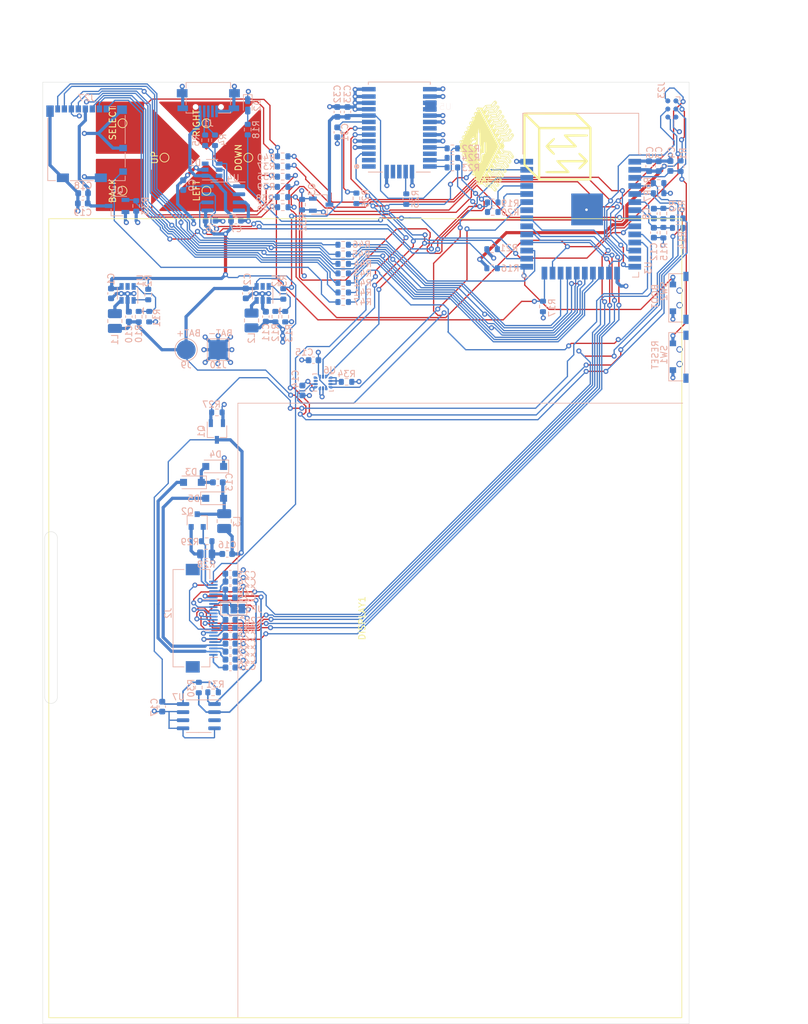
<source format=kicad_pcb>
(kicad_pcb (version 20171130) (host pcbnew "(5.1.8)-1")
  (layers (0 F.Cu signal) (1 In1.Cu signal) (2 In2.Cu signal) (31 B.Cu signal) (34 B.Paste user) (35 F.Paste user) (36 B.SilkS user) (37 F.SilkS user) (38 B.Mask user) (39 F.Mask user) (44 Edge.Cuts user))
  (net 0 "")
  (net 1 GND)
  (net 2 +BATT)
  (net 3 +3V3)
  (net 4 VIN_ADC)
  (net 5 VBAT_ADC)
  (net 6 EINK_VCC)
  (net 7 "Net-(J3-Pad1)")
  (net 8 "Net-(J4-Pad1)")
  (net 9 "Net-(J8-Pad1)")
  (net 10 I2C_DAT)
  (net 11 I2C_CLK)
  (net 12 EINK_SPI_MOSI)
  (net 13 EINK_SPI_CLK)
  (net 14 EINK_~CS)
  (net 15 EINK_DC)
  (net 16 EINK_STATE)
  (net 17 SD_DAT0)
  (net 18 SD_CLK)
  (net 19 SD_nCS)
  (net 20 SD_DAT3)
  (net 21 SD_DAT1)
  (net 22 SD_DAT2)
  (net 23 EINK_VCC_~EN)
  (net 24 SD_VCC_nEN)
  (net 25 GPS_VCC_nEN)
  (net 26 "Net-(R2-Pad1)")
  (net 27 UART1_RX)
  (net 28 UART1_TX)
  (net 29 "Net-(R34-Pad2)")
  (net 30 G_INT1)
  (net 31 G_INT2)
  (net 32 SD_nDET)
  (net 33 +5V)
  (net 34 ESP_~RST)
  (net 35 "Net-(C9-Pad1)")
  (net 36 "Net-(C13-Pad2)")
  (net 37 "Net-(C13-Pad1)")
  (net 38 "Net-(C18-Pad1)")
  (net 39 "Net-(C20-Pad1)")
  (net 40 /PREVGH)
  (net 41 /PREVGL)
  (net 42 "Net-(C23-Pad1)")
  (net 43 "Net-(C27-Pad2)")
  (net 44 "Net-(C28-Pad2)")
  (net 45 "Net-(C29-Pad2)")
  (net 46 "Net-(C30-Pad2)")
  (net 47 /USB_D-)
  (net 48 /USB_D+)
  (net 49 "Net-(D2-Pad2)")
  (net 50 "Net-(J1-Pad3)")
  (net 51 "Net-(J1-Pad2)")
  (net 52 EINK_SPI_MISO)
  (net 53 /RESE)
  (net 54 /GDR)
  (net 55 EINK_EEPROM_~EN)
  (net 56 JTAG_TCK)
  (net 57 JTAG_TMS)
  (net 58 JTAG_TDO)
  (net 59 "Net-(L1-Pad1)")
  (net 60 "Net-(L2-Pad1)")
  (net 61 GPS_SUPPLY)
  (net 62 "Net-(R3-Pad1)")
  (net 63 "Net-(R10-Pad2)")
  (net 64 "Net-(R12-Pad2)")
  (net 65 "Net-(R18-Pad2)")
  (net 66 "Net-(R19-Pad1)")
  (net 67 "Net-(R20-Pad1)")
  (net 68 "Net-(R22-Pad2)")
  (net 69 "Net-(R23-Pad2)")
  (net 70 "Net-(R24-Pad2)")
  (net 71 "Net-(R25-Pad2)")
  (net 72 "Net-(R26-Pad2)")
  (net 73 "Net-(J2-Pad19)")
  (net 74 "Net-(J2-Pad18)")
  (net 75 "Net-(J2-Pad17)")
  (net 76 "Net-(U5-Pad16)")
  (net 77 "Net-(J5-Pad1)")
  (net 78 "Net-(J6-Pad1)")
  (net 79 "Net-(J7-Pad1)")
  (net 80 "Net-(R17-Pad2)")
  (net 81 "Net-(R36-Pad1)")
  (net 82 "Net-(R40-Pad1)")
  (net 83 "Net-(J27-Pad10)")
  (net 84 "Net-(J27-Pad7)")
  (net 85 "Net-(J27-Pad5)")
  (net 86 "Net-(J27-Pad3)")
  (net 87 "Net-(J27-Pad2)")
  (net 88 "Net-(J27-Pad8)")
  (net 89 "Net-(J27-Pad1)")
  (module KiCad:Symbol_kurzschlussblog_12mm (layer F.Cu) (at 119.5 41 90)
    (fp_text reference G*** hide)
    (fp_text value LOGO hide)
  )
  (module Kicad:Platinenmacher_14 (layer F.Cu) (at 108.5 41 90)
    (fp_text reference G*** hide)
    (fp_text value LOGO hide)
  )
  (module "Navi_2_0:EPD_MODUL 5.65" (layer F.Cu) (at 89.4 115.2 270)
    (fp_text reference DISPLAY1 (at 0 0.5 90) (layer F.SilkS))
    (fp_text value SYM_Arrow45_Large)
  )
  (module Resistor_SMD:R_0603_1608Metric (layer B.Cu) (at 85.925 58 180)
    (fp_text reference R45 (at -2.825 0) (layer B.SilkS) (effects (justify mirror)))
    (fp_text value 10R)
    (pad 2 smd roundrect (at 0.825 0 180) (size 0.8 0.95) (layers B.Cu B.Paste B.Mask) (net 84 "Net-(J27-Pad7)"))
    (pad 1 smd roundrect (at -0.825 0 180) (size 0.8 0.95) (layers B.Cu B.Paste B.Mask) (net 17 SD_DAT0))
  )
  (module Resistor_SMD:R_0603_1608Metric (layer B.Cu) (at 85.925 65.5 180)
    (fp_text reference R47 (at -3.075 0) (layer B.SilkS) (effects (justify mirror)))
    (fp_text value 10R)
    (pad 2 smd roundrect (at 0.825 0 180) (size 0.8 0.95) (layers B.Cu B.Paste B.Mask) (net 83 "Net-(J27-Pad10)"))
    (pad 1 smd roundrect (at -0.825 0 180) (size 0.8 0.95) (layers B.Cu B.Paste B.Mask) (net 32 SD_nDET))
  )
  (module Resistor_SMD:R_0603_1608Metric (layer B.Cu) (at 85.925 56.5 180)
    (fp_text reference R46 (at -2.875 0.05) (layer B.SilkS) (effects (justify mirror)))
    (fp_text value 10R)
    (pad 2 smd roundrect (at 0.825 0 180) (size 0.8 0.95) (layers B.Cu B.Paste B.Mask) (net 88 "Net-(J27-Pad8)"))
    (pad 1 smd roundrect (at -0.825 0 180) (size 0.8 0.95) (layers B.Cu B.Paste B.Mask) (net 21 SD_DAT1))
  )
  (module Resistor_SMD:R_0603_1608Metric (layer B.Cu) (at 85.925 59.5 180)
    (fp_text reference R44 (at -3.075 0) (layer B.SilkS) (effects (justify mirror)))
    (fp_text value 10R)
    (pad 2 smd roundrect (at 0.825 0 180) (size 0.8 0.95) (layers B.Cu B.Paste B.Mask) (net 85 "Net-(J27-Pad5)"))
    (pad 1 smd roundrect (at -0.825 0 180) (size 0.8 0.95) (layers B.Cu B.Paste B.Mask) (net 18 SD_CLK))
  )
  (module Resistor_SMD:R_0603_1608Metric (layer B.Cu) (at 85.925 61 180)
    (fp_text reference R43 (at -3.075 0) (layer B.SilkS) (effects (justify mirror)))
    (fp_text value 10R)
    (pad 2 smd roundrect (at 0.825 0 180) (size 0.8 0.95) (layers B.Cu B.Paste B.Mask) (net 86 "Net-(J27-Pad3)"))
    (pad 1 smd roundrect (at -0.825 0 180) (size 0.8 0.95) (layers B.Cu B.Paste B.Mask) (net 19 SD_nCS))
  )
  (module Resistor_SMD:R_0603_1608Metric (layer B.Cu) (at 85.925 62.5 180)
    (fp_text reference R42 (at -3.075 0) (layer B.SilkS) (effects (justify mirror)))
    (fp_text value 10R)
    (pad 2 smd roundrect (at 0.825 0 180) (size 0.8 0.95) (layers B.Cu B.Paste B.Mask) (net 87 "Net-(J27-Pad2)"))
    (pad 1 smd roundrect (at -0.825 0 180) (size 0.8 0.95) (layers B.Cu B.Paste B.Mask) (net 20 SD_DAT3))
  )
  (module Resistor_SMD:R_0603_1608Metric (layer B.Cu) (at 85.925 64 180)
    (fp_text reference R41 (at -3.075 0) (layer B.SilkS) (effects (justify mirror)))
    (fp_text value 10R)
    (pad 2 smd roundrect (at 0.825 0 180) (size 0.8 0.95) (layers B.Cu B.Paste B.Mask) (net 89 "Net-(J27-Pad1)"))
    (pad 1 smd roundrect (at -0.825 0 180) (size 0.8 0.95) (layers B.Cu B.Paste B.Mask) (net 22 SD_DAT2))
  )
  (module Jumper:SolderJumper-3_P1.3mm_Bridged2Bar12_Pad1.0x1.5mm (layer B.Cu) (at 68.7 113.7 180)
    (fp_text reference JP1 (at -3.1 -0.1) (layer B.SilkS) (effects (justify mirror)))
    (fp_text value Jumper_3_Bridged12)
    (fp_poly (pts (xy -0.9 0.6) (xy -0.4 0.6) (xy -0.4 0.2) (xy -0.9 0.2)) (layer B.Cu) (width 0))
    (fp_poly (pts (xy -0.9 -0.2) (xy -0.4 -0.2) (xy -0.4 -0.6) (xy -0.9 -0.6)) (layer B.Cu) (width 0))
    (pad 2 smd rect (at 0 0 180) (size 1 1.5) (layers B.Cu B.Mask) (net 75 "Net-(J2-Pad17)"))
    (pad 3 smd rect (at 1.3 0 180) (size 1 1.5) (layers B.Cu B.Mask) (net 3 +3V3))
    (pad 1 smd rect (at -1.3 0 180) (size 1 1.5) (layers B.Cu B.Mask) (net 1 GND))
  )
  (module RF_Module:ESP32-WROOM-32 (layer B.Cu) (at 123.3 51.7 180)
    (fp_text reference U3 (at -10.61 -8.43 270) (layer B.SilkS) (effects (justify mirror)))
    (fp_text value ESP32-WROOM-32)
    (pad 38 smd rect (at 8.5 8.255 180) (size 2 0.9) (layers B.Cu B.Paste B.Mask) (net 1 GND))
    (pad 37 smd rect (at 8.5 6.985 180) (size 2 0.9) (layers B.Cu B.Paste B.Mask) (net 55 EINK_EEPROM_~EN))
    (pad 36 smd rect (at 8.5 5.715 180) (size 2 0.9) (layers B.Cu B.Paste B.Mask) (net 31 G_INT2))
    (pad 35 smd rect (at 8.5 4.445 180) (size 2 0.9) (layers B.Cu B.Paste B.Mask) (net 66 "Net-(R19-Pad1)"))
    (pad 34 smd rect (at 8.5 3.175 180) (size 2 0.9) (layers B.Cu B.Paste B.Mask) (net 67 "Net-(R20-Pad1)"))
    (pad 33 smd rect (at 8.5 1.905 180) (size 2 0.9) (layers B.Cu B.Paste B.Mask) (net 30 G_INT1))
    (pad 32 smd rect (at 8.5 0.635 180) (size 2 0.9) (layers B.Cu B.Paste B.Mask))
    (pad 31 smd rect (at 8.5 -0.635 180) (size 2 0.9) (layers B.Cu B.Paste B.Mask) (net 52 EINK_SPI_MISO))
    (pad 30 smd rect (at 8.5 -1.905 180) (size 2 0.9) (layers B.Cu B.Paste B.Mask) (net 13 EINK_SPI_CLK))
    (pad 29 smd rect (at 8.5 -3.175 180) (size 2 0.9) (layers B.Cu B.Paste B.Mask) (net 14 EINK_~CS))
    (pad 28 smd rect (at 8.5 -4.445 180) (size 2 0.9) (layers B.Cu B.Paste B.Mask) (net 12 EINK_SPI_MOSI))
    (pad 27 smd rect (at 8.5 -5.715 180) (size 2 0.9) (layers B.Cu B.Paste B.Mask) (net 24 SD_VCC_nEN))
    (pad 26 smd rect (at 8.5 -6.985 180) (size 2 0.9) (layers B.Cu B.Paste B.Mask) (net 11 I2C_CLK))
    (pad 25 smd rect (at 8.5 -8.255 180) (size 2 0.9) (layers B.Cu B.Paste B.Mask) (net 10 I2C_DAT))
    (pad 24 smd rect (at 5.715 -9.255 90) (size 2 0.9) (layers B.Cu B.Paste B.Mask) (net 80 "Net-(R17-Pad2)"))
    (pad 23 smd rect (at 4.445 -9.255 90) (size 2 0.9) (layers B.Cu B.Paste B.Mask) (net 58 JTAG_TDO))
    (pad 22 smd rect (at 3.175 -9.255 90) (size 2 0.9) (layers B.Cu B.Paste B.Mask) (net 21 SD_DAT1))
    (pad 21 smd rect (at 1.905 -9.255 90) (size 2 0.9) (layers B.Cu B.Paste B.Mask) (net 17 SD_DAT0))
    (pad 20 smd rect (at 0.635 -9.255 90) (size 2 0.9) (layers B.Cu B.Paste B.Mask) (net 18 SD_CLK))
    (pad 19 smd rect (at -0.635 -9.255 90) (size 2 0.9) (layers B.Cu B.Paste B.Mask) (net 19 SD_nCS))
    (pad 18 smd rect (at -1.905 -9.255 90) (size 2 0.9) (layers B.Cu B.Paste B.Mask) (net 20 SD_DAT3))
    (pad 17 smd rect (at -3.175 -9.255 90) (size 2 0.9) (layers B.Cu B.Paste B.Mask) (net 22 SD_DAT2))
    (pad 16 smd rect (at -4.445 -9.255 90) (size 2 0.9) (layers B.Cu B.Paste B.Mask) (net 56 JTAG_TCK))
    (pad 15 smd rect (at -5.715 -9.255 90) (size 2 0.9) (layers B.Cu B.Paste B.Mask) (net 1 GND))
    (pad 14 smd rect (at -8.5 -8.255 180) (size 2 0.9) (layers B.Cu B.Paste B.Mask) (net 81 "Net-(R36-Pad1)"))
    (pad 13 smd rect (at -8.5 -6.985 180) (size 2 0.9) (layers B.Cu B.Paste B.Mask) (net 57 JTAG_TMS))
    (pad 12 smd rect (at -8.5 -5.715 180) (size 2 0.9) (layers B.Cu B.Paste B.Mask) (net 82 "Net-(R40-Pad1)"))
    (pad 11 smd rect (at -8.5 -4.445 180) (size 2 0.9) (layers B.Cu B.Paste B.Mask) (net 23 EINK_VCC_~EN))
    (pad 10 smd rect (at -8.5 -3.175 180) (size 2 0.9) (layers B.Cu B.Paste B.Mask) (net 15 EINK_DC))
    (pad 9 smd rect (at -8.5 -1.905 180) (size 2 0.9) (layers B.Cu B.Paste B.Mask) (net 65 "Net-(R18-Pad2)"))
    (pad 8 smd rect (at -8.5 -0.635 180) (size 2 0.9) (layers B.Cu B.Paste B.Mask) (net 25 GPS_VCC_nEN))
    (pad 7 smd rect (at -8.5 0.635 180) (size 2 0.9) (layers B.Cu B.Paste B.Mask) (net 4 VIN_ADC))
    (pad 6 smd rect (at -8.5 1.905 180) (size 2 0.9) (layers B.Cu B.Paste B.Mask) (net 5 VBAT_ADC))
    (pad 5 smd rect (at -8.5 3.175 180) (size 2 0.9) (layers B.Cu B.Paste B.Mask) (net 16 EINK_STATE))
    (pad 4 smd rect (at -8.5 4.445 180) (size 2 0.9) (layers B.Cu B.Paste B.Mask) (net 32 SD_nDET))
    (pad 3 smd rect (at -8.5 5.715 180) (size 2 0.9) (layers B.Cu B.Paste B.Mask) (net 34 ESP_~RST))
    (pad 2 smd rect (at -8.5 6.985 180) (size 2 0.9) (layers B.Cu B.Paste B.Mask) (net 3 +3V3))
    (pad 1 smd rect (at -8.5 8.255 180) (size 2 0.9) (layers B.Cu B.Paste B.Mask) (net 1 GND))
    (pad 39 smd rect (at -1 0.755 180) (size 5 5) (layers B.Cu B.Paste B.Mask) (net 1 GND))
  )
  (module Resistor_SMD:R_0603_1608Metric (layer B.Cu) (at 76.4 42.6 180)
    (fp_text reference R40 (at 2.6 -0.2) (layer B.SilkS) (effects (justify mirror)))
    (fp_text value 10R)
    (pad 2 smd roundrect (at 0.825 0 180) (size 0.8 0.95) (layers B.Cu B.Paste B.Mask) (net 9 "Net-(J8-Pad1)"))
    (pad 1 smd roundrect (at -0.825 0 180) (size 0.8 0.95) (layers B.Cu B.Paste B.Mask) (net 82 "Net-(R40-Pad1)"))
  )
  (module Resistor_SMD:R_0603_1608Metric (layer B.Cu) (at 76.4 47.4 180)
    (fp_text reference R39 (at 2.6 0) (layer B.SilkS) (effects (justify mirror)))
    (fp_text value 10R)
    (pad 2 smd roundrect (at 0.825 0 180) (size 0.8 0.95) (layers B.Cu B.Paste B.Mask) (net 79 "Net-(J7-Pad1)"))
    (pad 1 smd roundrect (at -0.825 0 180) (size 0.8 0.95) (layers B.Cu B.Paste B.Mask) (net 58 JTAG_TDO))
  )
  (module Resistor_SMD:R_0603_1608Metric (layer B.Cu) (at 76.375 49 180)
    (fp_text reference R38 (at 2.775 -0.2) (layer B.SilkS) (effects (justify mirror)))
    (fp_text value 10R)
    (pad 2 smd roundrect (at 0.825 0 180) (size 0.8 0.95) (layers B.Cu B.Paste B.Mask) (net 78 "Net-(J6-Pad1)"))
    (pad 1 smd roundrect (at -0.825 0 180) (size 0.8 0.95) (layers B.Cu B.Paste B.Mask) (net 57 JTAG_TMS))
  )
  (module Resistor_SMD:R_0603_1608Metric (layer B.Cu) (at 76.4 44.2 180)
    (fp_text reference R37 (at 2.6 0) (layer B.SilkS) (effects (justify mirror)))
    (fp_text value 10R)
    (pad 2 smd roundrect (at 0.825 0 180) (size 0.8 0.95) (layers B.Cu B.Paste B.Mask) (net 77 "Net-(J5-Pad1)"))
    (pad 1 smd roundrect (at -0.825 0 180) (size 0.8 0.95) (layers B.Cu B.Paste B.Mask) (net 56 JTAG_TCK))
  )
  (module Resistor_SMD:R_0603_1608Metric (layer B.Cu) (at 76.425 50.6 180)
    (fp_text reference R36 (at 2.625 0) (layer B.SilkS) (effects (justify mirror)))
    (fp_text value 10R)
    (pad 2 smd roundrect (at 0.825 0 180) (size 0.8 0.95) (layers B.Cu B.Paste B.Mask) (net 8 "Net-(J4-Pad1)"))
    (pad 1 smd roundrect (at -0.825 0 180) (size 0.8 0.95) (layers B.Cu B.Paste B.Mask) (net 81 "Net-(R36-Pad1)"))
  )
  (module Resistor_SMD:R_0603_1608Metric (layer B.Cu) (at 76.4 45.8 180)
    (fp_text reference R35 (at 2.6 0) (layer B.SilkS) (effects (justify mirror)))
    (fp_text value 10R)
    (pad 2 smd roundrect (at 0.825 0 180) (size 0.8 0.95) (layers B.Cu B.Paste B.Mask) (net 7 "Net-(J3-Pad1)"))
    (pad 1 smd roundrect (at -0.825 0 180) (size 0.8 0.95) (layers B.Cu B.Paste B.Mask) (net 80 "Net-(R17-Pad2)"))
  )
  (module Capacitor_SMD:C_0603_1608Metric (layer B.Cu) (at 85 35.625 270)
    (fp_text reference C32 (at -2.825 0 90) (layer B.SilkS) (effects (justify mirror)))
    (fp_text value 4µ7)
    (pad 2 smd roundrect (at 0.775 0 270) (size 0.9 0.95) (layers B.Cu B.Paste B.Mask) (net 61 GPS_SUPPLY))
    (pad 1 smd roundrect (at -0.775 0 270) (size 0.9 0.95) (layers B.Cu B.Paste B.Mask) (net 1 GND))
  )
  (module Capacitor_SMD:C_0603_1608Metric (layer B.Cu) (at 86.6 35.625 270)
    (fp_text reference C33 (at -2.825 0 90) (layer B.SilkS) (effects (justify mirror)))
    (fp_text value 4µ7)
    (pad 2 smd roundrect (at 0.775 0 270) (size 0.9 0.95) (layers B.Cu B.Paste B.Mask) (net 61 GPS_SUPPLY))
    (pad 1 smd roundrect (at -0.775 0 270) (size 0.9 0.95) (layers B.Cu B.Paste B.Mask) (net 1 GND))
  )
  (module Capacitor_SMD:C_0603_1608Metric (layer B.Cu) (at 85 38.825 270)
    (fp_text reference C31 (at 0 -1.2 90) (layer B.SilkS) (effects (justify mirror)))
    (fp_text value 4µ7)
    (pad 2 smd roundrect (at 0.775 0 270) (size 0.9 0.95) (layers B.Cu B.Paste B.Mask) (net 1 GND))
    (pad 1 smd roundrect (at -0.775 0 270) (size 0.9 0.95) (layers B.Cu B.Paste B.Mask) (net 2 +BATT))
  )
  (module Navi_2_0:XCVR_L96-M33 (layer B.Cu) (at 94.75 38 180)
    (fp_text reference U5 (at -7.25 3.2 180) (layer B.SilkS) (effects (font (size 1.00122 1.00122) (thickness 0.015)) (justify mirror)))
    (fp_text value L96-M33)
    (pad 31 smd rect (at 2 -7) (size 0.7 2.15) (layers B.Cu B.Mask) (net 1 GND))
    (pad 30 smd rect (at 1 -7) (size 0.7 2.15) (layers B.Cu B.Mask))
    (pad 29 smd rect (at 0 -7) (size 0.7 2.15) (layers B.Cu B.Mask))
    (pad 28 smd rect (at -1 -7) (size 0.7 2.15) (layers B.Cu B.Mask) (net 71 "Net-(R25-Pad2)"))
    (pad 27 smd rect (at -2 -7) (size 0.7 2.15) (layers B.Cu B.Mask) (net 1 GND))
    (pad 26 smd rect (at -4.8 -6.2) (size 2.15 0.7) (layers B.Cu B.Mask) (net 69 "Net-(R23-Pad2)"))
    (pad 25 smd rect (at -4.8 -5.2) (size 2.15 0.7) (layers B.Cu B.Mask) (net 70 "Net-(R24-Pad2)"))
    (pad 24 smd rect (at -4.8 -4.2) (size 2.15 0.7) (layers B.Cu B.Mask))
    (pad 23 smd rect (at -4.8 -3.2) (size 2.15 0.7) (layers B.Cu B.Mask) (net 68 "Net-(R22-Pad2)"))
    (pad 22 smd rect (at -4.8 -2.2) (size 2.15 0.7) (layers B.Cu B.Mask) (net 1 GND))
    (pad 21 smd rect (at -4.8 -1.2) (size 2.15 0.7) (layers B.Cu B.Mask) (net 1 GND))
    (pad 20 smd rect (at -4.8 -0.2) (size 2.15 0.7) (layers B.Cu B.Mask))
    (pad 19 smd rect (at -4.8 0.8) (size 2.15 0.7) (layers B.Cu B.Mask) (net 1 GND))
    (pad 18 smd rect (at -4.8 1.8) (size 2.15 0.7) (layers B.Cu B.Mask) (net 1 GND))
    (pad 17 smd rect (at -4.8 2.8) (size 2.15 0.7) (layers B.Cu B.Mask) (net 76 "Net-(U5-Pad16)"))
    (pad 16 smd rect (at -4.8 3.8) (size 2.15 0.7) (layers B.Cu B.Mask) (net 76 "Net-(U5-Pad16)"))
    (pad 15 smd rect (at -4.8 4.8) (size 2.15 0.7) (layers B.Cu B.Mask) (net 1 GND))
    (pad 14 smd rect (at -4.8 5.95) (size 2.15 0.7) (layers B.Cu B.Mask) (net 1 GND))
    (pad 13 smd rect (at 4.8 5.95) (size 2.15 0.7) (layers B.Cu B.Mask) (net 1 GND))
    (pad 12 smd rect (at 4.8 4.8) (size 2.15 0.7) (layers B.Cu B.Mask) (net 1 GND))
    (pad 11 smd rect (at 4.8 3.8) (size 2.15 0.7) (layers B.Cu B.Mask) (net 1 GND))
    (pad 10 smd rect (at 4.8 2.8) (size 2.15 0.7) (layers B.Cu B.Mask) (net 1 GND))
    (pad 9 smd rect (at 4.8 1.8) (size 2.15 0.7) (layers B.Cu B.Mask) (net 61 GPS_SUPPLY))
    (pad 8 smd rect (at 4.8 0.8) (size 2.15 0.7) (layers B.Cu B.Mask) (net 2 +BATT))
    (pad 7 smd rect (at 4.8 -0.2) (size 2.15 0.7) (layers B.Cu B.Mask) (net 72 "Net-(R26-Pad2)"))
    (pad 6 smd rect (at 4.8 -1.2) (size 2.15 0.7) (layers B.Cu B.Mask) (net 11 I2C_CLK))
    (pad 5 smd rect (at 4.8 -2.2) (size 2.15 0.7) (layers B.Cu B.Mask) (net 1 GND))
    (pad 4 smd rect (at 4.8 -3.2) (size 2.15 0.7) (layers B.Cu B.Mask) (net 1 GND))
    (pad 3 smd rect (at 4.8 -4.2) (size 2.15 0.7) (layers B.Cu B.Mask) (net 10 I2C_DAT))
    (pad 2 smd rect (at 4.8 -5.2) (size 2.15 0.7) (layers B.Cu B.Mask))
    (pad 1 smd rect (at 4.8 -6.2) (size 2.15 0.7) (layers B.Cu B.Mask))
  )
  (module Connector:Tag-Connect_TC2030-IDC-FP_2x03_P1.27mm_Vertical_ohne_Loecher (layer B.Cu) (at 137.634 35.16 270)
    (fp_text reference J23 (at -2.96 1.634 90) (layer B.SilkS) (effects (justify mirror)))
    (fp_text value Conn_01x06_Male)
    (pad 6 connect circle (at 1.27 0.635 270) (size 0.7874 0.7874) (layers B.Cu B.Mask) (net 58 JTAG_TDO))
    (pad 5 connect circle (at 1.27 -0.635 270) (size 0.7874 0.7874) (layers B.Cu B.Mask) (net 1 GND))
    (pad 4 connect circle (at 0 0.635 270) (size 0.7874 0.7874) (layers B.Cu B.Mask) (net 56 JTAG_TCK))
    (pad 3 connect circle (at 0 -0.635 270) (size 0.7874 0.7874) (layers B.Cu B.Mask) (net 34 ESP_~RST))
    (pad 2 connect circle (at -1.27 0.635 270) (size 0.7874 0.7874) (layers B.Cu B.Mask) (net 57 JTAG_TMS))
    (pad 1 connect circle (at -1.27 -0.635 270) (size 0.7874 0.7874) (layers B.Cu B.Mask) (net 3 +3V3))
    (pad "" np_thru_hole circle (at -2.54 0 270) (size 0.9906 0.9906) (drill 0.9906) (layers *.Cu *.Mask))
    (pad "" np_thru_hole circle (at 2.54 -1.016 270) (size 0.9906 0.9906) (drill 0.9906) (layers *.Cu *.Mask))
    (pad "" np_thru_hole circle (at 2.54 1.016 270) (size 0.9906 0.9906) (drill 0.9906) (layers *.Cu *.Mask))
  )
  (module Resistor_SMD:R_0603_1608Metric (layer B.Cu) (at 103.1 42.85 180)
    (fp_text reference R24 (at -2.9 0.05) (layer B.SilkS) (effects (justify mirror)))
    (fp_text value 10R)
    (pad 2 smd roundrect (at 0.825 0 180) (size 0.8 0.95) (layers B.Cu B.Paste B.Mask) (net 70 "Net-(R24-Pad2)"))
    (pad 1 smd roundrect (at -0.825 0 180) (size 0.8 0.95) (layers B.Cu B.Paste B.Mask) (net 28 UART1_TX))
  )
  (module Resistor_SMD:R_0603_1608Metric (layer B.Cu) (at 103.1 44.35 180)
    (fp_text reference R23 (at -2.9 -0.05) (layer B.SilkS) (effects (justify mirror)))
    (fp_text value 10R)
    (pad 2 smd roundrect (at 0.825 0 180) (size 0.8 0.95) (layers B.Cu B.Paste B.Mask) (net 69 "Net-(R23-Pad2)"))
    (pad 1 smd roundrect (at -0.825 0 180) (size 0.8 0.95) (layers B.Cu B.Paste B.Mask) (net 27 UART1_RX))
  )
  (module Resistor_SMD:R_0603_1608Metric (layer B.Cu) (at 103.1 41.35 180)
    (fp_text reference R22 (at -2.9 -0.05) (layer B.SilkS) (effects (justify mirror)))
    (fp_text value 10R)
    (pad 2 smd roundrect (at 0.825 0 180) (size 0.8 0.95) (layers B.Cu B.Paste B.Mask) (net 68 "Net-(R22-Pad2)"))
    (pad 1 smd roundrect (at -0.825 0 180) (size 0.8 0.95) (layers B.Cu B.Paste B.Mask) (net 61 GPS_SUPPLY))
  )
  (module Resistor_SMD:R_0603_1608Metric (layer B.Cu) (at 95.85 49.325 90)
    (fp_text reference R25 (at 0 1.43 270) (layer B.SilkS) (effects (justify mirror)))
    (fp_text value 10R)
    (pad 2 smd roundrect (at 0.825 0 90) (size 0.8 0.95) (layers B.Cu B.Paste B.Mask) (net 71 "Net-(R25-Pad2)"))
    (pad 1 smd roundrect (at -0.825 0 90) (size 0.8 0.95) (layers B.Cu B.Paste B.Mask) (net 55 EINK_EEPROM_~EN))
  )
  (module TestPoint:TestPoint_Pad_3.0x3.0mm (layer B.Cu) (at 66.25 73)
    (fp_text reference J10 (at 0 2.398) (layer B.SilkS) (effects (justify mirror)))
    (fp_text value BAT-)
    (pad 1 smd rect (at 0 0) (size 3 3) (layers B.Cu B.Mask) (net 1 GND))
  )
  (module TestPoint:TestPoint_Pad_D3.0mm (layer B.Cu) (at 61.2 73)
    (fp_text reference J9 (at 0 2.398) (layer B.SilkS) (effects (justify mirror)))
    (fp_text value BAT+)
    (pad 1 smd circle (at 0 0) (size 3 3) (layers B.Cu B.Mask) (net 2 +BATT))
  )
  (module Resistor_SMD:R_0603_1608Metric (layer B.Cu) (at 117.35 66.2 90)
    (fp_text reference R17 (at -0.2 1.43 90) (layer B.SilkS) (effects (justify mirror)))
    (fp_text value 100K)
    (pad 2 smd roundrect (at 0.825 0 90) (size 0.8 0.95) (layers B.Cu B.Paste B.Mask) (net 80 "Net-(R17-Pad2)"))
    (pad 1 smd roundrect (at -0.825 0 90) (size 0.8 0.95) (layers B.Cu B.Paste B.Mask) (net 1 GND))
  )
  (module "Navi_2_0:MICRO QTZB5.0" (layer B.Cu) (at 64.7 34.6)
    (fp_text reference J1 (at 0 2.8 180) (layer B.SilkS) (effects (justify mirror)))
    (fp_text value USB_B_Micro)
    (pad 6 smd rect (at -4.025 0.45 180) (size 1.65 0.9) (layers B.Cu B.Paste B.Mask) (net 1 GND))
    (pad 6 smd rect (at 4.025 0.45 180) (size 1.65 0.9) (layers B.Cu B.Paste B.Mask) (net 1 GND))
    (pad 6 smd rect (at 4.115 -1.91 180) (size 1.69 1.3) (layers B.Cu B.Paste B.Mask) (net 1 GND))
    (pad 6 smd rect (at -4.115 -1.91 180) (size 1.69 1.3) (layers B.Cu B.Paste B.Mask) (net 1 GND))
    (pad "" np_thru_hole circle (at 2 0.24 270) (size 0.5 0.5) (drill 0.5) (layers *.Cu *.Mask))
    (pad "" np_thru_hole circle (at -2 0.24 270) (size 0.5 0.5) (drill 0.5) (layers *.Cu *.Mask))
    (pad 5 smd rect (at 1.3 0.925 270) (size 1.85 0.4) (layers B.Cu B.Paste B.Mask) (net 1 GND))
    (pad 4 smd rect (at 0.65 0.925 270) (size 1.85 0.4) (layers B.Cu B.Paste B.Mask))
    (pad 3 smd rect (at 0 0.925 270) (size 1.85 0.4) (layers B.Cu B.Paste B.Mask) (net 50 "Net-(J1-Pad3)"))
    (pad 2 smd rect (at -0.65 0.925 270) (size 1.85 0.4) (layers B.Cu B.Paste B.Mask) (net 51 "Net-(J1-Pad2)"))
    (pad 1 smd rect (at -1.3 0.925 270) (size 1.85 0.4) (layers B.Cu B.Paste B.Mask) (net 33 +5V))
  )
  (module Package_SO:SOIC-8_3.9x4.9mm_P1.27mm (layer B.Cu) (at 63.2 130.6 180)
    (fp_text reference U7 (at 3.2 3) (layer B.SilkS) (effects (justify mirror)))
    (fp_text value TCN75-3.3)
    (pad 8 smd roundrect (at 2.475 1.905 180) (size 1.95 0.6) (layers B.Cu B.Paste B.Mask) (net 6 EINK_VCC))
    (pad 7 smd roundrect (at 2.475 0.635 180) (size 1.95 0.6) (layers B.Cu B.Paste B.Mask) (net 1 GND))
    (pad 6 smd roundrect (at 2.475 -0.635 180) (size 1.95 0.6) (layers B.Cu B.Paste B.Mask) (net 1 GND))
    (pad 5 smd roundrect (at 2.475 -1.905 180) (size 1.95 0.6) (layers B.Cu B.Paste B.Mask) (net 1 GND))
    (pad 4 smd roundrect (at -2.475 -1.905 180) (size 1.95 0.6) (layers B.Cu B.Paste B.Mask) (net 1 GND))
    (pad 3 smd roundrect (at -2.475 -0.635 180) (size 1.95 0.6) (layers B.Cu B.Paste B.Mask))
    (pad 2 smd roundrect (at -2.475 0.635 180) (size 1.95 0.6) (layers B.Cu B.Paste B.Mask) (net 73 "Net-(J2-Pad19)"))
    (pad 1 smd roundrect (at -2.475 1.905 180) (size 1.95 0.6) (layers B.Cu B.Paste B.Mask) (net 74 "Net-(J2-Pad18)"))
  )
  (module Package_LGA:LGA-14_3x2.5mm_P0.5mm_LayoutBorder3x4y (layer B.Cu) (at 82.75 78.15 180)
    (fp_text reference U6 (at -1.05 1.95 180) (layer B.SilkS) (effects (justify mirror)))
    (fp_text value LSM6DS3)
    (pad 14 smd custom (at -0.5 0.9125 180) (size 0.223223 0.223223) (layers B.Cu B.Paste B.Mask) (net 10 I2C_DAT) (options (clearance outline) (anchor circle)) (primitives (gr_poly (pts (xy -0.125 0.2375) (xy 0.1 0.2375) (xy 0.1 -0.2375) (xy 0.081066 -0.2375) (xy -0.125 -0.031434)) (width 0.15))))
    (pad 13 smd roundrect (at 0 0.9125 180) (size 0.35 0.625) (layers B.Cu B.Paste B.Mask) (net 11 I2C_CLK))
    (pad 12 smd custom (at 0.5 0.9125 180) (size 0.223223 0.223223) (layers B.Cu B.Paste B.Mask) (net 3 +3V3) (options (clearance outline) (anchor circle)) (primitives (gr_poly (pts (xy -0.1 0.2375) (xy 0.125 0.2375) (xy 0.125 -0.031434) (xy -0.081066 -0.2375) (xy -0.1 -0.2375)) (width 0.15))))
    (pad 11 smd custom (at 1.1625 0.75 180) (size 0.223223 0.223223) (layers B.Cu B.Paste B.Mask) (options (clearance outline) (anchor circle)) (primitives (gr_poly (pts (xy -0.2375 -0.081066) (xy -0.031434 0.125) (xy 0.2375 0.125) (xy 0.2375 -0.1) (xy -0.2375 -0.1)) (width 0.15))))
    (pad 10 smd roundrect (at 1.1625 0.25 180) (size 0.625 0.35) (layers B.Cu B.Paste B.Mask))
    (pad 9 smd roundrect (at 1.1625 -0.25 180) (size 0.625 0.35) (layers B.Cu B.Paste B.Mask) (net 31 G_INT2))
    (pad 8 smd custom (at 1.1625 -0.75 180) (size 0.223223 0.223223) (layers B.Cu B.Paste B.Mask) (net 3 +3V3) (options (clearance outline) (anchor circle)) (primitives (gr_poly (pts (xy -0.2375 0.1) (xy 0.2375 0.1) (xy 0.2375 -0.125) (xy -0.031434 -0.125) (xy -0.2375 0.081066)) (width 0.15))))
    (pad 7 smd custom (at 0.5 -0.9125 180) (size 0.223223 0.223223) (layers B.Cu B.Paste B.Mask) (net 1 GND) (options (clearance outline) (anchor circle)) (primitives (gr_poly (pts (xy -0.1 0.2375) (xy -0.081066 0.2375) (xy 0.125 0.031434) (xy 0.125 -0.2375) (xy -0.1 -0.2375)) (width 0.15))))
    (pad 6 smd roundrect (at 0 -0.9125 180) (size 0.35 0.625) (layers B.Cu B.Paste B.Mask) (net 1 GND))
    (pad 5 smd custom (at -0.5 -0.9125 180) (size 0.223223 0.223223) (layers B.Cu B.Paste B.Mask) (net 3 +3V3) (options (clearance outline) (anchor circle)) (primitives (gr_poly (pts (xy -0.125 0.031434) (xy 0.081066 0.2375) (xy 0.1 0.2375) (xy 0.1 -0.2375) (xy -0.125 -0.2375)) (width 0.15))))
    (pad 4 smd custom (at -1.1625 -0.75 180) (size 0.223223 0.223223) (layers B.Cu B.Paste B.Mask) (net 30 G_INT1) (options (clearance outline) (anchor circle)) (primitives (gr_poly (pts (xy -0.2375 0.1) (xy 0.2375 0.1) (xy 0.2375 0.081066) (xy 0.031434 -0.125) (xy -0.2375 -0.125)) (width 0.15))))
    (pad 3 smd roundrect (at -1.1625 -0.25 180) (size 0.625 0.35) (layers B.Cu B.Paste B.Mask) (net 29 "Net-(R34-Pad2)"))
    (pad 2 smd roundrect (at -1.1625 0.25 180) (size 0.625 0.35) (layers B.Cu B.Paste B.Mask) (net 29 "Net-(R34-Pad2)"))
    (pad 1 smd custom (at -1.1625 0.75 180) (size 0.2 0.2) (layers B.Cu B.Paste B.Mask) (net 29 "Net-(R34-Pad2)") (options (clearance outline) (anchor circle)) (primitives (gr_poly (pts (xy -0.2375 0.125) (xy 0.031434 0.125) (xy 0.2375 -0.081066) (xy 0.2375 -0.1) (xy -0.2375 -0.1)) (width 0.15))))
  )
  (module Package_SO:SOIC-8_3.9x4.9mm_P1.27mm (layer B.Cu) (at 67.05 49.2 180)
    (fp_text reference U4 (at -1.55 3.2 180) (layer B.SilkS) (effects (justify mirror)))
    (fp_text value CH330N)
    (pad 8 smd roundrect (at 2.475 1.905 180) (size 1.95 0.6) (layers B.Cu B.Paste B.Mask) (net 35 "Net-(C9-Pad1)"))
    (pad 7 smd roundrect (at 2.475 0.635 180) (size 1.95 0.6) (layers B.Cu B.Paste B.Mask) (net 27 UART1_RX))
    (pad 6 smd roundrect (at 2.475 -0.635 180) (size 1.95 0.6) (layers B.Cu B.Paste B.Mask) (net 28 UART1_TX))
    (pad 5 smd roundrect (at 2.475 -1.905 180) (size 1.95 0.6) (layers B.Cu B.Paste B.Mask) (net 33 +5V))
    (pad 4 smd roundrect (at -2.475 -1.905 180) (size 1.95 0.6) (layers B.Cu B.Paste B.Mask))
    (pad 3 smd roundrect (at -2.475 -0.635 180) (size 1.95 0.6) (layers B.Cu B.Paste B.Mask) (net 1 GND))
    (pad 2 smd roundrect (at -2.475 0.635 180) (size 1.95 0.6) (layers B.Cu B.Paste B.Mask) (net 47 /USB_D-))
    (pad 1 smd roundrect (at -2.475 1.905 180) (size 1.95 0.6) (layers B.Cu B.Paste B.Mask) (net 48 /USB_D+))
  )
  (module Package_TO_SOT_SMD:SOT-23-6 (layer B.Cu) (at 73.25 64.15 90)
    (fp_text reference U2 (at 2 2 90) (layer B.SilkS) (effects (justify mirror)))
    (fp_text value MT3420C)
    (pad 5 smd rect (at 1.1 0 90) (size 1.06 0.65) (layers B.Cu B.Paste B.Mask))
    (pad 6 smd rect (at 1.1 0.95 90) (size 1.06 0.65) (layers B.Cu B.Paste B.Mask) (net 64 "Net-(R12-Pad2)"))
    (pad 4 smd rect (at 1.1 -0.95 90) (size 1.06 0.65) (layers B.Cu B.Paste B.Mask) (net 2 +BATT))
    (pad 3 smd rect (at -1.1 -0.95 90) (size 1.06 0.65) (layers B.Cu B.Paste B.Mask) (net 60 "Net-(L2-Pad1)"))
    (pad 2 smd rect (at -1.1 0 90) (size 1.06 0.65) (layers B.Cu B.Paste B.Mask) (net 1 GND))
    (pad 1 smd rect (at -1.1 0.95 90) (size 1.06 0.65) (layers B.Cu B.Paste B.Mask) (net 62 "Net-(R3-Pad1)"))
  )
  (module Package_TO_SOT_SMD:SOT-23-6 (layer B.Cu) (at 52 64.15 90)
    (fp_text reference U1 (at 2 2 90) (layer B.SilkS) (effects (justify mirror)))
    (fp_text value MT3420C)
    (pad 5 smd rect (at 1.1 0 90) (size 1.06 0.65) (layers B.Cu B.Paste B.Mask))
    (pad 6 smd rect (at 1.1 0.95 90) (size 1.06 0.65) (layers B.Cu B.Paste B.Mask) (net 63 "Net-(R10-Pad2)"))
    (pad 4 smd rect (at 1.1 -0.95 90) (size 1.06 0.65) (layers B.Cu B.Paste B.Mask) (net 33 +5V))
    (pad 3 smd rect (at -1.1 -0.95 90) (size 1.06 0.65) (layers B.Cu B.Paste B.Mask) (net 59 "Net-(L1-Pad1)"))
    (pad 2 smd rect (at -1.1 0 90) (size 1.06 0.65) (layers B.Cu B.Paste B.Mask) (net 1 GND))
    (pad 1 smd rect (at -1.1 0.95 90) (size 1.06 0.65) (layers B.Cu B.Paste B.Mask) (net 26 "Net-(R2-Pad1)"))
  )
  (module Navi_2_0:TS36CA (layer B.Cu) (at 138.85 64.85)
    (fp_text reference SW2 (at -2.45 -1.05 90) (layer B.SilkS) (effects (justify mirror)))
    (fp_text value SW_Push)
    (pad "" np_thru_hole circle (at 0 -1.15) (size 1 1) (drill 0.7) (layers *.Cu *.Mask))
    (pad "" np_thru_hole circle (at 0 1.15) (size 1 1) (drill 0.7) (layers *.Cu *.Mask))
    (pad 1 smd rect (at -1.05 2.1) (size 1 0.9) (layers B.Cu B.Paste B.Mask) (net 1 GND))
    (pad 2 smd rect (at -1.05 -2.1) (size 1 0.9) (layers B.Cu B.Paste B.Mask) (net 10 I2C_DAT))
    (pad PAD smd rect (at 1 -3.37) (size 0.8 1.45) (layers B.Cu B.Paste B.Mask))
    (pad PAD smd rect (at 1 3.375) (size 0.8 1.45) (layers B.Cu B.Paste B.Mask))
  )
  (module Navi_2_0:TS36CA (layer B.Cu) (at 138.85 74.1)
    (fp_text reference SW1 (at -2.45 -0.3 90) (layer B.SilkS) (effects (justify mirror)))
    (fp_text value SW_Push)
    (pad "" np_thru_hole circle (at 0 -1.15) (size 1 1) (drill 0.7) (layers *.Cu *.Mask))
    (pad "" np_thru_hole circle (at 0 1.15) (size 1 1) (drill 0.7) (layers *.Cu *.Mask))
    (pad 1 smd rect (at -1.05 2.1) (size 1 0.9) (layers B.Cu B.Paste B.Mask) (net 1 GND))
    (pad 2 smd rect (at -1.05 -2.1) (size 1 0.9) (layers B.Cu B.Paste B.Mask) (net 34 ESP_~RST))
    (pad PAD smd rect (at 1 -3.37) (size 0.8 1.45) (layers B.Cu B.Paste B.Mask))
    (pad PAD smd rect (at 1 3.375) (size 0.8 1.45) (layers B.Cu B.Paste B.Mask))
  )
  (module Resistor_SMD:R_0603_1608Metric (layer B.Cu) (at 86.45 78.05 180)
    (fp_text reference R34 (at 0 1.25 180) (layer B.SilkS) (effects (justify mirror)))
    (fp_text value 10R)
    (pad 2 smd roundrect (at 0.825 0 180) (size 0.8 0.95) (layers B.Cu B.Paste B.Mask) (net 29 "Net-(R34-Pad2)"))
    (pad 1 smd roundrect (at -0.825 0 180) (size 0.8 0.95) (layers B.Cu B.Paste B.Mask) (net 1 GND))
  )
  (module Resistor_SMD:R_0603_1608Metric (layer B.Cu) (at 53.35 50.4 90)
    (fp_text reference R33 (at 0 1.43 90) (layer B.SilkS) (effects (justify mirror)))
    (fp_text value 100K)
    (pad 2 smd roundrect (at 0.825 0 90) (size 0.8 0.95) (layers B.Cu B.Paste B.Mask) (net 24 SD_VCC_nEN))
    (pad 1 smd roundrect (at -0.825 0 90) (size 0.8 0.95) (layers B.Cu B.Paste B.Mask) (net 3 +3V3))
  )
  (module Resistor_SMD:R_0603_1608Metric (layer B.Cu) (at 79.45 50.2 90)
    (fp_text reference R32 (at -2.8 0.15 270) (layer B.SilkS) (effects (justify mirror)))
    (fp_text value 100K)
    (pad 2 smd roundrect (at 0.825 0 90) (size 0.8 0.95) (layers B.Cu B.Paste B.Mask) (net 3 +3V3))
    (pad 1 smd roundrect (at -0.825 0 90) (size 0.8 0.95) (layers B.Cu B.Paste B.Mask) (net 25 GPS_VCC_nEN))
  )
  (module Resistor_SMD:R_0603_1608Metric (layer B.Cu) (at 65.45 126.85)
    (fp_text reference R31 (at 0.35 -1.25) (layer B.SilkS) (effects (justify mirror)))
    (fp_text value 4K7)
    (pad 2 smd roundrect (at 0.825 0) (size 0.8 0.95) (layers B.Cu B.Paste B.Mask) (net 6 EINK_VCC))
    (pad 1 smd roundrect (at -0.825 0) (size 0.8 0.95) (layers B.Cu B.Paste B.Mask) (net 74 "Net-(J2-Pad18)"))
  )
  (module Resistor_SMD:R_0603_1608Metric (layer B.Cu) (at 63.2 126.1 90)
    (fp_text reference R30 (at -0.1 -1.2 90) (layer B.SilkS) (effects (justify mirror)))
    (fp_text value 4K7)
    (pad 2 smd roundrect (at 0.825 0 90) (size 0.8 0.95) (layers B.Cu B.Paste B.Mask) (net 6 EINK_VCC))
    (pad 1 smd roundrect (at -0.825 0 90) (size 0.8 0.95) (layers B.Cu B.Paste B.Mask) (net 73 "Net-(J2-Pad19)"))
  )
  (module Resistor_SMD:R_0603_1608Metric (layer B.Cu) (at 64.45 103.1 180)
    (fp_text reference R29 (at 2.65 -0.1) (layer B.SilkS) (effects (justify mirror)))
    (fp_text value 100K)
    (pad 2 smd roundrect (at 0.825 0 180) (size 0.8 0.95) (layers B.Cu B.Paste B.Mask) (net 54 /GDR))
    (pad 1 smd roundrect (at -0.825 0 180) (size 0.8 0.95) (layers B.Cu B.Paste B.Mask) (net 1 GND))
  )
  (module Resistor_SMD:R_0805_2012Metric (layer B.Cu) (at 64.3625 105.1)
    (fp_text reference R28 (at 0 1.65) (layer B.SilkS) (effects (justify mirror)))
    (fp_text value 470m)
    (pad 2 smd roundrect (at 0.9125 0) (size 1.025 1.4) (layers B.Cu B.Paste B.Mask) (roundrect_rratio 0.2439004878048781) (net 1 GND))
    (pad 1 smd roundrect (at -0.9125 0) (size 1.025 1.4) (layers B.Cu B.Paste B.Mask) (roundrect_rratio 0.2439004878048781) (net 53 /RESE))
  )
  (module Resistor_SMD:R_0603_1608Metric (layer B.Cu) (at 66.05 82.85)
    (fp_text reference R27 (at -0.85 -1.25) (layer B.SilkS) (effects (justify mirror)))
    (fp_text value 100K)
    (pad 2 smd roundrect (at 0.825 0) (size 0.8 0.95) (layers B.Cu B.Paste B.Mask) (net 3 +3V3))
    (pad 1 smd roundrect (at -0.825 0) (size 0.8 0.95) (layers B.Cu B.Paste B.Mask) (net 23 EINK_VCC_~EN))
  )
  (module Resistor_SMD:R_0603_1608Metric (layer B.Cu) (at 88 49.2 90)
    (fp_text reference R26 (at 0 1.43 90) (layer B.SilkS) (effects (justify mirror)))
    (fp_text value 10R)
    (pad 2 smd roundrect (at 0.825 0 90) (size 0.8 0.95) (layers B.Cu B.Paste B.Mask) (net 72 "Net-(R26-Pad2)"))
    (pad 1 smd roundrect (at -0.825 0 90) (size 0.8 0.95) (layers B.Cu B.Paste B.Mask) (net 55 EINK_EEPROM_~EN))
  )
  (module Resistor_SMD:R_0603_1608Metric (layer B.Cu) (at 109.35 57.2)
    (fp_text reference R21 (at 2.65 -0.2) (layer B.SilkS) (effects (justify mirror)))
    (fp_text value 4K7)
    (pad 2 smd roundrect (at 0.825 0) (size 0.8 0.95) (layers B.Cu B.Paste B.Mask) (net 11 I2C_CLK))
    (pad 1 smd roundrect (at -0.825 0) (size 0.8 0.95) (layers B.Cu B.Paste B.Mask) (net 3 +3V3))
  )
  (module Resistor_SMD:R_0603_1608Metric (layer B.Cu) (at 109.45 51.35 180)
    (fp_text reference R20 (at -2.75 -0.05) (layer B.SilkS) (effects (justify mirror)))
    (fp_text value 10R)
    (pad 2 smd roundrect (at 0.825 0 180) (size 0.8 0.95) (layers B.Cu B.Paste B.Mask) (net 28 UART1_TX))
    (pad 1 smd roundrect (at -0.825 0 180) (size 0.8 0.95) (layers B.Cu B.Paste B.Mask) (net 67 "Net-(R20-Pad1)"))
  )
  (module Resistor_SMD:R_0603_1608Metric (layer B.Cu) (at 109.45 49.85 180)
    (fp_text reference R19 (at -2.75 -0.15) (layer B.SilkS) (effects (justify mirror)))
    (fp_text value 10R)
    (pad 2 smd roundrect (at 0.825 0 180) (size 0.8 0.95) (layers B.Cu B.Paste B.Mask) (net 27 UART1_RX))
    (pad 1 smd roundrect (at -0.825 0 180) (size 0.8 0.95) (layers B.Cu B.Paste B.Mask) (net 66 "Net-(R19-Pad1)"))
  )
  (module Resistor_SMD:R_0603_1608Metric (layer B.Cu) (at 70.9 38.4 270)
    (fp_text reference R18 (at 0 -1.3 90) (layer B.SilkS) (effects (justify mirror)))
    (fp_text value 4K7)
    (pad 2 smd roundrect (at 0.825 0 270) (size 0.8 0.95) (layers B.Cu B.Paste B.Mask) (net 65 "Net-(R18-Pad2)"))
    (pad 1 smd roundrect (at -0.825 0 270) (size 0.8 0.95) (layers B.Cu B.Paste B.Mask) (net 49 "Net-(D2-Pad2)"))
  )
  (module Resistor_SMD:R_0603_1608Metric (layer B.Cu) (at 109.35 60.2 180)
    (fp_text reference R16 (at -2.85 0) (layer B.SilkS) (effects (justify mirror)))
    (fp_text value 4K7)
    (pad 2 smd roundrect (at 0.825 0 180) (size 0.8 0.95) (layers B.Cu B.Paste B.Mask) (net 3 +3V3))
    (pad 1 smd roundrect (at -0.825 0 180) (size 0.8 0.95) (layers B.Cu B.Paste B.Mask) (net 10 I2C_DAT))
  )
  (module Resistor_SMD:R_0603_1608Metric (layer B.Cu) (at 136.3 54.6 90)
    (fp_text reference R15 (at -3 0.1 90) (layer B.SilkS) (effects (justify mirror)))
    (fp_text value 100K)
    (pad 2 smd roundrect (at 0.825 0 90) (size 0.8 0.95) (layers B.Cu B.Paste B.Mask) (net 4 VIN_ADC))
    (pad 1 smd roundrect (at -0.825 0 90) (size 0.8 0.95) (layers B.Cu B.Paste B.Mask) (net 1 GND))
  )
  (module Resistor_SMD:R_0603_1608Metric (layer B.Cu) (at 138.55 53.85)
    (fp_text reference R14 (at 0.65 1.95 90) (layer B.SilkS) (effects (justify mirror)))
    (fp_text value 100K)
    (pad 2 smd roundrect (at 0.825 0) (size 0.8 0.95) (layers B.Cu B.Paste B.Mask) (net 33 +5V))
    (pad 1 smd roundrect (at -0.825 0) (size 0.8 0.95) (layers B.Cu B.Paste B.Mask) (net 4 VIN_ADC))
  )
  (module Resistor_SMD:R_0603_1608Metric (layer B.Cu) (at 76.8 67.8 90)
    (fp_text reference R13 (at -2.6 0.6 270) (layer B.SilkS) (effects (justify mirror)))
    (fp_text value 100K)
    (pad 2 smd roundrect (at 0.825 0 90) (size 0.8 0.95) (layers B.Cu B.Paste B.Mask) (net 64 "Net-(R12-Pad2)"))
    (pad 1 smd roundrect (at -0.825 0 90) (size 0.8 0.95) (layers B.Cu B.Paste B.Mask) (net 1 GND))
  )
  (module Resistor_SMD:R_0603_1608Metric (layer B.Cu) (at 75.25 67.8 90)
    (fp_text reference R12 (at -2.5 0 90) (layer B.SilkS) (effects (justify mirror)))
    (fp_text value 430K)
    (pad 2 smd roundrect (at 0.825 0 90) (size 0.8 0.95) (layers B.Cu B.Paste B.Mask) (net 64 "Net-(R12-Pad2)"))
    (pad 1 smd roundrect (at -0.825 0 90) (size 0.8 0.95) (layers B.Cu B.Paste B.Mask) (net 3 +3V3))
  )
  (module Resistor_SMD:R_0603_1608Metric (layer B.Cu) (at 55.4 67.8 90)
    (fp_text reference R11 (at -0.2 1.2 270) (layer B.SilkS) (effects (justify mirror)))
    (fp_text value 100K)
    (pad 2 smd roundrect (at 0.825 0 90) (size 0.8 0.95) (layers B.Cu B.Paste B.Mask) (net 63 "Net-(R10-Pad2)"))
    (pad 1 smd roundrect (at -0.825 0 90) (size 0.8 0.95) (layers B.Cu B.Paste B.Mask) (net 1 GND))
  )
  (module Resistor_SMD:R_0603_1608Metric (layer B.Cu) (at 53.75 67.8 90)
    (fp_text reference R10 (at -2.675 0 90) (layer B.SilkS) (effects (justify mirror)))
    (fp_text value 590K)
    (pad 2 smd roundrect (at 0.825 0 90) (size 0.8 0.95) (layers B.Cu B.Paste B.Mask) (net 63 "Net-(R10-Pad2)"))
    (pad 1 smd roundrect (at -0.825 0 90) (size 0.8 0.95) (layers B.Cu B.Paste B.Mask) (net 2 +BATT))
  )
  (module Resistor_SMD:R_0603_1608Metric (layer B.Cu) (at 136.3 51.6 270)
    (fp_text reference R9 (at -1.2 -1.5 90) (layer B.SilkS) (effects (justify mirror)))
    (fp_text value 100K)
    (pad 2 smd roundrect (at 0.825 0 270) (size 0.8 0.95) (layers B.Cu B.Paste B.Mask) (net 5 VBAT_ADC))
    (pad 1 smd roundrect (at -0.825 0 270) (size 0.8 0.95) (layers B.Cu B.Paste B.Mask) (net 1 GND))
  )
  (module Resistor_SMD:R_0603_1608Metric (layer B.Cu) (at 138.55 52.35)
    (fp_text reference R8 (at 0.65 -1.95 90) (layer B.SilkS) (effects (justify mirror)))
    (fp_text value 100K)
    (pad 2 smd roundrect (at 0.825 0) (size 0.8 0.95) (layers B.Cu B.Paste B.Mask) (net 2 +BATT))
    (pad 1 smd roundrect (at -0.825 0) (size 0.8 0.95) (layers B.Cu B.Paste B.Mask) (net 5 VBAT_ADC))
  )
  (module Resistor_SMD:R_0603_1608Metric (layer B.Cu) (at 135.55 48.4 180)
    (fp_text reference R7 (at 1.75 -0.4 90) (layer B.SilkS) (effects (justify mirror)))
    (fp_text value 100K)
    (pad 2 smd roundrect (at 0.825 0 180) (size 0.8 0.95) (layers B.Cu B.Paste B.Mask) (net 16 EINK_STATE))
    (pad 1 smd roundrect (at -0.825 0 180) (size 0.8 0.95) (layers B.Cu B.Paste B.Mask) (net 3 +3V3))
  )
  (module Resistor_SMD:R_0603_1608Metric (layer B.Cu) (at 135.55 46.8)
    (fp_text reference R6 (at -1.75 0 90) (layer B.SilkS) (effects (justify mirror)))
    (fp_text value 100K)
    (pad 2 smd roundrect (at 0.825 0) (size 0.8 0.95) (layers B.Cu B.Paste B.Mask) (net 3 +3V3))
    (pad 1 smd roundrect (at -0.825 0) (size 0.8 0.95) (layers B.Cu B.Paste B.Mask) (net 32 SD_nDET))
  )
  (module Resistor_SMD:R_0603_1608Metric (layer B.Cu) (at 64.2 40.075 270)
    (fp_text reference R5 (at 0 1.43 90) (layer B.SilkS) (effects (justify mirror)))
    (fp_text value 10R)
    (pad 2 smd roundrect (at 0.825 0 270) (size 0.8 0.95) (layers B.Cu B.Paste B.Mask) (net 47 /USB_D-))
    (pad 1 smd roundrect (at -0.825 0 270) (size 0.8 0.95) (layers B.Cu B.Paste B.Mask) (net 51 "Net-(J1-Pad2)"))
  )
  (module Resistor_SMD:R_0603_1608Metric (layer B.Cu) (at 65.75 40.075 270)
    (fp_text reference R4 (at -0.075 -1.25 90) (layer B.SilkS) (effects (justify mirror)))
    (fp_text value 10R)
    (pad 2 smd roundrect (at 0.825 0 270) (size 0.8 0.95) (layers B.Cu B.Paste B.Mask) (net 48 /USB_D+))
    (pad 1 smd roundrect (at -0.825 0 270) (size 0.8 0.95) (layers B.Cu B.Paste B.Mask) (net 50 "Net-(J1-Pad3)"))
  )
  (module Resistor_SMD:R_0603_1608Metric (layer B.Cu) (at 76.5 64.225 90)
    (fp_text reference R3 (at 2.075 0 90) (layer B.SilkS) (effects (justify mirror)))
    (fp_text value 4K7)
    (pad 2 smd roundrect (at 0.825 0 90) (size 0.8 0.95) (layers B.Cu B.Paste B.Mask) (net 2 +BATT))
    (pad 1 smd roundrect (at -0.825 0 90) (size 0.8 0.95) (layers B.Cu B.Paste B.Mask) (net 62 "Net-(R3-Pad1)"))
  )
  (module Resistor_SMD:R_0603_1608Metric (layer B.Cu) (at 55.25 64.325 90)
    (fp_text reference R2 (at 2.175 0 90) (layer B.SilkS) (effects (justify mirror)))
    (fp_text value 4K7)
    (pad 2 smd roundrect (at 0.825 0 90) (size 0.8 0.95) (layers B.Cu B.Paste B.Mask) (net 33 +5V))
    (pad 1 smd roundrect (at -0.825 0 90) (size 0.8 0.95) (layers B.Cu B.Paste B.Mask) (net 26 "Net-(R2-Pad1)"))
  )
  (module Resistor_SMD:R_0603_1608Metric (layer B.Cu) (at 139 44.15 90)
    (fp_text reference R1 (at 1.95 0.4 90) (layer B.SilkS) (effects (justify mirror)))
    (fp_text value 4K7)
    (pad 2 smd roundrect (at 0.825 0 90) (size 0.8 0.95) (layers B.Cu B.Paste B.Mask) (net 3 +3V3))
    (pad 1 smd roundrect (at -0.825 0 90) (size 0.8 0.95) (layers B.Cu B.Paste B.Mask) (net 34 ESP_~RST))
  )
  (module Package_TO_SOT_SMD:TSOT-23 (layer B.Cu) (at 50.35 50.4 180)
    (fp_text reference Q6 (at 0 2.45 180) (layer B.SilkS) (effects (justify mirror)))
    (fp_text value "DMG2301L-7 ")
    (pad 3 smd rect (at 1.31 0 180) (size 1.22 0.65) (layers B.Cu B.Paste B.Mask) (net 38 "Net-(C18-Pad1)"))
    (pad 2 smd rect (at -1.31 -0.95 180) (size 1.22 0.65) (layers B.Cu B.Paste B.Mask) (net 3 +3V3))
    (pad 1 smd rect (at -1.31 0.95 180) (size 1.22 0.65) (layers B.Cu B.Paste B.Mask) (net 24 SD_VCC_nEN))
  )
  (module Package_TO_SOT_SMD:TSOT-23 (layer B.Cu) (at 82.45 50.2)
    (fp_text reference Q3 (at -1.45 -2.4 270) (layer B.SilkS) (effects (justify mirror)))
    (fp_text value "DMG2301L-7 ")
    (pad 3 smd rect (at 1.31 0) (size 1.22 0.65) (layers B.Cu B.Paste B.Mask) (net 61 GPS_SUPPLY))
    (pad 2 smd rect (at -1.31 -0.95) (size 1.22 0.65) (layers B.Cu B.Paste B.Mask) (net 3 +3V3))
    (pad 1 smd rect (at -1.31 0.95) (size 1.22 0.65) (layers B.Cu B.Paste B.Mask) (net 25 GPS_VCC_nEN))
  )
  (module Package_TO_SOT_SMD:SOT-23 (layer B.Cu) (at 62.95 99.85 90)
    (fp_text reference Q2 (at 1.45 -1.55 180) (layer B.SilkS) (effects (justify mirror)))
    (fp_text value Q_NMOS_GSD)
    (pad 3 smd rect (at 1 0 90) (size 0.9 0.8) (layers B.Cu B.Paste B.Mask) (net 37 "Net-(C13-Pad1)"))
    (pad 2 smd rect (at -1 -0.95 90) (size 0.9 0.8) (layers B.Cu B.Paste B.Mask) (net 53 /RESE))
    (pad 1 smd rect (at -1 0.95 90) (size 0.9 0.8) (layers B.Cu B.Paste B.Mask) (net 54 /GDR))
  )
  (module Package_TO_SOT_SMD:TSOT-23 (layer B.Cu) (at 66.05 85.85 270)
    (fp_text reference Q1 (at 0 2.45 90) (layer B.SilkS) (effects (justify mirror)))
    (fp_text value "DMG2301L-7 ")
    (pad 3 smd rect (at 1.31 0 270) (size 1.22 0.65) (layers B.Cu B.Paste B.Mask) (net 6 EINK_VCC))
    (pad 2 smd rect (at -1.31 -0.95 270) (size 1.22 0.65) (layers B.Cu B.Paste B.Mask) (net 3 +3V3))
    (pad 1 smd rect (at -1.31 0.95 270) (size 1.22 0.65) (layers B.Cu B.Paste B.Mask) (net 23 EINK_VCC_~EN))
  )
  (module Inductor_SMD:L_1008_2520Metric_Pad1.43x2.20mm_HandSolder (layer B.Cu) (at 67.2 99.9375 90)
    (fp_text reference L3 (at -0.0625 2 270) (layer B.SilkS) (effects (justify mirror)))
    (fp_text value 2.2µ)
    (pad 2 smd roundrect (at 1.1625 0 90) (size 1.425 2.2) (layers B.Cu B.Paste B.Mask) (roundrect_rratio 0.1754385964912281) (net 37 "Net-(C13-Pad1)"))
    (pad 1 smd roundrect (at -1.1625 0 90) (size 1.425 2.2) (layers B.Cu B.Paste B.Mask) (roundrect_rratio 0.1754385964912281) (net 6 EINK_VCC))
  )
  (module Inductor_SMD:L_1008_2520Metric_Pad1.43x2.20mm_HandSolder (layer B.Cu) (at 71.5 68.4 270)
    (fp_text reference L2 (at 2.75 0 90) (layer B.SilkS) (effects (justify mirror)))
    (fp_text value 2.2µ)
    (pad 2 smd roundrect (at 1.1625 0 270) (size 1.425 2.2) (layers B.Cu B.Paste B.Mask) (roundrect_rratio 0.1754385964912281) (net 3 +3V3))
    (pad 1 smd roundrect (at -1.1625 0 270) (size 1.425 2.2) (layers B.Cu B.Paste B.Mask) (roundrect_rratio 0.1754385964912281) (net 60 "Net-(L2-Pad1)"))
  )
  (module Inductor_SMD:L_1008_2520Metric_Pad1.43x2.20mm_HandSolder (layer B.Cu) (at 50 68.4875 270)
    (fp_text reference L1 (at 2.9125 0 90) (layer B.SilkS) (effects (justify mirror)))
    (fp_text value 2.2µ)
    (pad 2 smd roundrect (at 1.1625 0 270) (size 1.425 2.2) (layers B.Cu B.Paste B.Mask) (roundrect_rratio 0.1754385964912281) (net 2 +BATT))
    (pad 1 smd roundrect (at -1.1625 0 270) (size 1.425 2.2) (layers B.Cu B.Paste B.Mask) (roundrect_rratio 0.1754385964912281) (net 59 "Net-(L1-Pad1)"))
  )
  (module Connector_Card:microSD_HC_Molex_104031-0811 (layer B.Cu) (at 45.55 40.6 180)
    (fp_text reference J27 (at 0 7.18 180) (layer B.SilkS) (effects (justify mirror)))
    (fp_text value Micro_SD_Card_Det)
    (pad 11 smd rect (at 3.73 -5.375 180) (size 1.9 1.35) (layers B.Cu B.Paste B.Mask) (net 1 GND))
    (pad 11 smd rect (at -2.24 -5.375 180) (size 1.9 1.35) (layers B.Cu B.Paste B.Mask) (net 1 GND))
    (pad 9 smd rect (at -5.74 -0.7 180) (size 1.2 1) (layers B.Cu B.Paste B.Mask) (net 1 GND))
    (pad 10 smd rect (at -5.74 -4.4 180) (size 1.2 1) (layers B.Cu B.Paste B.Mask) (net 83 "Net-(J27-Pad10)"))
    (pad 11 smd rect (at -5.565 5.325 180) (size 1.55 1.35) (layers B.Cu B.Paste B.Mask) (net 1 GND))
    (pad 11 smd rect (at 5.755 5.1 180) (size 1.17 1.8) (layers B.Cu B.Paste B.Mask) (net 1 GND))
    (pad 7 smd rect (at 3.495 5.45 180) (size 0.85 1.1) (layers B.Cu B.Paste B.Mask) (net 84 "Net-(J27-Pad7)"))
    (pad 6 smd rect (at 2.395 5.45 180) (size 0.85 1.1) (layers B.Cu B.Paste B.Mask) (net 1 GND))
    (pad 5 smd rect (at 1.295 5.45 180) (size 0.85 1.1) (layers B.Cu B.Paste B.Mask) (net 85 "Net-(J27-Pad5)"))
    (pad 4 smd rect (at 0.195 5.45 180) (size 0.85 1.1) (layers B.Cu B.Paste B.Mask) (net 38 "Net-(C18-Pad1)"))
    (pad 3 smd rect (at -0.905 5.45 180) (size 0.85 1.1) (layers B.Cu B.Paste B.Mask) (net 86 "Net-(J27-Pad3)"))
    (pad 2 smd rect (at -2.005 5.45 180) (size 0.85 1.1) (layers B.Cu B.Paste B.Mask) (net 87 "Net-(J27-Pad2)"))
    (pad 8 smd rect (at 4.545 5.45 180) (size 0.75 1.1) (layers B.Cu B.Paste B.Mask) (net 88 "Net-(J27-Pad8)"))
    (pad 1 smd rect (at -3.105 5.45 180) (size 0.85 1.1) (layers B.Cu B.Paste B.Mask) (net 89 "Net-(J27-Pad1)"))
  )
  (module TestPoint:TestPoint_Pad_D1.0mm (layer F.Cu) (at 51.2 37.4 270)
    (fp_text reference J8 hide)
    (fp_text value SELECT (at 0 1.55 270) (layer F.SilkS))
    (pad 1 smd circle (at 0 0 270) (size 1 1) (layers F.Cu) (net 9 "Net-(J8-Pad1)"))
  )
  (module TestPoint:TestPoint_Pad_D1.0mm (layer F.Cu) (at 64.4 48 270)
    (fp_text reference J7 hide)
    (fp_text value LEFT (at 0 1.55 270) (layer F.SilkS))
    (pad 1 smd circle (at 0 0 270) (size 1 1) (layers F.Cu) (net 79 "Net-(J7-Pad1)"))
  )
  (module TestPoint:TestPoint_Pad_D1.0mm (layer F.Cu) (at 57.8 42.8 270)
    (fp_text reference J6 hide)
    (fp_text value UP (at 0 1.55 270) (layer F.SilkS))
    (pad 1 smd circle (at 0 0 270) (size 1 1) (layers F.Cu) (net 78 "Net-(J6-Pad1)"))
  )
  (module TestPoint:TestPoint_Pad_D1.0mm (layer F.Cu) (at 64.4 37.4 270)
    (fp_text reference J5 hide)
    (fp_text value RIGHT (at 0 1.55 270) (layer F.SilkS))
    (pad 1 smd circle (at 0 0 270) (size 1 1) (layers F.Cu) (net 77 "Net-(J5-Pad1)"))
  )
  (module TestPoint:TestPoint_Pad_D1.0mm (layer F.Cu) (at 51.2 48 270)
    (fp_text reference J4 hide)
    (fp_text value BACK (at 0 1.55 270) (layer F.SilkS))
    (pad 1 smd circle (at 0 0 270) (size 1 1) (layers F.Cu) (net 8 "Net-(J4-Pad1)"))
  )
  (module TestPoint:TestPoint_Pad_D1.0mm (layer F.Cu) (at 71 42.8 270)
    (fp_text reference J3 hide)
    (fp_text value DOWN (at 0 1.55 270) (layer F.SilkS))
    (pad 1 smd circle (at 0 0 270) (size 1 1) (layers F.Cu) (net 7 "Net-(J3-Pad1)"))
  )
  (module Connector_FFC-FPC:Hirose_FH12-24S-0.5SH_1x24-1MP_P0.50mm_Horizontal (layer B.Cu) (at 63.65 115.2 90)
    (fp_text reference J2 (at 0.8 -5.25 90) (layer B.SilkS) (effects (justify mirror)))
    (fp_text value Conn_01x24_Male)
    (pad 24 smd rect (at 5.75 1.85 90) (size 0.3 1.3) (layers B.Cu B.Paste B.Mask) (net 55 EINK_EEPROM_~EN))
    (pad 23 smd rect (at 5.25 1.85 90) (size 0.3 1.3) (layers B.Cu B.Paste B.Mask) (net 54 /GDR))
    (pad 22 smd rect (at 4.75 1.85 90) (size 0.3 1.3) (layers B.Cu B.Paste B.Mask) (net 53 /RESE))
    (pad 21 smd rect (at 4.25 1.85 90) (size 0.3 1.3) (layers B.Cu B.Paste B.Mask) (net 42 "Net-(C23-Pad1)"))
    (pad 20 smd rect (at 3.75 1.85 90) (size 0.3 1.3) (layers B.Cu B.Paste B.Mask) (net 39 "Net-(C20-Pad1)"))
    (pad 19 smd rect (at 3.25 1.85 90) (size 0.3 1.3) (layers B.Cu B.Paste B.Mask) (net 73 "Net-(J2-Pad19)"))
    (pad 18 smd rect (at 2.75 1.85 90) (size 0.3 1.3) (layers B.Cu B.Paste B.Mask) (net 74 "Net-(J2-Pad18)"))
    (pad 17 smd rect (at 2.25 1.85 90) (size 0.3 1.3) (layers B.Cu B.Paste B.Mask) (net 75 "Net-(J2-Pad17)"))
    (pad 16 smd rect (at 1.75 1.85 90) (size 0.3 1.3) (layers B.Cu B.Paste B.Mask) (net 16 EINK_STATE))
    (pad 15 smd rect (at 1.25 1.85 90) (size 0.3 1.3) (layers B.Cu B.Paste B.Mask) (net 6 EINK_VCC))
    (pad 14 smd rect (at 0.75 1.85 90) (size 0.3 1.3) (layers B.Cu B.Paste B.Mask) (net 15 EINK_DC))
    (pad 13 smd rect (at 0.25 1.85 90) (size 0.3 1.3) (layers B.Cu B.Paste B.Mask) (net 14 EINK_~CS))
    (pad 12 smd rect (at -0.25 1.85 90) (size 0.3 1.3) (layers B.Cu B.Paste B.Mask) (net 13 EINK_SPI_CLK))
    (pad 11 smd rect (at -0.75 1.85 90) (size 0.3 1.3) (layers B.Cu B.Paste B.Mask) (net 12 EINK_SPI_MOSI))
    (pad 10 smd rect (at -1.25 1.85 90) (size 0.3 1.3) (layers B.Cu B.Paste B.Mask) (net 6 EINK_VCC))
    (pad 9 smd rect (at -1.75 1.85 90) (size 0.3 1.3) (layers B.Cu B.Paste B.Mask) (net 6 EINK_VCC))
    (pad 8 smd rect (at -2.25 1.85 90) (size 0.3 1.3) (layers B.Cu B.Paste B.Mask) (net 1 GND))
    (pad 7 smd rect (at -2.75 1.85 90) (size 0.3 1.3) (layers B.Cu B.Paste B.Mask) (net 43 "Net-(C27-Pad2)"))
    (pad 6 smd rect (at -3.25 1.85 90) (size 0.3 1.3) (layers B.Cu B.Paste B.Mask) (net 52 EINK_SPI_MISO))
    (pad 5 smd rect (at -3.75 1.85 90) (size 0.3 1.3) (layers B.Cu B.Paste B.Mask) (net 44 "Net-(C28-Pad2)"))
    (pad 4 smd rect (at -4.25 1.85 90) (size 0.3 1.3) (layers B.Cu B.Paste B.Mask) (net 40 /PREVGH))
    (pad 3 smd rect (at -4.75 1.85 90) (size 0.3 1.3) (layers B.Cu B.Paste B.Mask) (net 45 "Net-(C29-Pad2)"))
    (pad 2 smd rect (at -5.25 1.85 90) (size 0.3 1.3) (layers B.Cu B.Paste B.Mask) (net 41 /PREVGL))
    (pad 1 smd rect (at -5.75 1.85 90) (size 0.3 1.3) (layers B.Cu B.Paste B.Mask) (net 46 "Net-(C30-Pad2)"))
    (pad MP smd rect (at -7.65 -1.4 90) (size 1.8 2.2) (layers B.Cu B.Paste B.Mask))
    (pad MP smd rect (at 7.65 -1.4 90) (size 1.8 2.2) (layers B.Cu B.Paste B.Mask))
  )
  (module Diode_SMD:D_SOD-123F (layer B.Cu) (at 65.7 96.35)
    (fp_text reference D5 (at -3.3 0.05) (layer B.SilkS) (effects (justify mirror)))
    (fp_text value D)
    (pad 2 smd rect (at 1.4 0) (size 1.1 1.1) (layers B.Cu B.Paste B.Mask) (net 37 "Net-(C13-Pad1)"))
    (pad 1 smd rect (at -1.4 0) (size 1.1 1.1) (layers B.Cu B.Paste B.Mask) (net 40 /PREVGH))
  )
  (module Diode_SMD:D_SOD-123F (layer B.Cu) (at 65.7 91.35 180)
    (fp_text reference D4 (at -0.127 1.905) (layer B.SilkS) (effects (justify mirror)))
    (fp_text value D)
    (pad 2 smd rect (at 1.4 0 180) (size 1.1 1.1) (layers B.Cu B.Paste B.Mask) (net 36 "Net-(C13-Pad2)"))
    (pad 1 smd rect (at -1.4 0 180) (size 1.1 1.1) (layers B.Cu B.Paste B.Mask) (net 1 GND))
  )
  (module Diode_SMD:D_SOD-123F (layer B.Cu) (at 62.2 93.85 180)
    (fp_text reference D3 (at 0.2 1.65 180) (layer B.SilkS) (effects (justify mirror)))
    (fp_text value D)
    (pad 2 smd rect (at 1.4 0 180) (size 1.1 1.1) (layers B.Cu B.Paste B.Mask) (net 41 /PREVGL))
    (pad 1 smd rect (at -1.4 0 180) (size 1.1 1.1) (layers B.Cu B.Paste B.Mask) (net 36 "Net-(C13-Pad2)"))
  )
  (module LED_SMD:LED_0603_1608Metric_Castellated (layer B.Cu) (at 70.9 34.5875 270)
    (fp_text reference D2 (at 0 -1.5 90) (layer B.SilkS) (effects (justify mirror)))
    (fp_text value LED)
    (pad 2 smd roundrect (at 0.8125 0 270) (size 1.225 0.85) (layers B.Cu B.Paste B.Mask) (net 49 "Net-(D2-Pad2)"))
    (pad 1 smd roundrect (at -0.8125 0 270) (size 1.225 0.85) (layers B.Cu B.Paste B.Mask) (net 1 GND))
  )
  (module Package_TO_SOT_SMD:SOT-23-6 (layer B.Cu) (at 65.3 44.7)
    (fp_text reference D1 (at -2.7 -1.1) (layer B.SilkS) (effects (justify mirror)))
    (fp_text value ESDA6V1-5SC6)
    (pad 5 smd rect (at 1.1 0) (size 1.06 0.65) (layers B.Cu B.Paste B.Mask) (net 47 /USB_D-))
    (pad 6 smd rect (at 1.1 0.95) (size 1.06 0.65) (layers B.Cu B.Paste B.Mask))
    (pad 4 smd rect (at 1.1 -0.95) (size 1.06 0.65) (layers B.Cu B.Paste B.Mask) (net 48 /USB_D+))
    (pad 3 smd rect (at -1.1 -0.95) (size 1.06 0.65) (layers B.Cu B.Paste B.Mask))
    (pad 2 smd rect (at -1.1 0) (size 1.06 0.65) (layers B.Cu B.Paste B.Mask) (net 1 GND))
    (pad 1 smd rect (at -1.1 0.95) (size 1.06 0.65) (layers B.Cu B.Paste B.Mask) (net 33 +5V))
  )
  (module Capacitor_SMD:C_0603_1608Metric (layer B.Cu) (at 68.175 122.95 180)
    (fp_text reference C30 (at -2.625 0.15 180) (layer B.SilkS) (effects (justify mirror)))
    (fp_text value 1µ)
    (pad 2 smd roundrect (at 0.775 0 180) (size 0.9 0.95) (layers B.Cu B.Paste B.Mask) (net 46 "Net-(C30-Pad2)"))
    (pad 1 smd roundrect (at -0.775 0 180) (size 0.9 0.95) (layers B.Cu B.Paste B.Mask) (net 1 GND))
  )
  (module Capacitor_SMD:C_0603_1608Metric (layer B.Cu) (at 68.175 120.45 180)
    (fp_text reference C29 (at -2.625 0.05 180) (layer B.SilkS) (effects (justify mirror)))
    (fp_text value 1µ)
    (pad 2 smd roundrect (at 0.775 0 180) (size 0.9 0.95) (layers B.Cu B.Paste B.Mask) (net 45 "Net-(C29-Pad2)"))
    (pad 1 smd roundrect (at -0.775 0 180) (size 0.9 0.95) (layers B.Cu B.Paste B.Mask) (net 1 GND))
  )
  (module Capacitor_SMD:C_0603_1608Metric (layer B.Cu) (at 68.175 117.95 180)
    (fp_text reference C28 (at -2.625 -0.05 180) (layer B.SilkS) (effects (justify mirror)))
    (fp_text value 1µ)
    (pad 2 smd roundrect (at 0.775 0 180) (size 0.9 0.95) (layers B.Cu B.Paste B.Mask) (net 44 "Net-(C28-Pad2)"))
    (pad 1 smd roundrect (at -0.775 0 180) (size 0.9 0.95) (layers B.Cu B.Paste B.Mask) (net 1 GND))
  )
  (module Capacitor_SMD:C_0603_1608Metric (layer B.Cu) (at 68.15 116.7 180)
    (fp_text reference C27 (at -2.65 -0.1 180) (layer B.SilkS) (effects (justify mirror)))
    (fp_text value 1µ)
    (pad 2 smd roundrect (at 0.775 0 180) (size 0.9 0.95) (layers B.Cu B.Paste B.Mask) (net 43 "Net-(C27-Pad2)"))
    (pad 1 smd roundrect (at -0.775 0 180) (size 0.9 0.95) (layers B.Cu B.Paste B.Mask) (net 1 GND))
  )
  (module Capacitor_SMD:C_0603_1608Metric (layer B.Cu) (at 68.175 115.45)
    (fp_text reference C26 (at 3.625 0.15 180) (layer B.SilkS) (effects (justify mirror)))
    (fp_text value 100n)
    (pad 2 smd roundrect (at 0.775 0) (size 0.9 0.95) (layers B.Cu B.Paste B.Mask) (net 1 GND))
    (pad 1 smd roundrect (at -0.775 0) (size 0.9 0.95) (layers B.Cu B.Paste B.Mask) (net 6 EINK_VCC))
  )
  (module Capacitor_SMD:C_0603_1608Metric (layer B.Cu) (at 68.125 111.95)
    (fp_text reference C25 (at 2.675 0.05 180) (layer B.SilkS) (effects (justify mirror)))
    (fp_text value 4µ7)
    (pad 2 smd roundrect (at 0.775 0) (size 0.9 0.95) (layers B.Cu B.Paste B.Mask) (net 1 GND))
    (pad 1 smd roundrect (at -0.775 0) (size 0.9 0.95) (layers B.Cu B.Paste B.Mask) (net 39 "Net-(C20-Pad1)"))
  )
  (module Capacitor_SMD:C_0603_1608Metric (layer B.Cu) (at 68.175 109.45)
    (fp_text reference C24 (at 2.625 0.15 180) (layer B.SilkS) (effects (justify mirror)))
    (fp_text value 4µ7)
    (pad 2 smd roundrect (at 0.775 0) (size 0.9 0.95) (layers B.Cu B.Paste B.Mask) (net 1 GND))
    (pad 1 smd roundrect (at -0.775 0) (size 0.9 0.95) (layers B.Cu B.Paste B.Mask) (net 42 "Net-(C23-Pad1)"))
  )
  (module Capacitor_SMD:C_0603_1608Metric (layer B.Cu) (at 68.15 108.2)
    (fp_text reference C23 (at 2.65 0.2 180) (layer B.SilkS) (effects (justify mirror)))
    (fp_text value 4µ7)
    (pad 2 smd roundrect (at 0.775 0) (size 0.9 0.95) (layers B.Cu B.Paste B.Mask) (net 1 GND))
    (pad 1 smd roundrect (at -0.775 0) (size 0.9 0.95) (layers B.Cu B.Paste B.Mask) (net 42 "Net-(C23-Pad1)"))
  )
  (module Capacitor_SMD:C_0603_1608Metric (layer B.Cu) (at 68.175 121.7 180)
    (fp_text reference C22 (at -2.625 0.1 180) (layer B.SilkS) (effects (justify mirror)))
    (fp_text value 1µ)
    (pad 2 smd roundrect (at 0.775 0 180) (size 0.9 0.95) (layers B.Cu B.Paste B.Mask) (net 41 /PREVGL))
    (pad 1 smd roundrect (at -0.775 0 180) (size 0.9 0.95) (layers B.Cu B.Paste B.Mask) (net 1 GND))
  )
  (module Capacitor_SMD:C_0603_1608Metric (layer B.Cu) (at 68.175 119.2 180)
    (fp_text reference C21 (at -2.625 0 180) (layer B.SilkS) (effects (justify mirror)))
    (fp_text value 1µ)
    (pad 2 smd roundrect (at 0.775 0 180) (size 0.9 0.95) (layers B.Cu B.Paste B.Mask) (net 40 /PREVGH))
    (pad 1 smd roundrect (at -0.775 0 180) (size 0.9 0.95) (layers B.Cu B.Paste B.Mask) (net 1 GND))
  )
  (module Capacitor_SMD:C_0603_1608Metric (layer B.Cu) (at 68.15 110.7)
    (fp_text reference C20 (at 2.65 0.1 180) (layer B.SilkS) (effects (justify mirror)))
    (fp_text value 4µ7)
    (pad 2 smd roundrect (at 0.775 0) (size 0.9 0.95) (layers B.Cu B.Paste B.Mask) (net 1 GND))
    (pad 1 smd roundrect (at -0.775 0) (size 0.9 0.95) (layers B.Cu B.Paste B.Mask) (net 39 "Net-(C20-Pad1)"))
  )
  (module Capacitor_SMD:C_0603_1608Metric (layer B.Cu) (at 44.95 50)
    (fp_text reference C19 (at 0 1.43 180) (layer B.SilkS) (effects (justify mirror)))
    (fp_text value 4µ7)
    (pad 2 smd roundrect (at 0.775 0) (size 0.9 0.95) (layers B.Cu B.Paste B.Mask) (net 38 "Net-(C18-Pad1)"))
    (pad 1 smd roundrect (at -0.775 0) (size 0.9 0.95) (layers B.Cu B.Paste B.Mask) (net 1 GND))
  )
  (module Capacitor_SMD:C_0603_1608Metric (layer B.Cu) (at 45 48.4 180)
    (fp_text reference C18 (at 0 1.2 180) (layer B.SilkS) (effects (justify mirror)))
    (fp_text value 100n)
    (pad 2 smd roundrect (at 0.775 0 180) (size 0.9 0.95) (layers B.Cu B.Paste B.Mask) (net 1 GND))
    (pad 1 smd roundrect (at -0.775 0 180) (size 0.9 0.95) (layers B.Cu B.Paste B.Mask) (net 38 "Net-(C18-Pad1)"))
  )
  (module Capacitor_SMD:C_0603_1608Metric (layer B.Cu) (at 57.45 129.1 270)
    (fp_text reference C17 (at 0.1 1.25 90) (layer B.SilkS) (effects (justify mirror)))
    (fp_text value 100n)
    (pad 2 smd roundrect (at 0.775 0 270) (size 0.9 0.95) (layers B.Cu B.Paste B.Mask) (net 1 GND))
    (pad 1 smd roundrect (at -0.775 0 270) (size 0.9 0.95) (layers B.Cu B.Paste B.Mask) (net 6 EINK_VCC))
  )
  (module Capacitor_SMD:C_0603_1608Metric (layer B.Cu) (at 67.675 105.1 180)
    (fp_text reference C16 (at 0 1.43) (layer B.SilkS) (effects (justify mirror)))
    (fp_text value 4µ7)
    (pad 2 smd roundrect (at 0.775 0 180) (size 0.9 0.95) (layers B.Cu B.Paste B.Mask) (net 1 GND))
    (pad 1 smd roundrect (at -0.775 0 180) (size 0.9 0.95) (layers B.Cu B.Paste B.Mask) (net 6 EINK_VCC))
  )
  (module Capacitor_SMD:C_0603_1608Metric (layer B.Cu) (at 81.25 74.65)
    (fp_text reference C15 (at -1.45 -1.25 180) (layer B.SilkS) (effects (justify mirror)))
    (fp_text value 100n)
    (pad 2 smd roundrect (at 0.775 0) (size 0.9 0.95) (layers B.Cu B.Paste B.Mask) (net 3 +3V3))
    (pad 1 smd roundrect (at -0.775 0) (size 0.9 0.95) (layers B.Cu B.Paste B.Mask) (net 1 GND))
  )
  (module Capacitor_SMD:C_0603_1608Metric (layer B.Cu) (at 79.5 79.4 270)
    (fp_text reference C14 (at -1.8 1.1 90) (layer B.SilkS) (effects (justify mirror)))
    (fp_text value 4µ7)
    (pad 2 smd roundrect (at 0.775 0 270) (size 0.9 0.95) (layers B.Cu B.Paste B.Mask) (net 1 GND))
    (pad 1 smd roundrect (at -0.775 0 270) (size 0.9 0.95) (layers B.Cu B.Paste B.Mask) (net 3 +3V3))
  )
  (module Capacitor_SMD:C_0603_1608Metric (layer B.Cu) (at 66.2 93.85 180)
    (fp_text reference C13 (at -1.8 0.05 90) (layer B.SilkS) (effects (justify mirror)))
    (fp_text value 4µ7)
    (pad 2 smd roundrect (at 0.775 0 180) (size 0.9 0.95) (layers B.Cu B.Paste B.Mask) (net 36 "Net-(C13-Pad2)"))
    (pad 1 smd roundrect (at -0.775 0 180) (size 0.9 0.95) (layers B.Cu B.Paste B.Mask) (net 37 "Net-(C13-Pad1)"))
  )
  (module Capacitor_SMD:C_0603_1608Metric (layer B.Cu) (at 134.8 54.6 90)
    (fp_text reference C12 (at -3 0 90) (layer B.SilkS) (effects (justify mirror)))
    (fp_text value 100n)
    (pad 2 smd roundrect (at 0.775 0 90) (size 0.9 0.95) (layers B.Cu B.Paste B.Mask) (net 4 VIN_ADC))
    (pad 1 smd roundrect (at -0.775 0 90) (size 0.9 0.95) (layers B.Cu B.Paste B.Mask) (net 1 GND))
  )
  (module Capacitor_SMD:C_0603_1608Metric (layer B.Cu) (at 73.75 67.8 90)
    (fp_text reference C11 (at -2.5 0 90) (layer B.SilkS) (effects (justify mirror)))
    (fp_text value 4µ7)
    (pad 2 smd roundrect (at 0.775 0 90) (size 0.9 0.95) (layers B.Cu B.Paste B.Mask) (net 1 GND))
    (pad 1 smd roundrect (at -0.775 0 90) (size 0.9 0.95) (layers B.Cu B.Paste B.Mask) (net 3 +3V3))
  )
  (module Capacitor_SMD:C_0603_1608Metric (layer B.Cu) (at 52.2 67.8 90)
    (fp_text reference C10 (at -2.725 0 90) (layer B.SilkS) (effects (justify mirror)))
    (fp_text value 4µ7)
    (pad 2 smd roundrect (at 0.775 0 90) (size 0.9 0.95) (layers B.Cu B.Paste B.Mask) (net 1 GND))
    (pad 1 smd roundrect (at -0.775 0 90) (size 0.9 0.95) (layers B.Cu B.Paste B.Mask) (net 2 +BATT))
  )
  (module Capacitor_SMD:C_0603_1608Metric (layer B.Cu) (at 60.75 47.125 90)
    (fp_text reference C9 (at 0 1.43 90) (layer B.SilkS) (effects (justify mirror)))
    (fp_text value 100n)
    (pad 2 smd roundrect (at 0.775 0 90) (size 0.9 0.95) (layers B.Cu B.Paste B.Mask) (net 1 GND))
    (pad 1 smd roundrect (at -0.775 0 90) (size 0.9 0.95) (layers B.Cu B.Paste B.Mask) (net 35 "Net-(C9-Pad1)"))
  )
  (module Capacitor_SMD:C_0603_1608Metric (layer B.Cu) (at 134.8 51.6 270)
    (fp_text reference C8 (at 0 1.2 90) (layer B.SilkS) (effects (justify mirror)))
    (fp_text value 100n)
    (pad 2 smd roundrect (at 0.775 0 270) (size 0.9 0.95) (layers B.Cu B.Paste B.Mask) (net 5 VBAT_ADC))
    (pad 1 smd roundrect (at -0.775 0 270) (size 0.9 0.95) (layers B.Cu B.Paste B.Mask) (net 1 GND))
  )
  (module Capacitor_SMD:C_0603_1608Metric (layer B.Cu) (at 69.05 52.7 180)
    (fp_text reference C7 (at 0 -1.3) (layer B.SilkS) (effects (justify mirror)))
    (fp_text value 4µ7)
    (pad 2 smd roundrect (at 0.775 0 180) (size 0.9 0.95) (layers B.Cu B.Paste B.Mask) (net 33 +5V))
    (pad 1 smd roundrect (at -0.775 0 180) (size 0.9 0.95) (layers B.Cu B.Paste B.Mask) (net 1 GND))
  )
  (module Capacitor_SMD:C_0603_1608Metric (layer B.Cu) (at 65.05 52.7 180)
    (fp_text reference C6 (at -0.15 -1.3) (layer B.SilkS) (effects (justify mirror)))
    (fp_text value 100n)
    (pad 2 smd roundrect (at 0.775 0 180) (size 0.9 0.95) (layers B.Cu B.Paste B.Mask) (net 33 +5V))
    (pad 1 smd roundrect (at -0.775 0 180) (size 0.9 0.95) (layers B.Cu B.Paste B.Mask) (net 1 GND))
  )
  (module Capacitor_SMD:C_0603_1608Metric (layer B.Cu) (at 134.05 44.15 90)
    (fp_text reference C5 (at 2.15 0.15 90) (layer B.SilkS) (effects (justify mirror)))
    (fp_text value 100n)
    (pad 2 smd roundrect (at 0.775 0 90) (size 0.9 0.95) (layers B.Cu B.Paste B.Mask) (net 1 GND))
    (pad 1 smd roundrect (at -0.775 0 90) (size 0.9 0.95) (layers B.Cu B.Paste B.Mask) (net 3 +3V3))
  )
  (module Capacitor_SMD:C_0603_1608Metric (layer B.Cu) (at 137.4 44.125 90)
    (fp_text reference C4 (at 2.125 0.2 270) (layer B.SilkS) (effects (justify mirror)))
    (fp_text value 100n)
    (pad 2 smd roundrect (at 0.775 0 90) (size 0.9 0.95) (layers B.Cu B.Paste B.Mask) (net 1 GND))
    (pad 1 smd roundrect (at -0.775 0 90) (size 0.9 0.95) (layers B.Cu B.Paste B.Mask) (net 34 ESP_~RST))
  )
  (module Capacitor_SMD:C_0603_1608Metric (layer B.Cu) (at 135.55 44.15 90)
    (fp_text reference C3 (at 2.15 0.05 90) (layer B.SilkS) (effects (justify mirror)))
    (fp_text value 4µ7)
    (pad 2 smd roundrect (at 0.775 0 90) (size 0.9 0.95) (layers B.Cu B.Paste B.Mask) (net 1 GND))
    (pad 1 smd roundrect (at -0.775 0 90) (size 0.9 0.95) (layers B.Cu B.Paste B.Mask) (net 3 +3V3))
  )
  (module Capacitor_SMD:C_0603_1608Metric (layer B.Cu) (at 70.6 64.15 270)
    (fp_text reference C2 (at -2.25 -0.25 90) (layer B.SilkS) (effects (justify mirror)))
    (fp_text value 4µ7)
    (pad 2 smd roundrect (at 0.775 0 270) (size 0.9 0.95) (layers B.Cu B.Paste B.Mask) (net 1 GND))
    (pad 1 smd roundrect (at -0.775 0 270) (size 0.9 0.95) (layers B.Cu B.Paste B.Mask) (net 2 +BATT))
  )
  (module Capacitor_SMD:C_0603_1608Metric (layer B.Cu) (at 49.4 64.15 270)
    (fp_text reference C1 (at -2.25 0 90) (layer B.SilkS) (effects (justify mirror)))
    (fp_text value 4µ7)
    (pad 2 smd roundrect (at 0.775 0 270) (size 0.9 0.95) (layers B.Cu B.Paste B.Mask) (net 1 GND))
    (pad 1 smd roundrect (at -0.775 0 270) (size 0.9 0.95) (layers B.Cu B.Paste B.Mask) (net 33 +5V))
  )
  (gr_text RESET (at 135 73.8 90) (layer B.SilkS) (effects (font (size 1 1)) (justify mirror)))
  (gr_text BOOT (at 135 64.6 90) (layer B.SilkS) (effects (font (size 1 1)) (justify mirror)))
  (gr_text BAT+ (at 61.6 70.4) (layer B.SilkS) (effects (font (size 1 1)) (justify mirror)))
  (gr_text "BAT-\n" (at 66.6 70.4) (layer B.SilkS) (effects (font (size 1 1)) (justify mirror)))
  (gr_line (start 39.6 178) (end 39.6 52.4) (layer F.SilkS) (width 0.12))
  (gr_line (start 139.2 178) (end 39.6 178) (layer F.SilkS) (width 0.12))
  (gr_line (start 139.2 52.4) (end 139.2 178) (layer F.SilkS) (width 0.12))
  (gr_line (start 39.6 52.4) (end 139.2 52.4) (layer F.SilkS) (width 0.12))
  (gr_line (start 140.35 178.95) (end 38.65 178.95) (layer Edge.Cuts) (width 0.05))
  (gr_line (start 140.35 30.95) (end 140.35 178.95) (layer Edge.Cuts) (width 0.05))
  (gr_line (start 38.65 30.95) (end 140.35 30.95) (layer Edge.Cuts) (width 0.05))
  (gr_line (start 38.65 178.95) (end 38.65 30.95) (layer Edge.Cuts) (width 0.05))
  (gr_line (start 38.95 102.6) (end 38.95 127.6) (layer Edge.Cuts) (width 0.05))
  (gr_arc (start 39.95 102.6) (end 40.95 102.6) (angle -180) (layer Edge.Cuts) (width 0.05))
  (gr_line (start 40.95 127.6) (end 40.95 102.6) (layer Edge.Cuts) (width 0.05))
  (gr_arc (start 39.95 127.6) (end 38.95 127.6) (angle -180) (layer Edge.Cuts) (width 0.05))
  (gr_line (start 76 66.4) (end 75.75 66.9) (layer B.SilkS) (width 0.12))
  (gr_line (start 76 67.4) (end 76 66.4) (layer B.SilkS) (width 0.12))
  (gr_line (start 75.75 66.9) (end 76 67.4) (layer B.SilkS) (width 0.12))
  (gr_line (start 54.25 66.9) (end 54.5 67.4) (layer B.SilkS) (width 0.12))
  (gr_line (start 54.5 66.4) (end 54.25 66.9) (layer B.SilkS) (width 0.12))
  (gr_line (start 54.5 67.4) (end 54.5 66.4) (layer B.SilkS) (width 0.12))
  (gr_line (start 69.35 81.4) (end 69.35 177.9) (layer B.SilkS) (width 0.1))
  (gr_line (start 69.35 81.4) (end 139.35 81.4) (layer B.SilkS) (width 0.1))
  (via (at 124.2 51) (size 0.8) (drill 0.4) (layers F.Cu B.Cu) (net 1))
  (segment (start 44.175 48.65) (end 44.225 48.6) (width 0.5) (layer B.Cu) (net 1))
  (segment (start 44.175 49.9) (end 44.175 48.65) (width 0.5) (layer B.Cu) (net 1))
  (segment (start 44.225 48.38) (end 41.82 45.975) (width 0.5) (layer B.Cu) (net 1))
  (segment (start 44.225 48.6) (end 44.225 48.38) (width 0.5) (layer B.Cu) (net 1))
  (segment (start 41.82 45.975) (end 41.775 45.975) (width 0.5) (layer B.Cu) (net 1))
  (segment (start 39.795 43.995) (end 39.795 35.5) (width 0.5) (layer B.Cu) (net 1))
  (segment (start 41.775 45.975) (end 39.795 43.995) (width 0.5) (layer B.Cu) (net 1))
  (segment (start 63.1 44.7) (end 63 44.6) (width 0.5) (layer B.Cu) (net 1))
  (segment (start 64.2 44.7) (end 63.1 44.7) (width 0.5) (layer B.Cu) (net 1))
  (segment (start 52 65.25) (end 52 64.2) (width 0.5) (layer B.Cu) (net 1))
  (via (at 52 64.2) (size 0.8) (drill 0.4) (layers F.Cu B.Cu) (net 1))
  (via (at 53 64.169998) (size 0.8) (drill 0.4) (layers F.Cu B.Cu) (net 1))
  (segment (start 52.969998 64.2) (end 53 64.169998) (width 0.5) (layer B.Cu) (net 1))
  (segment (start 52 64.2) (end 52.969998 64.2) (width 0.5) (layer B.Cu) (net 1))
  (segment (start 51.030002 64.2) (end 51 64.169998) (width 0.5) (layer B.Cu) (net 1))
  (via (at 51 64.169998) (size 0.8) (drill 0.4) (layers F.Cu B.Cu) (net 1))
  (segment (start 52 64.2) (end 51.030002 64.2) (width 0.5) (layer B.Cu) (net 1))
  (segment (start 50.255002 64.169998) (end 51 64.169998) (width 0.5) (layer B.Cu) (net 1))
  (segment (start 49.5 64.925) (end 50.255002 64.169998) (width 0.5) (layer B.Cu) (net 1))
  (segment (start 52 66.825) (end 52.2 67.025) (width 0.5) (layer B.Cu) (net 1))
  (segment (start 52 65.25) (end 52 66.825) (width 0.5) (layer B.Cu) (net 1))
  (segment (start 70.75 64.925) (end 70.875 64.925) (width 0.5) (layer B.Cu) (net 1))
  (via (at 73.2 64.2) (size 0.8) (drill 0.4) (layers F.Cu B.Cu) (net 1))
  (segment (start 71.6 64.2) (end 73.2 64.2) (width 0.5) (layer B.Cu) (net 1))
  (segment (start 70.875 64.925) (end 71.6 64.2) (width 0.5) (layer B.Cu) (net 1))
  (segment (start 73.25 64.25) (end 73.2 64.2) (width 0.5) (layer B.Cu) (net 1))
  (segment (start 73.25 65.25) (end 73.25 64.25) (width 0.5) (layer B.Cu) (net 1))
  (via (at 72.2 64.169998) (size 0.8) (drill 0.4) (layers F.Cu B.Cu) (net 1))
  (segment (start 72.230002 64.2) (end 72.2 64.169998) (width 0.5) (layer B.Cu) (net 1))
  (segment (start 73.2 64.2) (end 72.230002 64.2) (width 0.5) (layer B.Cu) (net 1))
  (via (at 74.2 64.169998) (size 0.8) (drill 0.4) (layers F.Cu B.Cu) (net 1))
  (segment (start 74.169998 64.2) (end 74.2 64.169998) (width 0.5) (layer B.Cu) (net 1))
  (segment (start 73.2 64.2) (end 74.169998 64.2) (width 0.5) (layer B.Cu) (net 1))
  (segment (start 73.25 66.525) (end 73.25 65.25) (width 0.5) (layer B.Cu) (net 1))
  (segment (start 73.75 67.025) (end 73.25 66.525) (width 0.5) (layer B.Cu) (net 1))
  (via (at 77.8 68.6) (size 0.8) (drill 0.4) (layers F.Cu B.Cu) (net 1))
  (segment (start 77.775 68.625) (end 77.8 68.6) (width 0.2) (layer B.Cu) (net 1))
  (segment (start 76.8 68.625) (end 77.775 68.625) (width 0.2) (layer B.Cu) (net 1))
  (via (at 79.4 74.6) (size 0.8) (drill 0.4) (layers F.Cu B.Cu) (net 1))
  (segment (start 79.45 74.65) (end 79.4 74.6) (width 0.2) (layer B.Cu) (net 1))
  (segment (start 80.475 74.65) (end 79.45 74.65) (width 0.2) (layer B.Cu) (net 1))
  (via (at 80.6 80.2) (size 0.8) (drill 0.4) (layers F.Cu B.Cu) (net 1))
  (segment (start 80.575 80.175) (end 80.6 80.2) (width 0.2) (layer B.Cu) (net 1))
  (segment (start 79.5 80.175) (end 80.575 80.175) (width 0.2) (layer B.Cu) (net 1))
  (via (at 82.599998 80.4) (size 0.8) (drill 0.4) (layers F.Cu B.Cu) (net 1))
  (segment (start 82.75 80.249998) (end 82.599998 80.4) (width 0.2) (layer B.Cu) (net 1))
  (segment (start 82.75 79.0625) (end 82.75 80.249998) (width 0.2) (layer B.Cu) (net 1))
  (segment (start 82.25 79.0625) (end 82.25 80.050002) (width 0.2) (layer B.Cu) (net 1))
  (segment (start 82.25 80.050002) (end 82.599998 80.4) (width 0.2) (layer B.Cu) (net 1))
  (via (at 88.4 78) (size 0.8) (drill 0.4) (layers F.Cu B.Cu) (net 1))
  (segment (start 88.35 78.05) (end 88.4 78) (width 0.2) (layer B.Cu) (net 1))
  (segment (start 87.275 78.05) (end 88.35 78.05) (width 0.2) (layer B.Cu) (net 1))
  (via (at 85 40.6) (size 0.8) (drill 0.4) (layers F.Cu B.Cu) (net 1))
  (segment (start 85 39.6) (end 85 40.6) (width 0.2) (layer B.Cu) (net 1))
  (via (at 83.8 34.8) (size 0.8) (drill 0.4) (layers F.Cu B.Cu) (net 1))
  (segment (start 84.95 34.8) (end 85 34.85) (width 0.5) (layer B.Cu) (net 1))
  (segment (start 83.8 34.8) (end 84.95 34.8) (width 0.5) (layer B.Cu) (net 1))
  (segment (start 86.6 34.85) (end 85 34.85) (width 0.5) (layer B.Cu) (net 1))
  (segment (start 89.95 34.2) (end 87.8 34.2) (width 0.5) (layer B.Cu) (net 1))
  (segment (start 87.8 32.1) (end 87.8 32.1) (width 0.5) (layer B.Cu) (net 1))
  (segment (start 89.95 32.05) (end 87.85 32.05) (width 0.5) (layer B.Cu) (net 1))
  (segment (start 89.95 35.2) (end 87.8 35.2) (width 0.5) (layer B.Cu) (net 1))
  (segment (start 87.75 34.85) (end 87.8 34.8) (width 0.5) (layer B.Cu) (net 1))
  (segment (start 86.6 34.85) (end 87.75 34.85) (width 0.5) (layer B.Cu) (net 1))
  (segment (start 87.8 34.8) (end 87.8 34.2) (width 0.5) (layer B.Cu) (net 1))
  (segment (start 87.8 35.2) (end 87.8 35.2) (width 0.5) (layer B.Cu) (net 1))
  (segment (start 89.95 33.2) (end 87.8 33.2) (width 0.5) (layer B.Cu) (net 1))
  (segment (start 87.8 33.2) (end 87.8 32.1) (width 0.5) (layer B.Cu) (net 1))
  (segment (start 87.8 34.2) (end 87.8 33.2) (width 0.5) (layer B.Cu) (net 1))
  (via (at 101.6 37.2) (size 0.8) (drill 0.4) (layers F.Cu B.Cu) (net 1))
  (segment (start 99.55 37.2) (end 101.6 37.2) (width 0.5) (layer B.Cu) (net 1))
  (via (at 101.6 36.2) (size 0.8) (drill 0.4) (layers F.Cu B.Cu) (net 1))
  (segment (start 99.55 36.2) (end 101.6 36.2) (width 0.5) (layer B.Cu) (net 1))
  (via (at 101.6 39.2) (size 0.8) (drill 0.4) (layers F.Cu B.Cu) (net 1))
  (segment (start 99.55 39.2) (end 101.6 39.2) (width 0.5) (layer B.Cu) (net 1))
  (via (at 101.6 40.2) (size 0.8) (drill 0.4) (layers F.Cu B.Cu) (net 1))
  (segment (start 99.55 40.2) (end 101.6 40.2) (width 0.5) (layer B.Cu) (net 1))
  (via (at 101.6 33.2) (size 0.8) (drill 0.4) (layers F.Cu B.Cu) (net 1))
  (segment (start 99.55 33.2) (end 101.6 33.2) (width 0.5) (layer B.Cu) (net 1))
  (segment (start 101.55 32.05) (end 101.6 32) (width 0.5) (layer B.Cu) (net 1))
  (via (at 101.6 32) (size 0.8) (drill 0.4) (layers F.Cu B.Cu) (net 1))
  (segment (start 99.55 32.05) (end 101.55 32.05) (width 0.5) (layer B.Cu) (net 1))
  (via (at 87.8 41.2) (size 0.8) (drill 0.4) (layers F.Cu B.Cu) (net 1))
  (segment (start 89.95 41.2) (end 87.8 41.2) (width 0.5) (layer B.Cu) (net 1))
  (via (at 87.8 40.2) (size 0.8) (drill 0.4) (layers F.Cu B.Cu) (net 1))
  (segment (start 89.95 40.2) (end 87.8 40.2) (width 0.5) (layer B.Cu) (net 1))
  (via (at 92.8 47.2) (size 0.8) (drill 0.4) (layers F.Cu B.Cu) (net 1))
  (segment (start 92.75 47.15) (end 92.8 47.2) (width 0.5) (layer B.Cu) (net 1))
  (segment (start 92.75 45) (end 92.75 47.15) (width 0.5) (layer B.Cu) (net 1))
  (via (at 96.8 47.2) (size 0.8) (drill 0.4) (layers F.Cu B.Cu) (net 1))
  (segment (start 96.75 47.15) (end 96.8 47.2) (width 0.5) (layer B.Cu) (net 1))
  (segment (start 96.75 45) (end 96.75 47.15) (width 0.5) (layer B.Cu) (net 1))
  (via (at 117.4 68) (size 0.8) (drill 0.4) (layers F.Cu B.Cu) (net 1))
  (segment (start 117.35 67.95) (end 117.4 68) (width 0.2) (layer B.Cu) (net 1))
  (segment (start 117.35 67.025) (end 117.35 67.95) (width 0.2) (layer B.Cu) (net 1))
  (segment (start 65.275 105.1) (end 66.9 105.1) (width 0.5) (layer B.Cu) (net 1))
  (segment (start 65.275 105.1) (end 65.275 103.1) (width 0.5) (layer B.Cu) (net 1))
  (via (at 65.4 106.4) (size 0.8) (drill 0.4) (layers F.Cu B.Cu) (net 1))
  (segment (start 65.275 106.275) (end 65.4 106.4) (width 0.5) (layer B.Cu) (net 1))
  (segment (start 65.275 105.1) (end 65.275 106.275) (width 0.5) (layer B.Cu) (net 1))
  (via (at 67.2 90) (size 0.8) (drill 0.4) (layers F.Cu B.Cu) (net 1))
  (segment (start 67.1 90.1) (end 67.2 90) (width 0.5) (layer B.Cu) (net 1))
  (segment (start 67.1 91.35) (end 67.1 90.1) (width 0.5) (layer B.Cu) (net 1))
  (via (at 71 113.8) (size 0.8) (drill 0.4) (layers F.Cu B.Cu) (net 1))
  (segment (start 70.9 113.7) (end 71 113.8) (width 0.2) (layer B.Cu) (net 1))
  (segment (start 70 113.7) (end 70.9 113.7) (width 0.2) (layer B.Cu) (net 1))
  (segment (start 65.5 117.45) (end 64.052953 117.45) (width 0.25) (layer B.Cu) (net 1))
  (via (at 63.930354 117.572599) (size 0.8) (drill 0.4) (layers F.Cu B.Cu) (net 1))
  (segment (start 64.052953 117.45) (end 63.930354 117.572599) (width 0.25) (layer B.Cu) (net 1))
  (segment (start 60.635 129.875) (end 60.725 129.965) (width 0.2) (layer B.Cu) (net 1))
  (segment (start 65.675 132.505) (end 65.675 133.925) (width 0.2) (layer B.Cu) (net 1))
  (segment (start 65.675 133.925) (end 65.6 134) (width 0.2) (layer B.Cu) (net 1))
  (segment (start 65.6 134) (end 61 134) (width 0.2) (layer B.Cu) (net 1))
  (segment (start 60.725 133.725) (end 60.725 132.505) (width 0.2) (layer B.Cu) (net 1))
  (segment (start 61 134) (end 60.725 133.725) (width 0.2) (layer B.Cu) (net 1))
  (segment (start 60.725 131.235) (end 58.635 131.235) (width 0.2) (layer B.Cu) (net 1))
  (segment (start 58.525 131.125) (end 58.525 129.875) (width 0.2) (layer B.Cu) (net 1))
  (segment (start 58.635 131.235) (end 58.525 131.125) (width 0.2) (layer B.Cu) (net 1))
  (segment (start 58.525 129.875) (end 60.635 129.875) (width 0.2) (layer B.Cu) (net 1))
  (segment (start 57.45 129.875) (end 58.525 129.875) (width 0.2) (layer B.Cu) (net 1))
  (segment (start 60.725 132.505) (end 58.505 132.505) (width 0.2) (layer B.Cu) (net 1))
  (segment (start 58.525 132.485) (end 58.525 131.125) (width 0.2) (layer B.Cu) (net 1))
  (segment (start 58.505 132.505) (end 58.525 132.485) (width 0.2) (layer B.Cu) (net 1))
  (via (at 45.531302 34.049998) (size 0.8) (drill 0.4) (layers F.Cu B.Cu) (net 1))
  (via (at 44.4 36.250002) (size 0.8) (drill 0.4) (layers F.Cu B.Cu) (net 1))
  (segment (start 43.505002 36.250002) (end 44.4 36.250002) (width 0.2) (layer B.Cu) (net 1))
  (segment (start 43.155 35.9) (end 43.505002 36.250002) (width 0.2) (layer B.Cu) (net 1))
  (segment (start 43.155 35.15) (end 43.155 35.9) (width 0.2) (layer B.Cu) (net 1))
  (via (at 113.2 43.4) (size 0.8) (drill 0.4) (layers F.Cu B.Cu) (net 1))
  (segment (start 113.245 43.445) (end 113.2 43.4) (width 0.5) (layer B.Cu) (net 1))
  (segment (start 114.8 43.445) (end 113.245 43.445) (width 0.5) (layer B.Cu) (net 1))
  (via (at 130.4 63) (size 0.8) (drill 0.4) (layers F.Cu B.Cu) (net 1))
  (segment (start 129.6 63) (end 130.4 63) (width 0.5) (layer B.Cu) (net 1))
  (segment (start 129.015 62.415) (end 129.6 63) (width 0.5) (layer B.Cu) (net 1))
  (segment (start 129.015 60.955) (end 129.015 62.415) (width 0.5) (layer B.Cu) (net 1))
  (segment (start 131.895 43.35) (end 137.4 43.35) (width 0.5) (layer B.Cu) (net 1))
  (segment (start 131.8 43.445) (end 131.895 43.35) (width 0.5) (layer B.Cu) (net 1))
  (segment (start 137.4 43.35) (end 137.4 42.4) (width 0.5) (layer B.Cu) (net 1))
  (via (at 137.4 42.4) (size 0.8) (drill 0.4) (layers F.Cu B.Cu) (net 1))
  (via (at 138.821846 38.731079) (size 0.8) (drill 0.4) (layers F.Cu B.Cu) (net 1))
  (segment (start 137.875301 38.028347) (end 138.578033 38.731079) (width 0.2) (layer B.Cu) (net 1))
  (segment (start 137.875301 36.823699) (end 137.875301 38.028347) (width 0.2) (layer B.Cu) (net 1))
  (segment (start 138.578033 38.731079) (end 138.821846 38.731079) (width 0.2) (layer B.Cu) (net 1))
  (segment (start 138.269 36.43) (end 137.875301 36.823699) (width 0.2) (layer B.Cu) (net 1))
  (via (at 60.4 53) (size 0.8) (drill 0.4) (layers F.Cu B.Cu) (net 1))
  (via (at 58.954997 53.428182) (size 0.8) (drill 0.4) (layers F.Cu B.Cu) (net 1))
  (segment (start 54.199957 31.999957) (end 54.6 32.4) (width 0.2) (layer B.Cu) (net 1))
  (segment (start 47.820085 31.999957) (end 54.199957 31.999957) (width 0.2) (layer B.Cu) (net 1))
  (segment (start 47.420039 32.400001) (end 47.820085 31.999957) (width 0.2) (layer B.Cu) (net 1))
  (segment (start 44.999999 32.400001) (end 47.420039 32.400001) (width 0.2) (layer B.Cu) (net 1))
  (segment (start 43.155 35.15) (end 43.155 34.245) (width 0.2) (layer B.Cu) (net 1))
  (segment (start 43.155 34.245) (end 44.999999 32.400001) (width 0.2) (layer B.Cu) (net 1))
  (via (at 54.6 32.4) (size 0.8) (drill 0.4) (layers F.Cu B.Cu) (net 1))
  (via (at 71 32.4) (size 0.8) (drill 0.4) (layers F.Cu B.Cu) (net 1))
  (segment (start 70.9 33.775) (end 70.9 32.5) (width 0.2) (layer B.Cu) (net 1))
  (segment (start 70.9 32.5) (end 71 32.4) (width 0.2) (layer B.Cu) (net 1))
  (segment (start 60.675 32.78) (end 60.585 32.69) (width 0.5) (layer B.Cu) (net 1))
  (segment (start 60.675 35.05) (end 60.675 32.78) (width 0.5) (layer B.Cu) (net 1))
  (via (at 60.6 31.6) (size 0.8) (drill 0.4) (layers F.Cu B.Cu) (net 1))
  (segment (start 60.585 31.615) (end 60.6 31.6) (width 0.5) (layer B.Cu) (net 1))
  (segment (start 60.585 32.69) (end 60.585 31.615) (width 0.5) (layer B.Cu) (net 1))
  (segment (start 68.725 32.78) (end 68.815 32.69) (width 0.5) (layer B.Cu) (net 1))
  (segment (start 68.725 35.05) (end 68.725 32.78) (width 0.5) (layer B.Cu) (net 1))
  (via (at 68.8 31.6) (size 0.8) (drill 0.4) (layers F.Cu B.Cu) (net 1))
  (segment (start 68.815 31.615) (end 68.8 31.6) (width 0.5) (layer B.Cu) (net 1))
  (segment (start 68.815 32.69) (end 68.815 31.615) (width 0.5) (layer B.Cu) (net 1))
  (segment (start 68.25 35.525) (end 68.725 35.05) (width 0.5) (layer B.Cu) (net 1))
  (segment (start 66 35.525) (end 68.25 35.525) (width 0.5) (layer B.Cu) (net 1))
  (via (at 67 52.80001) (size 0.8) (drill 0.4) (layers F.Cu B.Cu) (net 1))
  (segment (start 66.89999 52.7) (end 67 52.80001) (width 0.5) (layer B.Cu) (net 1))
  (segment (start 65.825 52.7) (end 66.89999 52.7) (width 0.5) (layer B.Cu) (net 1))
  (via (at 71 52.80001) (size 0.8) (drill 0.4) (layers F.Cu B.Cu) (net 1))
  (segment (start 70.89999 52.7) (end 71 52.80001) (width 0.5) (layer B.Cu) (net 1))
  (segment (start 69.825 52.7) (end 70.89999 52.7) (width 0.5) (layer B.Cu) (net 1))
  (segment (start 71 50.335) (end 71 52.80001) (width 0.5) (layer B.Cu) (net 1))
  (segment (start 70.5 49.835) (end 71 50.335) (width 0.5) (layer B.Cu) (net 1))
  (segment (start 69.525 49.835) (end 70.5 49.835) (width 0.5) (layer B.Cu) (net 1))
  (segment (start 59.87499 47.22501) (end 59.87499 50.109305) (width 0.5) (layer B.Cu) (net 1))
  (segment (start 62.4 52.634315) (end 62.4 53.2) (width 0.5) (layer B.Cu) (net 1))
  (segment (start 59.87499 50.109305) (end 62.4 52.634315) (width 0.5) (layer B.Cu) (net 1))
  (segment (start 60.75 46.35) (end 59.87499 47.22501) (width 0.5) (layer B.Cu) (net 1))
  (via (at 62.4 53.2) (size 0.8) (drill 0.4) (layers F.Cu B.Cu) (net 1))
  (via (at 45.2 39) (size 0.8) (drill 0.4) (layers F.Cu B.Cu) (net 1))
  (segment (start 47.39 39) (end 45.2 39) (width 0.5) (layer B.Cu) (net 1))
  (segment (start 51.115 35.275) (end 47.39 39) (width 0.5) (layer B.Cu) (net 1))
  (segment (start 49.69 41.3) (end 47.39 39) (width 0.5) (layer B.Cu) (net 1))
  (segment (start 51.29 41.3) (end 49.69 41.3) (width 0.5) (layer B.Cu) (net 1))
  (via (at 45.2 45.8) (size 0.8) (drill 0.4) (layers F.Cu B.Cu) (net 1))
  (segment (start 45.375 45.975) (end 45.2 45.8) (width 0.5) (layer B.Cu) (net 1))
  (segment (start 47.79 45.975) (end 45.375 45.975) (width 0.5) (layer B.Cu) (net 1))
  (via (at 44.2 51.2) (size 0.8) (drill 0.4) (layers F.Cu B.Cu) (net 1))
  (segment (start 44.175 51.175) (end 44.2 51.2) (width 0.5) (layer B.Cu) (net 1))
  (segment (start 44.175 49.9) (end 44.175 51.175) (width 0.5) (layer B.Cu) (net 1))
  (via (at 74.6 56.950032) (size 0.8) (drill 0.4) (layers F.Cu B.Cu) (net 1))
  (segment (start 92.151913 58.251126) (end 91.989887 58.0891) (width 0.2) (layer B.Cu) (net 1))
  (via (at 73.45997 57.689101) (size 0.8) (drill 0.4) (layers F.Cu B.Cu) (net 1))
  (via (at 68.2 71) (size 0.8) (drill 0.4) (layers F.Cu B.Cu) (net 1))
  (segment (start 66.25 72.95) (end 68.2 71) (width 0.5) (layer B.Cu) (net 1))
  (segment (start 66.25 73) (end 66.25 72.95) (width 0.5) (layer B.Cu) (net 1))
  (via (at 64.2 71) (size 0.8) (drill 0.4) (layers F.Cu B.Cu) (net 1))
  (segment (start 66.2 73) (end 64.2 71) (width 0.5) (layer B.Cu) (net 1))
  (segment (start 66.25 73) (end 66.2 73) (width 0.5) (layer B.Cu) (net 1))
  (via (at 64.2 75) (size 0.8) (drill 0.4) (layers F.Cu B.Cu) (net 1))
  (segment (start 66.2 73) (end 64.2 75) (width 0.5) (layer B.Cu) (net 1))
  (via (at 68.4 73) (size 0.8) (drill 0.4) (layers F.Cu B.Cu) (net 1))
  (segment (start 66.25 73) (end 68.4 73) (width 0.5) (layer B.Cu) (net 1))
  (via (at 68.2 75) (size 0.8) (drill 0.4) (layers F.Cu B.Cu) (net 1))
  (segment (start 66.25 73.05) (end 68.2 75) (width 0.5) (layer B.Cu) (net 1))
  (segment (start 66.25 73) (end 66.25 73.05) (width 0.5) (layer B.Cu) (net 1))
  (via (at 66.2 75.2) (size 0.8) (drill 0.4) (layers F.Cu B.Cu) (net 1))
  (segment (start 66.25 75.15) (end 66.2 75.2) (width 0.5) (layer B.Cu) (net 1))
  (segment (start 66.25 73) (end 66.25 75.15) (width 0.5) (layer B.Cu) (net 1))
  (segment (start 66.25 73) (end 66.25 70.8) (width 0.5) (layer B.Cu) (net 1))
  (via (at 66.25 70.8) (size 0.8) (drill 0.4) (layers F.Cu B.Cu) (net 1))
  (via (at 64 73) (size 0.8) (drill 0.4) (layers F.Cu B.Cu) (net 1))
  (segment (start 66.25 73) (end 64 73) (width 0.5) (layer B.Cu) (net 1))
  (via (at 56.4 68.6) (size 0.8) (drill 0.4) (layers F.Cu B.Cu) (net 1))
  (segment (start 56.175 68.625) (end 56.2 68.6) (width 0.2) (layer B.Cu) (net 1))
  (segment (start 55.2 68.625) (end 56.175 68.625) (width 0.2) (layer B.Cu) (net 1))
  (via (at 62.8 44.4) (size 0.8) (drill 0.4) (layers F.Cu B.Cu) (net 1))
  (segment (start 63.1 44.7) (end 62.8 44.4) (width 0.5) (layer B.Cu) (net 1))
  (via (at 61.434314 45.565686) (size 0.8) (drill 0.4) (layers F.Cu B.Cu) (net 1))
  (segment (start 62.6 44.4) (end 61.434314 45.565686) (width 0.5) (layer F.Cu) (net 1))
  (segment (start 62.8 44.4) (end 62.6 44.4) (width 0.5) (layer F.Cu) (net 1))
  (segment (start 61.434314 45.665686) (end 60.75 46.35) (width 0.5) (layer B.Cu) (net 1))
  (segment (start 61.434314 45.565686) (end 61.434314 45.665686) (width 0.5) (layer B.Cu) (net 1))
  (segment (start 87.8 32.1) (end 87.85 32.05) (width 0.5) (layer B.Cu) (net 1))
  (via (at 87.8 32.1) (size 0.8) (drill 0.4) (layers F.Cu B.Cu) (net 1))
  (segment (start 87.8 33.2) (end 87.8 33.2) (width 0.5) (layer B.Cu) (net 1))
  (via (at 87.8 33.2) (size 0.8) (drill 0.4) (layers F.Cu B.Cu) (net 1))
  (segment (start 87.8 35.2) (end 87.8 34.8) (width 0.5) (layer B.Cu) (net 1))
  (via (at 87.8 35.2) (size 0.8) (drill 0.4) (layers F.Cu B.Cu) (net 1))
  (segment (start 87.8 34.2) (end 87.8 34.2) (width 0.5) (layer B.Cu) (net 1))
  (via (at 87.8 34.2) (size 0.8) (drill 0.4) (layers F.Cu B.Cu) (net 1))
  (segment (start 53.242985 32.699979) (end 55.199958 34.656952) (width 0.2) (layer B.Cu) (net 1))
  (segment (start 55.199958 49.673143) (end 58.954997 53.428182) (width 0.2) (layer B.Cu) (net 1))
  (segment (start 55.199958 34.656952) (end 55.199958 49.673143) (width 0.2) (layer B.Cu) (net 1))
  (segment (start 48.110041 32.699979) (end 53.242985 32.699979) (width 0.2) (layer B.Cu) (net 1))
  (segment (start 55.899978 47.99708) (end 55.899978 33.699978) (width 0.2) (layer B.Cu) (net 1))
  (segment (start 46.760022 34.049998) (end 48.110041 32.699979) (width 0.2) (layer B.Cu) (net 1))
  (segment (start 45.531302 34.049998) (end 46.760022 34.049998) (width 0.2) (layer B.Cu) (net 1))
  (segment (start 55.899978 33.699978) (end 54.6 32.4) (width 0.2) (layer B.Cu) (net 1))
  (segment (start 60.4 52.497104) (end 55.899978 47.99708) (width 0.2) (layer B.Cu) (net 1))
  (segment (start 60.4 53) (end 60.4 52.497104) (width 0.2) (layer B.Cu) (net 1))
  (segment (start 137.8 66.95) (end 137.8 68.2) (width 0.5) (layer B.Cu) (net 1))
  (via (at 137.8 68.2) (size 0.8) (drill 0.4) (layers F.Cu B.Cu) (net 1))
  (via (at 137.8 77.4) (size 0.8) (drill 0.4) (layers F.Cu B.Cu) (net 1))
  (segment (start 137.8 76.2) (end 137.8 77.4) (width 0.5) (layer B.Cu) (net 1))
  (segment (start 136.25 50.825) (end 136.3 50.775) (width 0.2) (layer B.Cu) (net 1))
  (segment (start 134.8 50.825) (end 136.25 50.825) (width 0.2) (layer B.Cu) (net 1))
  (segment (start 136.25 55.375) (end 136.3 55.425) (width 0.2) (layer B.Cu) (net 1))
  (segment (start 134.8 55.375) (end 136.25 55.375) (width 0.2) (layer B.Cu) (net 1))
  (via (at 137.6 50.8) (size 0.8) (drill 0.4) (layers F.Cu B.Cu) (net 1))
  (segment (start 137.575 50.775) (end 137.6 50.8) (width 0.2) (layer B.Cu) (net 1))
  (segment (start 136.3 50.775) (end 137.575 50.775) (width 0.2) (layer B.Cu) (net 1))
  (via (at 136.2 56.6) (size 0.8) (drill 0.4) (layers F.Cu B.Cu) (net 1))
  (segment (start 136.3 56.5) (end 136.2 56.6) (width 0.2) (layer B.Cu) (net 1))
  (segment (start 136.3 55.425) (end 136.3 56.5) (width 0.2) (layer B.Cu) (net 1))
  (segment (start 69.6 108.2) (end 70.2 107.6) (width 0.2) (layer B.Cu) (net 1))
  (via (at 70.2 107.6) (size 0.8) (drill 0.4) (layers F.Cu B.Cu) (net 1))
  (segment (start 68.925 108.2) (end 69.6 108.2) (width 0.2) (layer B.Cu) (net 1))
  (via (at 70.2 108.8) (size 0.8) (drill 0.4) (layers F.Cu B.Cu) (net 1))
  (segment (start 69.55 109.45) (end 70.2 108.8) (width 0.2) (layer B.Cu) (net 1))
  (segment (start 68.95 109.45) (end 69.55 109.45) (width 0.2) (layer B.Cu) (net 1))
  (via (at 70.2 110.2) (size 0.8) (drill 0.4) (layers F.Cu B.Cu) (net 1))
  (segment (start 69.7 110.7) (end 70.2 110.2) (width 0.2) (layer B.Cu) (net 1))
  (segment (start 68.925 110.7) (end 69.7 110.7) (width 0.2) (layer B.Cu) (net 1))
  (segment (start 68.9 111.95) (end 69.85 111.95) (width 0.2) (layer B.Cu) (net 1))
  (segment (start 70.2 111.6) (end 70.2 110.2) (width 0.2) (layer B.Cu) (net 1))
  (segment (start 69.85 111.95) (end 70.2 111.6) (width 0.2) (layer B.Cu) (net 1))
  (via (at 70.2 123) (size 0.8) (drill 0.4) (layers F.Cu B.Cu) (net 1))
  (segment (start 70.15 122.95) (end 70.2 123) (width 0.2) (layer B.Cu) (net 1))
  (segment (start 68.95 122.95) (end 70.15 122.95) (width 0.2) (layer B.Cu) (net 1))
  (via (at 70.2 121.8) (size 0.8) (drill 0.4) (layers F.Cu B.Cu) (net 1))
  (segment (start 70.1 121.7) (end 70.2 121.8) (width 0.2) (layer B.Cu) (net 1))
  (segment (start 68.95 121.7) (end 70.1 121.7) (width 0.2) (layer B.Cu) (net 1))
  (via (at 70.2 120.4) (size 0.8) (drill 0.4) (layers F.Cu B.Cu) (net 1))
  (segment (start 70.15 120.45) (end 70.2 120.4) (width 0.2) (layer B.Cu) (net 1))
  (segment (start 68.95 120.45) (end 70.15 120.45) (width 0.2) (layer B.Cu) (net 1))
  (via (at 70.2 119.2) (size 0.8) (drill 0.4) (layers F.Cu B.Cu) (net 1))
  (segment (start 68.95 119.2) (end 70.2 119.2) (width 0.2) (layer B.Cu) (net 1))
  (via (at 70.2 117.8) (size 0.8) (drill 0.4) (layers F.Cu B.Cu) (net 1))
  (segment (start 70.05 117.95) (end 70.2 117.8) (width 0.2) (layer B.Cu) (net 1))
  (segment (start 68.95 117.95) (end 70.05 117.95) (width 0.2) (layer B.Cu) (net 1))
  (segment (start 70.2 117) (end 70.2 117.8) (width 0.2) (layer B.Cu) (net 1))
  (segment (start 68.95 115.45) (end 69.85 115.45) (width 0.2) (layer B.Cu) (net 1))
  (segment (start 70.2 115.8) (end 70.2 117) (width 0.2) (layer B.Cu) (net 1))
  (segment (start 69.85 115.45) (end 70.2 115.8) (width 0.2) (layer B.Cu) (net 1))
  (segment (start 70.2 116.7) (end 70.2 117) (width 0.2) (layer B.Cu) (net 1))
  (segment (start 68.925 116.7) (end 70.2 116.7) (width 0.2) (layer B.Cu) (net 1))
  (via (at 56.2 129.8) (size 0.8) (drill 0.4) (layers F.Cu B.Cu) (net 1))
  (segment (start 56.275 129.875) (end 56.2 129.8) (width 0.2) (layer B.Cu) (net 1))
  (segment (start 57.45 129.875) (end 56.275 129.875) (width 0.2) (layer B.Cu) (net 1))
  (segment (start 108.874145 69.545383) (end 103.278817 63.950055) (width 0.2) (layer B.Cu) (net 1))
  (segment (start 109.254617 69.545383) (end 108.874145 69.545383) (width 0.2) (layer B.Cu) (net 1))
  (segment (start 103.278817 63.950055) (end 97.478221 63.950055) (width 0.2) (layer B.Cu) (net 1))
  (segment (start 92.151913 58.623747) (end 92.151913 58.251126) (width 0.2) (layer B.Cu) (net 1))
  (segment (start 98.192443 63.250033) (end 93.730836 58.788426) (width 0.2) (layer B.Cu) (net 1))
  (segment (start 97.478221 63.950055) (end 92.151913 58.623747) (width 0.2) (layer B.Cu) (net 1))
  (segment (start 104.035789 63.250033) (end 98.192443 63.250033) (width 0.2) (layer B.Cu) (net 1))
  (segment (start 108.192882 67.407126) (end 104.035789 63.250033) (width 0.2) (layer B.Cu) (net 1))
  (segment (start 122.750011 67.144977) (end 122.750011 63.156993) (width 0.2) (layer B.Cu) (net 1))
  (segment (start 121.85001 62.6) (end 123.055024 62.6) (width 0.2) (layer F.Cu) (net 1))
  (segment (start 118.905008 70) (end 121.85001 67.054998) (width 0.2) (layer B.Cu) (net 1))
  (segment (start 123.055024 62.6) (end 123.150022 62.505002) (width 0.2) (layer F.Cu) (net 1))
  (segment (start 109.254617 69.545383) (end 109.765423 69.545383) (width 0.2) (layer B.Cu) (net 1))
  (segment (start 111.21002 70) (end 118.905008 70) (width 0.2) (layer B.Cu) (net 1))
  (segment (start 108.192882 67.407126) (end 108.617146 67.407126) (width 0.2) (layer B.Cu) (net 1))
  (segment (start 119.194966 70.700022) (end 122.750011 67.144977) (width 0.2) (layer B.Cu) (net 1))
  (segment (start 109.765423 69.545383) (end 110.920062 70.700022) (width 0.2) (layer B.Cu) (net 1))
  (segment (start 121.85001 67.054998) (end 121.85001 62.6) (width 0.2) (layer B.Cu) (net 1))
  (segment (start 123.150022 62.756982) (end 123.150022 62.505002) (width 0.2) (layer B.Cu) (net 1))
  (segment (start 122.750011 63.156993) (end 123.150022 62.756982) (width 0.2) (layer B.Cu) (net 1))
  (segment (start 108.617146 67.407126) (end 111.21002 70) (width 0.2) (layer B.Cu) (net 1))
  (segment (start 110.920062 70.700022) (end 119.194966 70.700022) (width 0.2) (layer B.Cu) (net 1))
  (via (at 108.192882 67.407126) (size 0.8) (drill 0.4) (layers F.Cu B.Cu) (net 1))
  (via (at 93.730836 58.788426) (size 0.8) (drill 0.4) (layers F.Cu B.Cu) (net 1))
  (via (at 123.150022 62.505002) (size 0.8) (drill 0.4) (layers F.Cu B.Cu) (net 1))
  (via (at 121.85001 62.6) (size 0.8) (drill 0.4) (layers F.Cu B.Cu) (net 1))
  (via (at 92.151913 58.251126) (size 0.8) (drill 0.4) (layers F.Cu B.Cu) (net 1))
  (via (at 109.254617 69.545383) (size 0.8) (drill 0.4) (layers F.Cu B.Cu) (net 1))
  (segment (start 93.405016 58.462606) (end 93.730836 58.788426) (width 0.2) (layer B.Cu) (net 1))
  (segment (start 93.405016 58.089988) (end 93.405016 58.462606) (width 0.2) (layer B.Cu) (net 1))
  (segment (start 92.565054 57.250024) (end 93.405016 58.089988) (width 0.2) (layer B.Cu) (net 1))
  (segment (start 88.949956 57.250024) (end 92.565054 57.250024) (width 0.2) (layer B.Cu) (net 1))
  (segment (start 87.42499 58.77499) (end 88.949956 57.250024) (width 0.2) (layer B.Cu) (net 1))
  (segment (start 84.014986 58.77499) (end 87.42499 58.77499) (width 0.2) (layer B.Cu) (net 1))
  (segment (start 82.190028 56.950032) (end 84.014986 58.77499) (width 0.2) (layer B.Cu) (net 1))
  (segment (start 74.6 56.950032) (end 82.190028 56.950032) (width 0.2) (layer B.Cu) (net 1))
  (segment (start 73.170869 57.4) (end 73.45997 57.689101) (width 0.2) (layer B.Cu) (net 1))
  (segment (start 63.058038 57.4) (end 73.170869 57.4) (width 0.2) (layer B.Cu) (net 1))
  (segment (start 59.08622 53.428182) (end 63.058038 57.4) (width 0.2) (layer B.Cu) (net 1))
  (segment (start 58.954997 53.428182) (end 59.08622 53.428182) (width 0.2) (layer B.Cu) (net 1))
  (segment (start 74.300001 56.650033) (end 74.6 56.950032) (width 0.2) (layer B.Cu) (net 1))
  (segment (start 63.298051 56.650033) (end 74.300001 56.650033) (width 0.2) (layer B.Cu) (net 1))
  (segment (start 60.4 53.751982) (end 63.298051 56.650033) (width 0.2) (layer B.Cu) (net 1))
  (segment (start 60.4 53) (end 60.4 53.751982) (width 0.2) (layer B.Cu) (net 1))
  (segment (start 73.859969 58.0891) (end 73.45997 57.689101) (width 0.2) (layer B.Cu) (net 1))
  (segment (start 82.33912 58.0891) (end 73.859969 58.0891) (width 0.2) (layer B.Cu) (net 1))
  (segment (start 84.52501 60.27499) (end 82.33912 58.0891) (width 0.2) (layer B.Cu) (net 1))
  (segment (start 92.151913 58.251126) (end 89.503884 58.251126) (width 0.2) (layer B.Cu) (net 1))
  (segment (start 89.503884 58.251126) (end 87.48002 60.27499) (width 0.2) (layer B.Cu) (net 1))
  (segment (start 87.48002 60.27499) (end 84.52501 60.27499) (width 0.2) (layer B.Cu) (net 1))
  (segment (start 50 69.65) (end 51.95 69.65) (width 0.5) (layer B.Cu) (net 2))
  (segment (start 52.2 69.4) (end 52.2 68.575) (width 0.5) (layer B.Cu) (net 2))
  (segment (start 51.95 69.65) (end 52.2 69.4) (width 0.5) (layer B.Cu) (net 2))
  (segment (start 52.25 68.625) (end 52.2 68.575) (width 0.5) (layer B.Cu) (net 2))
  (segment (start 53.75 68.625) (end 52.25 68.625) (width 0.5) (layer B.Cu) (net 2))
  (segment (start 53.75 69.35) (end 57.4 73) (width 0.5) (layer B.Cu) (net 2))
  (segment (start 57.4 73) (end 61.2 73) (width 0.5) (layer B.Cu) (net 2))
  (segment (start 53.75 68.625) (end 53.75 69.35) (width 0.5) (layer B.Cu) (net 2))
  (segment (start 71.975 63.375) (end 72.3 63.05) (width 0.5) (layer B.Cu) (net 2))
  (segment (start 70.75 63.375) (end 71.975 63.375) (width 0.5) (layer B.Cu) (net 2))
  (segment (start 70.75 63.375) (end 65.625 63.375) (width 0.5) (layer B.Cu) (net 2))
  (segment (start 61.2 67.8) (end 61.2 73) (width 0.5) (layer B.Cu) (net 2))
  (segment (start 65.625 63.375) (end 61.2 67.8) (width 0.5) (layer B.Cu) (net 2))
  (segment (start 72.3 62.3) (end 72.3 63.05) (width 0.2) (layer B.Cu) (net 2))
  (segment (start 72.8 61.8) (end 72.3 62.3) (width 0.2) (layer B.Cu) (net 2))
  (segment (start 75.8 61.8) (end 72.8 61.8) (width 0.2) (layer B.Cu) (net 2))
  (segment (start 76.5 62.5) (end 75.8 61.8) (width 0.2) (layer B.Cu) (net 2))
  (segment (start 76.5 63.4) (end 76.5 62.5) (width 0.2) (layer B.Cu) (net 2))
  (segment (start 85.85 37.2) (end 85 38.05) (width 0.2) (layer B.Cu) (net 2))
  (segment (start 89.95 37.2) (end 85.85 37.2) (width 0.2) (layer B.Cu) (net 2))
  (via (at 127.25 76.4) (size 0.8) (drill 0.4) (layers F.Cu B.Cu) (net 2))
  (via (at 124.15 76.4) (size 0.8) (drill 0.4) (layers F.Cu B.Cu) (net 2))
  (segment (start 127.25 76.4) (end 124.15 76.4) (width 0.2) (layer F.Cu) (net 2))
  (via (at 79.169591 83.121637) (size 0.8) (drill 0.4) (layers F.Cu B.Cu) (net 2))
  (via (at 77.65962 80.14038) (size 0.8) (drill 0.4) (layers F.Cu B.Cu) (net 2))
  (segment (start 78.302382 80.14038) (end 77.65962 80.14038) (width 0.2) (layer F.Cu) (net 2))
  (segment (start 80.050001 81.887999) (end 78.302382 80.14038) (width 0.2) (layer F.Cu) (net 2))
  (segment (start 80.050001 82.806912) (end 80.050001 81.887999) (width 0.2) (layer F.Cu) (net 2))
  (segment (start 79.735276 83.121637) (end 80.050001 82.806912) (width 0.2) (layer F.Cu) (net 2))
  (segment (start 79.169591 83.121637) (end 79.735276 83.121637) (width 0.2) (layer F.Cu) (net 2))
  (via (at 77.8 63.2) (size 0.8) (drill 0.4) (layers F.Cu B.Cu) (net 2))
  (segment (start 76.7 63.2) (end 76.5 63.4) (width 0.2) (layer B.Cu) (net 2))
  (segment (start 77.8 63.2) (end 76.7 63.2) (width 0.2) (layer B.Cu) (net 2))
  (segment (start 136.4 67.25) (end 127.25 76.4) (width 0.2) (layer B.Cu) (net 2))
  (segment (start 136.4 61.4) (end 136.4 67.25) (width 0.2) (layer B.Cu) (net 2))
  (segment (start 140.02501 57.77499) (end 136.4 61.4) (width 0.2) (layer B.Cu) (net 2))
  (segment (start 139.375 52.35) (end 140.02501 53.00001) (width 0.2) (layer B.Cu) (net 2))
  (segment (start 140.02501 53.00001) (end 140.02501 57.77499) (width 0.2) (layer B.Cu) (net 2))
  (segment (start 116.55 84) (end 80.047954 84) (width 0.2) (layer B.Cu) (net 2))
  (segment (start 124.15 76.4) (end 116.55 84) (width 0.2) (layer B.Cu) (net 2))
  (segment (start 80.047954 84) (end 79.169591 83.121637) (width 0.2) (layer B.Cu) (net 2))
  (segment (start 77.8 63.2) (end 77.8 52) (width 0.2) (layer F.Cu) (net 2))
  (via (at 77.8 52) (size 0.8) (drill 0.4) (layers F.Cu B.Cu) (net 2))
  (segment (start 85 38.05) (end 85.72501 38.77501) (width 0.2) (layer B.Cu) (net 2))
  (segment (start 85.72501 38.77501) (end 85.72501 49.619992) (width 0.2) (layer B.Cu) (net 2))
  (segment (start 85.72501 49.619992) (end 83.345002 52) (width 0.2) (layer B.Cu) (net 2))
  (segment (start 83.345002 52) (end 77.8 52) (width 0.2) (layer B.Cu) (net 2))
  (segment (start 61.2 74.4) (end 61.2 73) (width 0.2) (layer B.Cu) (net 2))
  (segment (start 63 76.2) (end 61.2 74.4) (width 0.2) (layer B.Cu) (net 2))
  (segment (start 73.71924 76.2) (end 63 76.2) (width 0.2) (layer B.Cu) (net 2))
  (segment (start 77.65962 80.14038) (end 73.71924 76.2) (width 0.2) (layer B.Cu) (net 2))
  (segment (start 72.7625 69.5625) (end 73.75 68.575) (width 0.5) (layer B.Cu) (net 3))
  (segment (start 71.5 69.5625) (end 72.7625 69.5625) (width 0.5) (layer B.Cu) (net 3))
  (segment (start 75.2 68.575) (end 75.25 68.625) (width 0.5) (layer B.Cu) (net 3))
  (segment (start 73.75 68.575) (end 75.2 68.575) (width 0.5) (layer B.Cu) (net 3))
  (segment (start 75.25 68.625) (end 75.25 68.65) (width 0.5) (layer B.Cu) (net 3))
  (segment (start 75.25 68.65) (end 76.4 69.8) (width 0.5) (layer B.Cu) (net 3))
  (segment (start 82.25 77.772686) (end 82.25 77.2375) (width 0.2) (layer B.Cu) (net 3))
  (segment (start 83.25 78.772686) (end 82.25 77.772686) (width 0.2) (layer B.Cu) (net 3))
  (segment (start 83.25 79.0625) (end 83.25 78.772686) (width 0.2) (layer B.Cu) (net 3))
  (via (at 81 79.2) (size 0.8) (drill 0.4) (layers F.Cu B.Cu) (net 3))
  (segment (start 81.3 78.9) (end 81 79.2) (width 0.2) (layer B.Cu) (net 3))
  (segment (start 81.5875 78.9) (end 81.3 78.9) (width 0.2) (layer B.Cu) (net 3))
  (via (at 80.374438 77.978091) (size 0.8) (drill 0.4) (layers F.Cu B.Cu) (net 3))
  (segment (start 81 78.603653) (end 80.374438 77.978091) (width 0.2) (layer F.Cu) (net 3))
  (segment (start 81 79.2) (end 81 78.603653) (width 0.2) (layer F.Cu) (net 3))
  (segment (start 80.146909 77.978091) (end 79.5 78.625) (width 0.2) (layer B.Cu) (net 3))
  (segment (start 80.374438 77.978091) (end 80.146909 77.978091) (width 0.2) (layer B.Cu) (net 3))
  (segment (start 67 82.975) (end 66.875 82.85) (width 0.5) (layer B.Cu) (net 3))
  (segment (start 67 84.54) (end 67 82.975) (width 0.5) (layer B.Cu) (net 3))
  (segment (start 68.024988 114.72499) (end 70.32499 114.72499) (width 0.2) (layer B.Cu) (net 3))
  (segment (start 67.4 114.100002) (end 68.024988 114.72499) (width 0.2) (layer B.Cu) (net 3))
  (segment (start 67.4 113.7) (end 67.4 114.100002) (width 0.2) (layer B.Cu) (net 3))
  (via (at 70.8 115.2) (size 0.8) (drill 0.4) (layers F.Cu B.Cu) (net 3))
  (segment (start 70.32499 114.72499) (end 70.8 115.2) (width 0.2) (layer B.Cu) (net 3))
  (segment (start 82.025 76.925) (end 82.025 74.65) (width 0.2) (layer B.Cu) (net 3))
  (segment (start 82.25 77.15) (end 82.025 76.925) (width 0.2) (layer B.Cu) (net 3))
  (segment (start 82.25 77.2375) (end 82.25 77.15) (width 0.2) (layer B.Cu) (net 3))
  (segment (start 133.84 44.715) (end 134.05 44.925) (width 0.5) (layer B.Cu) (net 3))
  (segment (start 131.8 44.715) (end 133.84 44.715) (width 0.5) (layer B.Cu) (net 3))
  (segment (start 134.05 44.925) (end 135.55 44.925) (width 0.5) (layer B.Cu) (net 3))
  (segment (start 135.653311 44.925) (end 136.428311 44.15) (width 0.5) (layer B.Cu) (net 3))
  (via (at 136.428311 44.15) (size 0.8) (drill 0.4) (layers F.Cu B.Cu) (net 3))
  (segment (start 135.55 44.925) (end 135.653311 44.925) (width 0.5) (layer B.Cu) (net 3))
  (via (at 107.4 58.8) (size 0.8) (drill 0.4) (layers F.Cu B.Cu) (net 3))
  (via (at 109.6 58.6) (size 0.8) (drill 0.4) (layers F.Cu B.Cu) (net 3))
  (segment (start 108.525 57.525) (end 109.6 58.6) (width 0.5) (layer B.Cu) (net 3))
  (segment (start 108.525 57.2) (end 108.525 57.525) (width 0.5) (layer B.Cu) (net 3))
  (segment (start 108.7 57.7) (end 108.5 57.7) (width 0.5) (layer F.Cu) (net 3))
  (segment (start 109.6 58.6) (end 108.7 57.7) (width 0.5) (layer F.Cu) (net 3))
  (segment (start 108.5 57.7) (end 107.4 58.8) (width 0.5) (layer F.Cu) (net 3))
  (segment (start 108.525 59.925) (end 107.4 58.8) (width 0.5) (layer B.Cu) (net 3))
  (segment (start 108.525 60.2) (end 108.525 59.925) (width 0.5) (layer B.Cu) (net 3))
  (segment (start 137.975 44.15) (end 136.428311 44.15) (width 0.2) (layer B.Cu) (net 3))
  (segment (start 138.8 43.325) (end 137.975 44.15) (width 0.2) (layer B.Cu) (net 3))
  (segment (start 139.250001 42.874999) (end 139.250001 40.050001) (width 0.2) (layer B.Cu) (net 3))
  (segment (start 138.8 43.325) (end 139.250001 42.874999) (width 0.2) (layer B.Cu) (net 3))
  (via (at 139.15 40) (size 0.8) (drill 0.4) (layers F.Cu B.Cu) (net 3))
  (segment (start 139.200001 40.050001) (end 139.15 40) (width 0.2) (layer B.Cu) (net 3))
  (segment (start 139.250001 40.050001) (end 139.200001 40.050001) (width 0.2) (layer B.Cu) (net 3))
  (segment (start 139.15 40) (end 139.6 39.55) (width 0.2) (layer F.Cu) (net 3))
  (via (at 139.22029 35.192051) (size 0.8) (drill 0.4) (layers F.Cu B.Cu) (net 3))
  (segment (start 139.6 35.571761) (end 139.22029 35.192051) (width 0.2) (layer F.Cu) (net 3))
  (segment (start 139.6 39.55) (end 139.6 35.571761) (width 0.2) (layer F.Cu) (net 3))
  (segment (start 139.22029 34.84129) (end 138.269 33.89) (width 0.2) (layer B.Cu) (net 3))
  (segment (start 139.22029 35.192051) (end 139.22029 34.84129) (width 0.2) (layer B.Cu) (net 3))
  (segment (start 79.45 49.375) (end 79.45 48.25) (width 0.2) (layer B.Cu) (net 3))
  (via (at 79.4 48) (size 0.8) (drill 0.4) (layers F.Cu B.Cu) (net 3))
  (segment (start 79.4 48.2) (end 79.4 48) (width 0.2) (layer B.Cu) (net 3))
  (segment (start 79.45 48.25) (end 79.4 48.2) (width 0.2) (layer B.Cu) (net 3))
  (segment (start 79.4 61) (end 79.8 61.4) (width 0.2) (layer F.Cu) (net 3))
  (via (at 79.8 61.4) (size 0.8) (drill 0.4) (layers F.Cu B.Cu) (net 3))
  (segment (start 79.4 48) (end 79.4 61) (width 0.2) (layer F.Cu) (net 3))
  (via (at 51.8 53) (size 0.8) (drill 0.4) (layers F.Cu B.Cu) (net 3))
  (segment (start 51.66 52.86) (end 51.8 53) (width 0.5) (layer B.Cu) (net 3))
  (segment (start 51.66 51.35) (end 51.66 52.86) (width 0.5) (layer B.Cu) (net 3))
  (via (at 53.6 53) (size 0.8) (drill 0.4) (layers F.Cu B.Cu) (net 3))
  (segment (start 53.35 52.75) (end 53.6 53) (width 0.5) (layer B.Cu) (net 3))
  (segment (start 53.35 51.225) (end 53.35 52.75) (width 0.5) (layer B.Cu) (net 3))
  (segment (start 127.069124 54.6) (end 111.6 54.6) (width 0.5) (layer F.Cu) (net 3))
  (segment (start 136.028312 44.549999) (end 136.028312 44.8057) (width 0.5) (layer F.Cu) (net 3))
  (segment (start 130.550011 52.719113) (end 129.919112 53.350012) (width 0.5) (layer F.Cu) (net 3))
  (segment (start 129.919112 53.350012) (end 128.319112 53.350012) (width 0.5) (layer F.Cu) (net 3))
  (segment (start 130.550011 50.284001) (end 130.550011 52.719113) (width 0.5) (layer F.Cu) (net 3))
  (segment (start 128.319112 53.350012) (end 127.069124 54.6) (width 0.5) (layer F.Cu) (net 3))
  (segment (start 136.028312 44.8057) (end 130.550011 50.284001) (width 0.5) (layer F.Cu) (net 3))
  (segment (start 111.6 54.6) (end 108.5 57.7) (width 0.5) (layer F.Cu) (net 3))
  (segment (start 136.428311 44.15) (end 136.028312 44.549999) (width 0.5) (layer F.Cu) (net 3))
  (via (at 67.2 81.6) (size 0.8) (drill 0.4) (layers F.Cu B.Cu) (net 3))
  (segment (start 66.875 81.925) (end 67.2 81.6) (width 0.2) (layer B.Cu) (net 3))
  (segment (start 66.875 82.85) (end 66.875 81.925) (width 0.2) (layer B.Cu) (net 3))
  (via (at 82 73.4) (size 0.8) (drill 0.4) (layers F.Cu B.Cu) (net 3))
  (segment (start 82.025 73.425) (end 82 73.4) (width 0.2) (layer B.Cu) (net 3))
  (segment (start 82.025 74.65) (end 82.025 73.425) (width 0.2) (layer B.Cu) (net 3))
  (segment (start 76.4 69.8) (end 76.4 69.8) (width 0.5) (layer B.Cu) (net 3))
  (via (at 76.4 69.8) (size 0.8) (drill 0.4) (layers F.Cu B.Cu) (net 3))
  (segment (start 76.4 69.8) (end 76.4 70.8) (width 0.5) (layer B.Cu) (net 3))
  (via (at 76.4 70.8) (size 0.8) (drill 0.4) (layers F.Cu B.Cu) (net 3))
  (segment (start 76.4 71.6) (end 76.4 71.6) (width 0.5) (layer B.Cu) (net 3))
  (via (at 76.4 71.8) (size 0.8) (drill 0.4) (layers F.Cu B.Cu) (net 3))
  (segment (start 76.4 70.8) (end 76.4 71.8) (width 0.5) (layer B.Cu) (net 3))
  (segment (start 136.375 47.15) (end 136.375 48.4) (width 0.2) (layer B.Cu) (net 3))
  (via (at 137.4 48.4) (size 0.8) (drill 0.4) (layers F.Cu B.Cu) (net 3))
  (segment (start 136.375 48.4) (end 137.4 48.4) (width 0.2) (layer B.Cu) (net 3))
  (segment (start 79.575 49.25) (end 79.45 49.375) (width 0.2) (layer B.Cu) (net 3))
  (segment (start 81.14 49.25) (end 79.575 49.25) (width 0.2) (layer B.Cu) (net 3))
  (segment (start 131.8 51.065) (end 132.865 51.065) (width 0.2) (layer B.Cu) (net 4))
  (segment (start 132.865 51.065) (end 134 52.2) (width 0.2) (layer B.Cu) (net 4))
  (segment (start 134 53.025) (end 134.8 53.825) (width 0.2) (layer B.Cu) (net 4))
  (segment (start 134 52.2) (end 134 53.025) (width 0.2) (layer B.Cu) (net 4))
  (segment (start 136.25 53.825) (end 136.3 53.775) (width 0.2) (layer B.Cu) (net 4))
  (segment (start 134.8 53.825) (end 136.25 53.825) (width 0.2) (layer B.Cu) (net 4))
  (segment (start 136.375 53.85) (end 136.3 53.775) (width 0.2) (layer B.Cu) (net 4))
  (segment (start 137.725 53.85) (end 136.375 53.85) (width 0.2) (layer B.Cu) (net 4))
  (segment (start 131.8 49.795) (end 133.395 49.795) (width 0.2) (layer B.Cu) (net 5))
  (segment (start 133.395 49.795) (end 134 50.4) (width 0.2) (layer B.Cu) (net 5))
  (segment (start 134 51.575) (end 134.8 52.375) (width 0.2) (layer B.Cu) (net 5))
  (segment (start 134 50.4) (end 134 51.575) (width 0.2) (layer B.Cu) (net 5))
  (segment (start 136.25 52.375) (end 136.3 52.425) (width 0.2) (layer B.Cu) (net 5))
  (segment (start 134.8 52.375) (end 136.25 52.375) (width 0.2) (layer B.Cu) (net 5))
  (segment (start 136.375 52.35) (end 136.3 52.425) (width 0.2) (layer B.Cu) (net 5))
  (segment (start 137.725 52.35) (end 136.375 52.35) (width 0.2) (layer B.Cu) (net 5))
  (segment (start 63.2 125.275) (end 62.125 125.275) (width 0.25) (layer B.Cu) (net 6))
  (segment (start 60.725 126.675) (end 60.725 128.695) (width 0.25) (layer B.Cu) (net 6))
  (segment (start 62.125 125.275) (end 60.725 126.675) (width 0.25) (layer B.Cu) (net 6))
  (segment (start 57.82 128.695) (end 57.45 128.325) (width 0.25) (layer B.Cu) (net 6))
  (segment (start 60.725 128.695) (end 57.82 128.695) (width 0.25) (layer B.Cu) (net 6))
  (segment (start 66.275 126.85) (end 66.275 126.475) (width 0.25) (layer B.Cu) (net 6))
  (segment (start 65.075 125.275) (end 63.2 125.275) (width 0.25) (layer B.Cu) (net 6))
  (segment (start 66.275 126.475) (end 65.075 125.275) (width 0.25) (layer B.Cu) (net 6))
  (segment (start 65.5 116.95) (end 66.45 116.95) (width 0.25) (layer B.Cu) (net 6))
  (segment (start 66.64999 116.20001) (end 67.4 115.45) (width 0.25) (layer B.Cu) (net 6))
  (segment (start 66.45 116.95) (end 66.64999 116.75001) (width 0.25) (layer B.Cu) (net 6))
  (segment (start 66.64998 116.45) (end 66.64999 116.44999) (width 0.25) (layer B.Cu) (net 6))
  (segment (start 66.64999 116.44999) (end 66.64999 116.20001) (width 0.25) (layer B.Cu) (net 6))
  (segment (start 65.5 116.45) (end 66.64998 116.45) (width 0.25) (layer B.Cu) (net 6))
  (segment (start 66.64999 116.75001) (end 66.64999 116.44999) (width 0.25) (layer B.Cu) (net 6))
  (segment (start 68.45 102.35) (end 67.2 101.1) (width 0.5) (layer B.Cu) (net 6))
  (segment (start 68.45 105.1) (end 68.45 102.35) (width 0.5) (layer B.Cu) (net 6))
  (segment (start 68.45 105.1) (end 69.9 105.1) (width 0.5) (layer B.Cu) (net 6))
  (segment (start 69.9 105.1) (end 70 105) (width 0.5) (layer B.Cu) (net 6))
  (segment (start 70 105) (end 70 89) (width 0.5) (layer B.Cu) (net 6))
  (segment (start 68.16 87.16) (end 66.05 87.16) (width 0.5) (layer B.Cu) (net 6))
  (segment (start 70 89) (end 68.16 87.16) (width 0.5) (layer B.Cu) (net 6))
  (segment (start 67.4 115.45) (end 66.4 114.45) (width 0.2) (layer B.Cu) (net 6))
  (segment (start 66.250002 113.95) (end 65.5 113.95) (width 0.2) (layer B.Cu) (net 6))
  (segment (start 66.400001 114.099999) (end 66.250002 113.95) (width 0.2) (layer B.Cu) (net 6))
  (segment (start 66.4 114.45) (end 66.400001 114.099999) (width 0.2) (layer B.Cu) (net 6))
  (segment (start 66.05 87.16) (end 61.84 87.16) (width 0.2) (layer B.Cu) (net 6))
  (segment (start 58.4 90.6) (end 58.4 94) (width 0.2) (layer B.Cu) (net 6))
  (segment (start 61.84 87.16) (end 58.4 90.6) (width 0.2) (layer B.Cu) (net 6))
  (segment (start 58.4 94) (end 56.2 96.2) (width 0.2) (layer B.Cu) (net 6))
  (segment (start 56.2 96.2) (end 56.2 120.4) (width 0.2) (layer B.Cu) (net 6))
  (segment (start 57.45 121.65) (end 57.45 128.325) (width 0.2) (layer B.Cu) (net 6))
  (segment (start 56.2 120.4) (end 57.45 121.65) (width 0.2) (layer B.Cu) (net 6))
  (segment (start 65.472598 116.922598) (end 63.122598 116.922598) (width 0.2) (layer B.Cu) (net 6))
  (segment (start 65.5 116.95) (end 65.472598 116.922598) (width 0.2) (layer B.Cu) (net 6))
  (segment (start 61.749999 115.549999) (end 61.749999 110.850001) (width 0.2) (layer B.Cu) (net 6))
  (segment (start 63.122598 116.922598) (end 61.749999 115.549999) (width 0.2) (layer B.Cu) (net 6))
  (via (at 62.6 110) (size 0.8) (drill 0.4) (layers F.Cu B.Cu) (net 6))
  (segment (start 61.749999 110.850001) (end 62.6 110) (width 0.2) (layer B.Cu) (net 6))
  (via (at 69.89394 104.89394) (size 0.8) (drill 0.4) (layers F.Cu B.Cu) (net 6))
  (segment (start 69.89394 105.10606) (end 69.89394 104.89394) (width 0.2) (layer F.Cu) (net 6))
  (segment (start 65 110) (end 69.89394 105.10606) (width 0.2) (layer F.Cu) (net 6))
  (segment (start 62.6 110) (end 65 110) (width 0.2) (layer F.Cu) (net 6))
  (via (at 74.6 45.6) (size 0.8) (drill 0.4) (layers F.Cu B.Cu) (net 7))
  (segment (start 74.8 45.8) (end 74.6 45.6) (width 0.2) (layer B.Cu) (net 7))
  (segment (start 75.575 45.8) (end 74.8 45.8) (width 0.2) (layer B.Cu) (net 7))
  (segment (start 74.6 45.6) (end 72.2 45.6) (width 0.2) (layer F.Cu) (net 7))
  (segment (start 72.2 44) (end 71 42.8) (width 0.2) (layer F.Cu) (net 7))
  (segment (start 72.2 45.6) (end 72.2 44) (width 0.2) (layer F.Cu) (net 7))
  (via (at 74.759627 50.440373) (size 0.8) (drill 0.4) (layers F.Cu B.Cu) (net 8))
  (segment (start 75.6 50.6) (end 74.919254 50.6) (width 0.2) (layer B.Cu) (net 8))
  (segment (start 74.919254 50.6) (end 74.759627 50.440373) (width 0.2) (layer B.Cu) (net 8))
  (segment (start 51.2 48) (end 55.35001 52.15001) (width 0.2) (layer F.Cu) (net 8))
  (segment (start 55.35001 52.15001) (end 73.04999 52.15001) (width 0.2) (layer F.Cu) (net 8))
  (segment (start 73.04999 52.15001) (end 74.759627 50.440373) (width 0.2) (layer F.Cu) (net 8))
  (via (at 75.6 41.2) (size 0.8) (drill 0.4) (layers F.Cu B.Cu) (net 9))
  (segment (start 74.4 40) (end 75.6 41.2) (width 0.2) (layer F.Cu) (net 9))
  (segment (start 75.6 42.575) (end 75.575 42.6) (width 0.2) (layer B.Cu) (net 9))
  (segment (start 75.6 41.2) (end 75.6 42.575) (width 0.2) (layer B.Cu) (net 9))
  (segment (start 54.349999 34.250001) (end 51.2 37.4) (width 0.2) (layer F.Cu) (net 9))
  (segment (start 54.349999 34.250001) (end 55.149999 34.250001) (width 0.2) (layer F.Cu) (net 9))
  (segment (start 55.149999 34.250001) (end 55.8 33.6) (width 0.2) (layer F.Cu) (net 9))
  (segment (start 73.44999 33.64999) (end 74.4 34.6) (width 0.2) (layer F.Cu) (net 9))
  (segment (start 71.64999 33.64999) (end 73.44999 33.64999) (width 0.2) (layer F.Cu) (net 9))
  (segment (start 71.6 33.6) (end 71.64999 33.64999) (width 0.2) (layer F.Cu) (net 9))
  (segment (start 55.8 33.6) (end 71.6 33.6) (width 0.2) (layer F.Cu) (net 9))
  (segment (start 74.4 34.6) (end 74.4 40) (width 0.2) (layer F.Cu) (net 9))
  (segment (start 110.42 59.955) (end 110.175 60.2) (width 0.2) (layer B.Cu) (net 10))
  (segment (start 114.8 59.955) (end 110.42 59.955) (width 0.2) (layer B.Cu) (net 10))
  (segment (start 98.728703 55.023954) (end 98.8 54.952657) (width 0.2) (layer F.Cu) (net 10))
  (segment (start 110.175 60.2) (end 109.775 60.2) (width 0.2) (layer B.Cu) (net 10))
  (via (at 98.8 54.952657) (size 0.8) (drill 0.4) (layers F.Cu B.Cu) (net 10))
  (segment (start 109.775 60.2) (end 105.827668 56.252668) (width 0.2) (layer B.Cu) (net 10))
  (segment (start 105.827668 56.252668) (end 98.728703 56.252668) (width 0.2) (layer B.Cu) (net 10))
  (via (at 98.728703 56.252668) (size 0.8) (drill 0.4) (layers F.Cu B.Cu) (net 10))
  (segment (start 98.728703 56.252668) (end 98.728703 55.023954) (width 0.2) (layer F.Cu) (net 10))
  (segment (start 96.821163 54.952657) (end 98.8 54.952657) (width 0.2) (layer B.Cu) (net 10))
  (segment (start 92.487999 51.250001) (end 93.118507 51.250001) (width 0.2) (layer B.Cu) (net 10))
  (segment (start 87.95001 46.081504) (end 92.149998 50.281492) (width 0.2) (layer B.Cu) (net 10))
  (segment (start 92.149998 50.281492) (end 92.149999 50.912001) (width 0.2) (layer B.Cu) (net 10))
  (segment (start 87.95001 42.92499) (end 87.95001 46.081504) (width 0.2) (layer B.Cu) (net 10))
  (segment (start 93.118507 51.250001) (end 96.821163 54.952657) (width 0.2) (layer B.Cu) (net 10))
  (segment (start 89.95 42.2) (end 88.675 42.2) (width 0.2) (layer B.Cu) (net 10))
  (segment (start 88.675 42.2) (end 87.95001 42.92499) (width 0.2) (layer B.Cu) (net 10))
  (segment (start 92.149999 50.912001) (end 92.487999 51.250001) (width 0.2) (layer B.Cu) (net 10))
  (via (at 137.8 61.6) (size 0.8) (drill 0.4) (layers F.Cu B.Cu) (net 10))
  (segment (start 137.8 62.75) (end 137.8 61.6) (width 0.5) (layer B.Cu) (net 10))
  (segment (start 137.8 61.6) (end 132.730308 66.669692) (width 0.2) (layer F.Cu) (net 10))
  (segment (start 132.730308 66.669692) (end 118.309015 66.669692) (width 0.2) (layer F.Cu) (net 10))
  (segment (start 118.309015 66.669692) (end 114.488471 62.849148) (width 0.2) (layer F.Cu) (net 10))
  (via (at 114.367881 61.367881) (size 0.8) (drill 0.4) (layers F.Cu B.Cu) (net 10))
  (segment (start 114.488471 61.488471) (end 114.367881 61.367881) (width 0.2) (layer F.Cu) (net 10))
  (segment (start 114.488471 62.849148) (end 114.488471 61.488471) (width 0.2) (layer F.Cu) (net 10))
  (segment (start 114.367881 60.387119) (end 114.8 59.955) (width 0.2) (layer B.Cu) (net 10))
  (segment (start 114.367881 61.367881) (end 114.367881 60.387119) (width 0.2) (layer B.Cu) (net 10))
  (via (at 91.535068 63.535068) (size 0.8) (drill 0.4) (layers F.Cu B.Cu) (net 10))
  (segment (start 98.728703 56.252668) (end 91.535068 63.446303) (width 0.2) (layer F.Cu) (net 10))
  (segment (start 83.25 77.2375) (end 91.535068 68.952432) (width 0.2) (layer B.Cu) (net 10))
  (segment (start 91.535068 68.952432) (end 91.535068 63.535068) (width 0.2) (layer B.Cu) (net 10))
  (segment (start 91.535068 63.446303) (end 91.535068 63.535068) (width 0.2) (layer F.Cu) (net 10))
  (segment (start 111.66 58.685) (end 110.175 57.2) (width 0.2) (layer B.Cu) (net 11))
  (segment (start 114.8 58.685) (end 111.66 58.685) (width 0.2) (layer B.Cu) (net 11))
  (segment (start 97 55.8) (end 97 55.887843) (width 0.2) (layer B.Cu) (net 11))
  (via (at 96.950926 55.936917) (size 0.8) (drill 0.4) (layers F.Cu B.Cu) (net 11))
  (segment (start 97 55.887843) (end 96.950926 55.936917) (width 0.2) (layer B.Cu) (net 11))
  (segment (start 97.197333 55.602667) (end 99.040704 55.602667) (width 0.2) (layer B.Cu) (net 11))
  (segment (start 99.040704 55.602667) (end 99.238037 55.8) (width 0.2) (layer B.Cu) (net 11))
  (segment (start 110.175 56.725) (end 110.175 57.2) (width 0.2) (layer B.Cu) (net 11))
  (segment (start 97 55.8) (end 97.197333 55.602667) (width 0.2) (layer B.Cu) (net 11))
  (segment (start 109.25 55.8) (end 110.175 56.725) (width 0.2) (layer B.Cu) (net 11))
  (segment (start 99.238037 55.8) (end 109.25 55.8) (width 0.2) (layer B.Cu) (net 11))
  (via (at 87.8 39.2) (size 0.8) (drill 0.4) (layers F.Cu B.Cu) (net 11))
  (segment (start 89.95 39.2) (end 87.8 39.2) (width 0.2) (layer B.Cu) (net 11))
  (segment (start 87.149999 39.850001) (end 87.149999 46.149999) (width 0.2) (layer F.Cu) (net 11))
  (segment (start 87.8 39.2) (end 87.149999 39.850001) (width 0.2) (layer F.Cu) (net 11))
  (via (at 89.774633 48.825367) (size 0.8) (drill 0.4) (layers F.Cu B.Cu) (net 11))
  (segment (start 89.774633 48.774633) (end 89.774633 48.825367) (width 0.2) (layer F.Cu) (net 11))
  (segment (start 87.149999 46.149999) (end 89.774633 48.774633) (width 0.2) (layer F.Cu) (net 11))
  (segment (start 91.799987 50.656981) (end 91.799989 51.056981) (width 0.2) (layer B.Cu) (net 11))
  (segment (start 97 55.626484) (end 97 55.8) (width 0.2) (layer B.Cu) (net 11))
  (segment (start 89.968373 48.825367) (end 91.799987 50.656981) (width 0.2) (layer B.Cu) (net 11))
  (segment (start 92.973528 51.600012) (end 97 55.626484) (width 0.2) (layer B.Cu) (net 11))
  (segment (start 92.34302 51.600012) (end 92.973528 51.600012) (width 0.2) (layer B.Cu) (net 11))
  (segment (start 91.799989 51.056981) (end 92.34302 51.600012) (width 0.2) (layer B.Cu) (net 11))
  (segment (start 89.774633 48.825367) (end 89.968373 48.825367) (width 0.2) (layer B.Cu) (net 11))
  (via (at 90.863309 62.863309) (size 0.8) (drill 0.4) (layers F.Cu B.Cu) (net 11))
  (segment (start 90.863309 63.428994) (end 90.863309 62.863309) (width 0.2) (layer B.Cu) (net 11))
  (segment (start 82.75 77.2375) (end 82.75 74.5) (width 0.2) (layer B.Cu) (net 11))
  (segment (start 82.75 74.5) (end 90.863309 66.386691) (width 0.2) (layer B.Cu) (net 11))
  (segment (start 96.950926 56.775692) (end 90.863309 62.863309) (width 0.2) (layer F.Cu) (net 11))
  (segment (start 90.863309 66.386691) (end 90.863309 63.428994) (width 0.2) (layer B.Cu) (net 11))
  (segment (start 96.950926 55.936917) (end 96.950926 56.775692) (width 0.2) (layer F.Cu) (net 11))
  (via (at 64.2 116) (size 0.8) (drill 0.4) (layers F.Cu B.Cu) (net 12))
  (segment (start 64.25 115.95) (end 64.2 116) (width 0.2) (layer B.Cu) (net 12))
  (segment (start 65.5 115.95) (end 64.25 115.95) (width 0.2) (layer B.Cu) (net 12))
  (via (at 127.85001 66.019691) (size 0.8) (drill 0.4) (layers F.Cu B.Cu) (net 12))
  (via (at 73.8 116.027361) (size 0.8) (drill 0.4) (layers F.Cu B.Cu) (net 12))
  (segment (start 73.267629 116.027361) (end 73.8 116.027361) (width 0.2) (layer F.Cu) (net 12))
  (segment (start 72.544979 116.750011) (end 73.267629 116.027361) (width 0.2) (layer F.Cu) (net 12))
  (segment (start 65.417022 116.75001) (end 72.544979 116.750011) (width 0.2) (layer F.Cu) (net 12))
  (segment (start 64.667012 116) (end 65.417022 116.75001) (width 0.2) (layer F.Cu) (net 12))
  (segment (start 64.2 116) (end 64.667012 116) (width 0.2) (layer F.Cu) (net 12))
  (segment (start 73.8 116.027361) (end 88.782659 116.027361) (width 0.2) (layer B.Cu) (net 12))
  (segment (start 127.85001 68.76001) (end 127.85001 66.019691) (width 0.2) (layer B.Cu) (net 12))
  (segment (start 125.89998 70.71004) (end 127.85001 68.76001) (width 0.2) (layer B.Cu) (net 12))
  (segment (start 125.899978 78.910042) (end 125.89998 70.71004) (width 0.2) (layer B.Cu) (net 12))
  (segment (start 88.782659 116.027361) (end 125.899978 78.910042) (width 0.2) (layer B.Cu) (net 12))
  (segment (start 127.85001 66.019691) (end 127.85001 59.171485) (width 0.2) (layer F.Cu) (net 12))
  (segment (start 114.8 56.145) (end 124.688006 56.145) (width 0.2) (layer B.Cu) (net 12))
  (via (at 127.378537 58.700012) (size 0.8) (drill 0.4) (layers F.Cu B.Cu) (net 12))
  (segment (start 127.243018 58.700012) (end 127.378537 58.700012) (width 0.2) (layer B.Cu) (net 12))
  (segment (start 124.688006 56.145) (end 127.243018 58.700012) (width 0.2) (layer B.Cu) (net 12))
  (segment (start 127.85001 59.171485) (end 127.378537 58.700012) (width 0.2) (layer F.Cu) (net 12))
  (via (at 62.899999 115.306048) (size 0.8) (drill 0.4) (layers F.Cu B.Cu) (net 13))
  (segment (start 62.94395 115.349999) (end 62.899999 115.306048) (width 0.2) (layer B.Cu) (net 13))
  (segment (start 64.512001 115.349999) (end 62.94395 115.349999) (width 0.2) (layer B.Cu) (net 13))
  (segment (start 64.612002 115.45) (end 64.512001 115.349999) (width 0.2) (layer B.Cu) (net 13))
  (segment (start 65.5 115.45) (end 64.612002 115.45) (width 0.2) (layer B.Cu) (net 13))
  (via (at 127.059627 65.459627) (size 0.8) (drill 0.4) (layers F.Cu B.Cu) (net 13))
  (via (at 74.563108 115.377351) (size 0.8) (drill 0.4) (layers F.Cu B.Cu) (net 13))
  (segment (start 62.899999 115.306048) (end 62.899999 114.337997) (width 0.2) (layer F.Cu) (net 13))
  (segment (start 64.4 114.4) (end 64.4 115) (width 0.2) (layer F.Cu) (net 13))
  (segment (start 62.899999 114.337997) (end 63.318998 113.918998) (width 0.2) (layer F.Cu) (net 13))
  (segment (start 65.562002 116.4) (end 72.4 116.4) (width 0.2) (layer F.Cu) (net 13))
  (segment (start 64.512001 115.349999) (end 65.562002 116.4) (width 0.2) (layer F.Cu) (net 13))
  (segment (start 63.318998 113.918998) (end 63.918998 113.918998) (width 0.2) (layer F.Cu) (net 13))
  (segment (start 72.4 116.4) (end 73.422649 115.377351) (width 0.2) (layer F.Cu) (net 13))
  (segment (start 63.918998 113.918998) (end 64.4 114.4) (width 0.2) (layer F.Cu) (net 13))
  (segment (start 73.422649 115.377351) (end 74.563108 115.377351) (width 0.2) (layer F.Cu) (net 13))
  (segment (start 64.512001 115.112001) (end 64.512001 115.349999) (width 0.2) (layer F.Cu) (net 13))
  (segment (start 64.4 115) (end 64.512001 115.112001) (width 0.2) (layer F.Cu) (net 13))
  (segment (start 127.059627 69.055403) (end 125.500022 70.615008) (width 0.2) (layer B.Cu) (net 13))
  (segment (start 88.812627 115.377351) (end 74.563108 115.377351) (width 0.2) (layer B.Cu) (net 13))
  (segment (start 125.500022 70.615008) (end 125.500022 78.689958) (width 0.2) (layer B.Cu) (net 13))
  (segment (start 127.059627 65.459627) (end 127.059627 69.055403) (width 0.2) (layer B.Cu) (net 13))
  (segment (start 125.500022 78.689958) (end 88.812627 115.377351) (width 0.2) (layer B.Cu) (net 13))
  (segment (start 126.659628 58.340372) (end 127.6 57.4) (width 0.2) (layer F.Cu) (net 13))
  (segment (start 126.659628 65.059628) (end 126.659628 58.340372) (width 0.2) (layer F.Cu) (net 13))
  (segment (start 116.945 55.2) (end 125.4 55.2) (width 0.2) (layer B.Cu) (net 13))
  (segment (start 127.059627 65.459627) (end 126.659628 65.059628) (width 0.2) (layer F.Cu) (net 13))
  (via (at 127.6 57.4) (size 0.8) (drill 0.4) (layers F.Cu B.Cu) (net 13))
  (segment (start 114.8 53.605) (end 115.35 53.605) (width 0.2) (layer B.Cu) (net 13))
  (segment (start 115.35 53.605) (end 116.945 55.2) (width 0.2) (layer B.Cu) (net 13))
  (segment (start 125.4 55.2) (end 127.6 57.4) (width 0.2) (layer B.Cu) (net 13))
  (segment (start 63.95 114.95) (end 63.6 114.6) (width 0.2) (layer B.Cu) (net 14))
  (segment (start 65.5 114.95) (end 63.95 114.95) (width 0.2) (layer B.Cu) (net 14))
  (via (at 63.6 114.6) (size 0.8) (drill 0.4) (layers F.Cu B.Cu) (net 14))
  (via (at 128.6 65.25001) (size 0.8) (drill 0.4) (layers F.Cu B.Cu) (net 14))
  (via (at 74.482722 116.687977) (size 0.8) (drill 0.4) (layers F.Cu B.Cu) (net 14))
  (segment (start 65.172022 117) (end 65.272042 117.10002) (width 0.2) (layer F.Cu) (net 14))
  (segment (start 63.6 114.6) (end 63.549999 114.650001) (width 0.2) (layer F.Cu) (net 14))
  (segment (start 63.549999 114.650001) (end 63.549999 116.312001) (width 0.2) (layer F.Cu) (net 14))
  (segment (start 63.549999 116.312001) (end 64.237998 117) (width 0.2) (layer F.Cu) (net 14))
  (segment (start 64.237998 117) (end 65.172022 117) (width 0.2) (layer F.Cu) (net 14))
  (segment (start 65.272042 117.10002) (end 72.689957 117.100021) (width 0.2) (layer F.Cu) (net 14))
  (segment (start 72.689957 117.100021) (end 73.102001 116.687977) (width 0.2) (layer F.Cu) (net 14))
  (segment (start 73.102001 116.687977) (end 74.482722 116.687977) (width 0.2) (layer F.Cu) (net 14))
  (segment (start 128.6 68.50501) (end 128.6 65.25001) (width 0.2) (layer B.Cu) (net 14))
  (segment (start 126.24999 70.85502) (end 128.6 68.50501) (width 0.2) (layer B.Cu) (net 14))
  (segment (start 126.249989 79.055021) (end 126.24999 70.85502) (width 0.2) (layer B.Cu) (net 14))
  (segment (start 88.617033 116.687977) (end 126.249989 79.055021) (width 0.2) (layer B.Cu) (net 14))
  (segment (start 74.482722 116.687977) (end 88.617033 116.687977) (width 0.2) (layer B.Cu) (net 14))
  (segment (start 124.832986 55.79499) (end 127.087998 58.050002) (width 0.2) (layer B.Cu) (net 14))
  (segment (start 116.91999 55.79499) (end 124.832986 55.79499) (width 0.2) (layer B.Cu) (net 14))
  (segment (start 128.6 64.684325) (end 128.211527 64.295852) (width 0.2) (layer F.Cu) (net 14))
  (segment (start 128.6 65.25001) (end 128.6 64.684325) (width 0.2) (layer F.Cu) (net 14))
  (segment (start 114.8 54.875) (end 116 54.875) (width 0.2) (layer B.Cu) (net 14))
  (segment (start 128.13451 58.050002) (end 128.211527 58.127019) (width 0.2) (layer B.Cu) (net 14))
  (via (at 128.211527 58.127019) (size 0.8) (drill 0.4) (layers F.Cu B.Cu) (net 14))
  (segment (start 127.087998 58.050002) (end 128.13451 58.050002) (width 0.2) (layer B.Cu) (net 14))
  (segment (start 116 54.875) (end 116.91999 55.79499) (width 0.2) (layer B.Cu) (net 14))
  (segment (start 128.211527 64.295852) (end 128.211527 58.127019) (width 0.2) (layer F.Cu) (net 14))
  (segment (start 64.149999 113.949999) (end 63.250001 113.949999) (width 0.2) (layer B.Cu) (net 15))
  (segment (start 64.65 114.45) (end 64.149999 113.949999) (width 0.2) (layer B.Cu) (net 15))
  (segment (start 65.5 114.45) (end 64.65 114.45) (width 0.2) (layer B.Cu) (net 15))
  (via (at 62.459378 113.859378) (size 0.8) (drill 0.4) (layers F.Cu B.Cu) (net 15))
  (segment (start 63.15938 113.859378) (end 62.459378 113.859378) (width 0.2) (layer B.Cu) (net 15))
  (segment (start 63.250001 113.949999) (end 63.15938 113.859378) (width 0.2) (layer B.Cu) (net 15))
  (segment (start 62.459378 113.859378) (end 62.88363 113.859378) (width 0.2) (layer F.Cu) (net 15))
  (segment (start 64.063976 113.568988) (end 64.063978 113.56899) (width 0.2) (layer F.Cu) (net 15))
  (segment (start 63.17402 113.568988) (end 64.063976 113.568988) (width 0.2) (layer F.Cu) (net 15))
  (segment (start 62.88363 113.859378) (end 63.17402 113.568988) (width 0.2) (layer F.Cu) (net 15))
  (segment (start 64.063978 113.56899) (end 64.694977 114.199989) (width 0.2) (layer F.Cu) (net 15))
  (segment (start 71.312001 113.149999) (end 71.8 113.637998) (width 0.2) (layer F.Cu) (net 15))
  (segment (start 65.744967 113.149999) (end 71.312001 113.149999) (width 0.2) (layer F.Cu) (net 15))
  (segment (start 64.694977 114.199989) (end 65.744967 113.149999) (width 0.2) (layer F.Cu) (net 15))
  (segment (start 64.694977 114.199989) (end 65.028495 114.533507) (width 0.2) (layer F.Cu) (net 15))
  (segment (start 65.028495 114.533507) (end 65.028495 115.228495) (width 0.2) (layer F.Cu) (net 15))
  (segment (start 65.028495 115.228495) (end 65.8 116) (width 0.2) (layer F.Cu) (net 15))
  (via (at 73.8 114.7) (size 0.8) (drill 0.4) (layers F.Cu B.Cu) (net 15))
  (segment (start 73.605012 114.7) (end 73.8 114.7) (width 0.2) (layer F.Cu) (net 15))
  (segment (start 72.305012 116) (end 73.605012 114.7) (width 0.2) (layer F.Cu) (net 15))
  (segment (start 65.8 116) (end 72.305012 116) (width 0.2) (layer F.Cu) (net 15))
  (segment (start 74.80501 114.7) (end 75.055021 114.950011) (width 0.2) (layer B.Cu) (net 15))
  (segment (start 133 54.875) (end 131.8 54.875) (width 0.2) (layer B.Cu) (net 15))
  (segment (start 125.150011 70.299986) (end 126.4 69.049997) (width 0.2) (layer B.Cu) (net 15))
  (segment (start 73.8 114.7) (end 74.80501 114.7) (width 0.2) (layer B.Cu) (net 15))
  (segment (start 88.744977 114.950011) (end 125.150011 78.544979) (width 0.2) (layer B.Cu) (net 15))
  (segment (start 126.4 65.2) (end 127 64.6) (width 0.2) (layer B.Cu) (net 15))
  (segment (start 75.055021 114.950011) (end 88.744977 114.950011) (width 0.2) (layer B.Cu) (net 15))
  (segment (start 133.8 64.6) (end 134.4 64) (width 0.2) (layer B.Cu) (net 15))
  (segment (start 125.150011 78.544979) (end 125.150011 70.299986) (width 0.2) (layer B.Cu) (net 15))
  (segment (start 127 64.6) (end 133.8 64.6) (width 0.2) (layer B.Cu) (net 15))
  (segment (start 134.4 64) (end 134.4 56.275) (width 0.2) (layer B.Cu) (net 15))
  (segment (start 134.4 56.275) (end 133 54.875) (width 0.2) (layer B.Cu) (net 15))
  (segment (start 126.4 69.049997) (end 126.4 65.2) (width 0.2) (layer B.Cu) (net 15))
  (segment (start 65.5 113.45) (end 63.05 113.45) (width 0.2) (layer B.Cu) (net 16))
  (segment (start 63.05 113.45) (end 62.4 112.8) (width 0.2) (layer B.Cu) (net 16))
  (via (at 62.4 112.8) (size 0.8) (drill 0.4) (layers F.Cu B.Cu) (net 16))
  (segment (start 63.559326 111.074989) (end 64.674989 111.074989) (width 0.2) (layer F.Cu) (net 16))
  (segment (start 62.4 112.234315) (end 63.559326 111.074989) (width 0.2) (layer F.Cu) (net 16))
  (segment (start 62.4 112.8) (end 62.4 112.234315) (width 0.2) (layer F.Cu) (net 16))
  (via (at 72 111.04999) (size 0.8) (drill 0.4) (layers F.Cu B.Cu) (net 16))
  (segment (start 64.699988 111.04999) (end 72 111.04999) (width 0.2) (layer F.Cu) (net 16))
  (segment (start 64.674989 111.074989) (end 64.699988 111.04999) (width 0.2) (layer F.Cu) (net 16))
  (via (at 123 73.2) (size 0.8) (drill 0.4) (layers F.Cu B.Cu) (net 16))
  (via (at 128.550006 74.005603) (size 0.8) (drill 0.4) (layers F.Cu B.Cu) (net 16))
  (segment (start 123.805603 74.005603) (end 128.550006 74.005603) (width 0.2) (layer F.Cu) (net 16))
  (segment (start 123 73.2) (end 123.805603 74.005603) (width 0.2) (layer F.Cu) (net 16))
  (segment (start 134.6 48.525) (end 134.725 48.4) (width 0.2) (layer B.Cu) (net 16))
  (segment (start 131.8 48.525) (end 134.6 48.525) (width 0.2) (layer B.Cu) (net 16))
  (segment (start 124.8 75) (end 123 73.2) (width 0.2) (layer B.Cu) (net 16))
  (segment (start 88.6 114.6) (end 124.8 78.4) (width 0.2) (layer B.Cu) (net 16))
  (segment (start 75.2 114.6) (end 88.6 114.6) (width 0.2) (layer B.Cu) (net 16))
  (segment (start 73.8 113.2) (end 75.2 114.6) (width 0.2) (layer B.Cu) (net 16))
  (segment (start 73.8 111.6) (end 73.8 113.2) (width 0.2) (layer B.Cu) (net 16))
  (segment (start 124.8 78.4) (end 124.8 75) (width 0.2) (layer B.Cu) (net 16))
  (segment (start 73.24999 111.04999) (end 73.8 111.6) (width 0.2) (layer B.Cu) (net 16))
  (segment (start 72 111.04999) (end 73.24999 111.04999) (width 0.2) (layer B.Cu) (net 16))
  (segment (start 135.800011 49.950011) (end 134.725 48.875) (width 0.2) (layer B.Cu) (net 16))
  (segment (start 138.350011 49.950011) (end 135.800011 49.950011) (width 0.2) (layer B.Cu) (net 16))
  (segment (start 138.6 50.2) (end 138.350011 49.950011) (width 0.2) (layer B.Cu) (net 16))
  (segment (start 128.550006 73.049994) (end 135.699978 65.900022) (width 0.2) (layer B.Cu) (net 16))
  (segment (start 128.550006 74.005603) (end 128.550006 73.049994) (width 0.2) (layer B.Cu) (net 16))
  (segment (start 138.6 58.2) (end 138.6 50.2) (width 0.2) (layer B.Cu) (net 16))
  (segment (start 135.699978 61.100022) (end 138.6 58.2) (width 0.2) (layer B.Cu) (net 16))
  (segment (start 134.725 48.875) (end 134.725 48.4) (width 0.2) (layer B.Cu) (net 16))
  (segment (start 135.699978 65.900022) (end 135.699978 61.100022) (width 0.2) (layer B.Cu) (net 16))
  (segment (start 121.2 67.2) (end 121.2 61.8) (width 0.2) (layer B.Cu) (net 17))
  (segment (start 118.849989 69.550011) (end 121.2 67.2) (width 0.2) (layer B.Cu) (net 17))
  (segment (start 111.255021 69.550011) (end 118.849989 69.550011) (width 0.2) (layer B.Cu) (net 17))
  (segment (start 104.605032 62.900022) (end 111.255021 69.550011) (width 0.2) (layer B.Cu) (net 17))
  (segment (start 98.804436 62.900022) (end 104.605032 62.900022) (width 0.2) (layer B.Cu) (net 17))
  (segment (start 94.04284 58.138426) (end 98.804436 62.900022) (width 0.2) (layer B.Cu) (net 17))
  (segment (start 93.948446 58.138426) (end 94.04284 58.138426) (width 0.2) (layer B.Cu) (net 17))
  (segment (start 92.710034 56.900014) (end 92.85501 57.04499) (width 0.2) (layer B.Cu) (net 17))
  (segment (start 88.804978 56.900014) (end 92.710034 56.900014) (width 0.2) (layer B.Cu) (net 17))
  (segment (start 87.704992 58) (end 88.804978 56.900014) (width 0.2) (layer B.Cu) (net 17))
  (segment (start 86.75 58) (end 87.704992 58) (width 0.2) (layer B.Cu) (net 17))
  (segment (start 92.85501 57.04499) (end 93.948446 58.138426) (width 0.2) (layer B.Cu) (net 17))
  (segment (start 59.64287 53.489842) (end 63.153072 57.000044) (width 0.2) (layer B.Cu) (net 85))
  (segment (start 44.255 35.15) (end 44.255 34.145) (width 0.2) (layer B.Cu) (net 85))
  (segment (start 122.4 66.999998) (end 122.4 63.012014) (width 0.2) (layer B.Cu) (net 18))
  (segment (start 53.387964 32.349968) (end 55.549967 34.511971) (width 0.2) (layer B.Cu) (net 85))
  (segment (start 55.549967 34.511971) (end 55.549967 48.349967) (width 0.2) (layer B.Cu) (net 85))
  (segment (start 47.51503 32.8) (end 47.965063 32.349968) (width 0.2) (layer B.Cu) (net 85))
  (segment (start 63.153072 57.000044) (end 73.84509 57.000044) (width 0.2) (layer B.Cu) (net 85))
  (segment (start 73.84509 57.000044) (end 73.949998 57.104952) (width 0.2) (layer B.Cu) (net 85))
  (segment (start 44.255 34.145) (end 45.6 32.8) (width 0.2) (layer B.Cu) (net 85))
  (segment (start 122.500012 61.119988) (end 122.665 60.955) (width 0.2) (layer B.Cu) (net 18))
  (segment (start 73.949998 57.104952) (end 73.949998 57.262034) (width 0.2) (layer B.Cu) (net 85))
  (segment (start 55.549967 48.349967) (end 59.64287 52.44287) (width 0.2) (layer B.Cu) (net 85))
  (segment (start 47.965063 32.349968) (end 53.387964 32.349968) (width 0.2) (layer B.Cu) (net 85))
  (segment (start 73.949998 57.262034) (end 74.287998 57.600034) (width 0.2) (layer B.Cu) (net 85))
  (segment (start 103.423796 63.600044) (end 108.719133 68.895381) (width 0.2) (layer B.Cu) (net 18))
  (segment (start 109.610411 68.895381) (end 111.065041 70.350011) (width 0.2) (layer B.Cu) (net 18))
  (segment (start 93.055008 59.031852) (end 97.6232 63.600044) (width 0.2) (layer B.Cu) (net 18))
  (segment (start 119.049988 70.35001) (end 122.4 66.999998) (width 0.2) (layer B.Cu) (net 18))
  (segment (start 122.4 63.012014) (end 122.500012 62.912002) (width 0.2) (layer B.Cu) (net 18))
  (segment (start 108.719133 68.895381) (end 109.610411 68.895381) (width 0.2) (layer B.Cu) (net 18))
  (segment (start 45.6 32.8) (end 47.51503 32.8) (width 0.2) (layer B.Cu) (net 85))
  (segment (start 97.6232 63.600044) (end 103.423796 63.600044) (width 0.2) (layer B.Cu) (net 18))
  (segment (start 111.065041 70.350011) (end 119.049988 70.35001) (width 0.2) (layer B.Cu) (net 18))
  (segment (start 93.055008 58.234968) (end 93.055008 59.031852) (width 0.2) (layer B.Cu) (net 18))
  (segment (start 59.64287 52.44287) (end 59.64287 53.489842) (width 0.2) (layer B.Cu) (net 85))
  (segment (start 92.420074 57.600034) (end 93.055008 58.234968) (width 0.2) (layer B.Cu) (net 18))
  (segment (start 122.500012 62.912002) (end 122.500012 61.119988) (width 0.2) (layer B.Cu) (net 18))
  (segment (start 86.75 59.5) (end 87.7 59.5) (width 0.2) (layer B.Cu) (net 18))
  (segment (start 89.599966 57.600034) (end 92.420074 57.600034) (width 0.2) (layer B.Cu) (net 18))
  (segment (start 87.7 59.5) (end 89.599966 57.600034) (width 0.2) (layer B.Cu) (net 18))
  (segment (start 123.2 63.417026) (end 123.935 62.682026) (width 0.2) (layer B.Cu) (net 19))
  (segment (start 119.444955 71.05003) (end 123.2 67.294985) (width 0.2) (layer B.Cu) (net 19))
  (segment (start 97.250065 64.300065) (end 103.090046 64.300066) (width 0.2) (layer B.Cu) (net 19))
  (segment (start 123.2 67.294985) (end 123.2 63.417026) (width 0.2) (layer B.Cu) (net 19))
  (segment (start 91.599989 58.649989) (end 97.250065 64.300065) (width 0.2) (layer B.Cu) (net 19))
  (segment (start 109.84001 71.05003) (end 119.444955 71.05003) (width 0.2) (layer B.Cu) (net 19))
  (segment (start 123.935 62.682026) (end 123.935 60.955) (width 0.2) (layer B.Cu) (net 19))
  (segment (start 89.600011 58.649989) (end 91.599989 58.649989) (width 0.2) (layer B.Cu) (net 19))
  (segment (start 86.75 61) (end 87.25 61) (width 0.2) (layer B.Cu) (net 19))
  (segment (start 87.25 61) (end 89.600011 58.649989) (width 0.2) (layer B.Cu) (net 19))
  (segment (start 103.090046 64.300066) (end 109.84001 71.05003) (width 0.2) (layer B.Cu) (net 19))
  (segment (start 125.2 62.2) (end 125.2 61) (width 0.2) (layer B.Cu) (net 20))
  (segment (start 123.550011 63.849989) (end 125.2 62.2) (width 0.2) (layer B.Cu) (net 20))
  (segment (start 119.589934 71.400041) (end 123.550011 67.439964) (width 0.2) (layer B.Cu) (net 20))
  (segment (start 109.695031 71.400041) (end 119.589934 71.400041) (width 0.2) (layer B.Cu) (net 20))
  (segment (start 102.945066 64.650076) (end 109.695031 71.400041) (width 0.2) (layer B.Cu) (net 20))
  (segment (start 89.85 59) (end 91.45 59) (width 0.2) (layer B.Cu) (net 20))
  (segment (start 87.699969 61.150031) (end 89.85 59) (width 0.2) (layer B.Cu) (net 20))
  (segment (start 123.550011 67.439964) (end 123.550011 63.849989) (width 0.2) (layer B.Cu) (net 20))
  (segment (start 87.699969 62.45) (end 87.699969 61.150031) (width 0.2) (layer B.Cu) (net 20))
  (segment (start 91.45 59) (end 97.100076 64.650076) (width 0.2) (layer B.Cu) (net 20))
  (segment (start 87.649969 62.5) (end 87.699969 62.45) (width 0.2) (layer B.Cu) (net 20))
  (segment (start 97.100076 64.650076) (end 102.945066 64.650076) (width 0.2) (layer B.Cu) (net 20))
  (segment (start 86.75 62.5) (end 87.649969 62.5) (width 0.2) (layer B.Cu) (net 20))
  (segment (start 94.093425 57.788415) (end 94.187819 57.788415) (width 0.2) (layer B.Cu) (net 21))
  (segment (start 104.750011 62.550011) (end 111.4 69.2) (width 0.2) (layer B.Cu) (net 21))
  (segment (start 118.6 69.2) (end 120.125 67.675) (width 0.2) (layer B.Cu) (net 21))
  (segment (start 120.125 67.675) (end 120.125 60.955) (width 0.2) (layer B.Cu) (net 21))
  (segment (start 98.949415 62.550011) (end 104.750011 62.550011) (width 0.2) (layer B.Cu) (net 21))
  (segment (start 61.749998 54.112) (end 63.430927 55.792929) (width 0.2) (layer B.Cu) (net 88))
  (segment (start 67.574106 55.79293) (end 67.731187 55.950011) (width 0.2) (layer B.Cu) (net 88))
  (segment (start 56.6 32.743006) (end 56.6 47.707122) (width 0.2) (layer B.Cu) (net 88))
  (segment (start 56.6 47.707122) (end 61.749998 52.85712) (width 0.2) (layer B.Cu) (net 88))
  (segment (start 111.4 69.2) (end 118.6 69.2) (width 0.2) (layer B.Cu) (net 21))
  (segment (start 63.430927 55.792929) (end 67.574106 55.79293) (width 0.2) (layer B.Cu) (net 88))
  (segment (start 94.187819 57.788415) (end 98.949415 62.550011) (width 0.2) (layer B.Cu) (net 21))
  (segment (start 92.80501 56.5) (end 92.952505 56.647495) (width 0.2) (layer B.Cu) (net 21))
  (segment (start 86.75 56.5) (end 92.80501 56.5) (width 0.2) (layer B.Cu) (net 21))
  (segment (start 92.952505 56.647495) (end 94.093425 57.788415) (width 0.2) (layer B.Cu) (net 21))
  (segment (start 123.900022 64.079978) (end 126.475 61.505) (width 0.2) (layer B.Cu) (net 22))
  (segment (start 123.900022 67.584943) (end 123.900022 64.079978) (width 0.2) (layer B.Cu) (net 22))
  (segment (start 109.550052 71.750052) (end 119.734914 71.750051) (width 0.2) (layer B.Cu) (net 22))
  (segment (start 102.800086 65.000086) (end 109.550052 71.750052) (width 0.2) (layer B.Cu) (net 22))
  (segment (start 91.3 59.35) (end 96.950086 65.000086) (width 0.2) (layer B.Cu) (net 22))
  (segment (start 88.049979 61.300021) (end 90 59.35) (width 0.2) (layer B.Cu) (net 22))
  (segment (start 88.049979 63.75) (end 88.049979 61.300021) (width 0.2) (layer B.Cu) (net 22))
  (segment (start 119.734914 71.750051) (end 123.900022 67.584943) (width 0.2) (layer B.Cu) (net 22))
  (segment (start 96.950086 65.000086) (end 102.800086 65.000086) (width 0.2) (layer B.Cu) (net 22))
  (segment (start 90 59.35) (end 91.3 59.35) (width 0.2) (layer B.Cu) (net 22))
  (segment (start 87.799979 64) (end 88.049979 63.75) (width 0.2) (layer B.Cu) (net 22))
  (segment (start 126.475 61.505) (end 126.475 60.955) (width 0.2) (layer B.Cu) (net 22))
  (segment (start 86.75 64) (end 87.799979 64) (width 0.2) (layer B.Cu) (net 22))
  (segment (start 41.005 35.15) (end 41.005 33.195) (width 0.2) (layer B.Cu) (net 88))
  (segment (start 61.749998 52.85712) (end 61.749998 54.112) (width 0.2) (layer B.Cu) (net 88))
  (segment (start 55.082004 31.22501) (end 56.6 32.743006) (width 0.2) (layer B.Cu) (net 88))
  (segment (start 42.97499 31.22501) (end 55.082004 31.22501) (width 0.2) (layer B.Cu) (net 88))
  (segment (start 41.005 33.195) (end 42.97499 31.22501) (width 0.2) (layer B.Cu) (net 88))
  (segment (start 65.1 82.975) (end 65.225 82.85) (width 0.5) (layer B.Cu) (net 23))
  (segment (start 65.1 84.54) (end 65.1 82.975) (width 0.5) (layer B.Cu) (net 23))
  (segment (start 65.225 82.85) (end 65.225 81.775) (width 0.2) (layer B.Cu) (net 23))
  (via (at 79.4 82.2) (size 0.8) (drill 0.4) (layers F.Cu B.Cu) (net 23))
  (via (at 77.6 82.2) (size 0.8) (drill 0.4) (layers F.Cu B.Cu) (net 23))
  (segment (start 79.4 82.2) (end 77.6 82.2) (width 0.2) (layer F.Cu) (net 23))
  (segment (start 77.6 82.2) (end 77.6 81) (width 0.2) (layer B.Cu) (net 23))
  (segment (start 77.6 81) (end 74 77.4) (width 0.2) (layer B.Cu) (net 23))
  (segment (start 74 77.4) (end 69.6 77.4) (width 0.2) (layer B.Cu) (net 23))
  (segment (start 69.6 77.4) (end 65.225 81.775) (width 0.2) (layer B.Cu) (net 23))
  (segment (start 131.8 56.145) (end 133 56.145) (width 0.2) (layer B.Cu) (net 23))
  (segment (start 79.965685 82.2) (end 79.4 82.2) (width 0.2) (layer B.Cu) (net 23))
  (segment (start 122.2 73.8) (end 121.2 74.8) (width 0.2) (layer B.Cu) (net 23))
  (segment (start 116.2 82.2) (end 79.965685 82.2) (width 0.2) (layer B.Cu) (net 23))
  (segment (start 121.2 77.2) (end 116.2 82.2) (width 0.2) (layer B.Cu) (net 23))
  (segment (start 133.8 56.945) (end 133.8 63.4) (width 0.2) (layer B.Cu) (net 23))
  (segment (start 121.2 74.8) (end 121.2 77.2) (width 0.2) (layer B.Cu) (net 23))
  (segment (start 122.2 72.2) (end 122.2 73.8) (width 0.2) (layer B.Cu) (net 23))
  (segment (start 125.8 68.6) (end 122.2 72.2) (width 0.2) (layer B.Cu) (net 23))
  (segment (start 126.905012 64.2) (end 125.8 65.305012) (width 0.2) (layer B.Cu) (net 23))
  (segment (start 133 64.2) (end 126.905012 64.2) (width 0.2) (layer B.Cu) (net 23))
  (segment (start 133.8 63.4) (end 133 64.2) (width 0.2) (layer B.Cu) (net 23))
  (segment (start 125.8 65.305012) (end 125.8 68.6) (width 0.2) (layer B.Cu) (net 23))
  (segment (start 133 56.145) (end 133.8 56.945) (width 0.2) (layer B.Cu) (net 23))
  (segment (start 53.225 49.45) (end 53.35 49.575) (width 0.2) (layer B.Cu) (net 24))
  (segment (start 51.66 49.45) (end 53.225 49.45) (width 0.2) (layer B.Cu) (net 24))
  (via (at 63 54.4) (size 0.8) (drill 0.4) (layers F.Cu B.Cu) (net 24))
  (segment (start 64.042918 55.442918) (end 63 54.4) (width 0.2) (layer B.Cu) (net 24))
  (segment (start 67.719084 55.442918) (end 64.042918 55.442918) (width 0.2) (layer B.Cu) (net 24))
  (segment (start 67.876166 55.6) (end 67.719084 55.442918) (width 0.2) (layer B.Cu) (net 24))
  (segment (start 92.4 55.6) (end 67.876166 55.6) (width 0.2) (layer B.Cu) (net 24))
  (segment (start 94.238404 57.438404) (end 92.4 55.6) (width 0.2) (layer B.Cu) (net 24))
  (segment (start 94.332798 57.438404) (end 94.238404 57.438404) (width 0.2) (layer B.Cu) (net 24))
  (segment (start 95.08086 58.186466) (end 94.332798 57.438404) (width 0.2) (layer B.Cu) (net 24))
  (segment (start 95.186466 58.186466) (end 95.08086 58.186466) (width 0.2) (layer B.Cu) (net 24))
  (segment (start 114.455002 62.2) (end 99.2 62.2) (width 0.2) (layer B.Cu) (net 24))
  (segment (start 116.050001 60.605001) (end 114.455002 62.2) (width 0.2) (layer B.Cu) (net 24))
  (segment (start 116.050001 57.465001) (end 116.050001 60.605001) (width 0.2) (layer B.Cu) (net 24))
  (segment (start 116 57.415) (end 116.050001 57.465001) (width 0.2) (layer B.Cu) (net 24))
  (segment (start 114.8 57.415) (end 116 57.415) (width 0.2) (layer B.Cu) (net 24))
  (segment (start 99.2 62.2) (end 95.186466 58.186466) (width 0.2) (layer B.Cu) (net 24))
  (via (at 58.65 55.599996) (size 0.8) (drill 0.4) (layers F.Cu B.Cu) (net 24))
  (segment (start 57.154364 53.779364) (end 57.154364 54.10436) (width 0.2) (layer B.Cu) (net 24))
  (segment (start 53.35 49.975) (end 57.154364 53.779364) (width 0.2) (layer B.Cu) (net 24))
  (segment (start 63 54.4) (end 61.800004 55.599996) (width 0.2) (layer F.Cu) (net 24))
  (segment (start 61.800004 55.599996) (end 58.65 55.599996) (width 0.2) (layer F.Cu) (net 24))
  (segment (start 57.154364 54.10436) (end 58.65 55.599996) (width 0.2) (layer B.Cu) (net 24))
  (segment (start 53.35 49.575) (end 53.35 49.975) (width 0.2) (layer B.Cu) (net 24))
  (segment (start 81.015 51.025) (end 81.14 51.15) (width 0.2) (layer B.Cu) (net 25))
  (segment (start 79.45 51.025) (end 81.015 51.025) (width 0.2) (layer B.Cu) (net 25))
  (via (at 82.8 51.35) (size 0.8) (drill 0.4) (layers F.Cu B.Cu) (net 25))
  (segment (start 82.6 51.15) (end 82.8 51.35) (width 0.2) (layer B.Cu) (net 25))
  (segment (start 81.14 51.15) (end 82.6 51.15) (width 0.2) (layer B.Cu) (net 25))
  (via (at 129.4 52.2) (size 0.8) (drill 0.4) (layers F.Cu B.Cu) (net 25))
  (segment (start 129.535 52.335) (end 129.4 52.2) (width 0.2) (layer B.Cu) (net 25))
  (segment (start 131.8 52.335) (end 129.535 52.335) (width 0.2) (layer B.Cu) (net 25))
  (segment (start 111.994994 52.2) (end 129.4 52.2) (width 0.2) (layer F.Cu) (net 25))
  (segment (start 106.944993 47.149999) (end 111.994994 52.2) (width 0.2) (layer F.Cu) (net 25))
  (segment (start 106.088011 49.006979) (end 106.088011 48.006981) (width 0.2) (layer F.Cu) (net 25))
  (segment (start 103.694978 51.400012) (end 106.088011 49.006979) (width 0.2) (layer F.Cu) (net 25))
  (segment (start 93.456981 51.400013) (end 103.694978 51.400012) (width 0.2) (layer F.Cu) (net 25))
  (segment (start 82.8 51.35) (end 83.199999 51.749999) (width 0.2) (layer F.Cu) (net 25))
  (segment (start 93.106995 51.749999) (end 93.456981 51.400013) (width 0.2) (layer F.Cu) (net 25))
  (segment (start 106.088011 48.006981) (end 106.944993 47.149999) (width 0.2) (layer F.Cu) (net 25))
  (segment (start 83.199999 51.749999) (end 93.106995 51.749999) (width 0.2) (layer F.Cu) (net 25))
  (segment (start 53.05 65.15) (end 52.95 65.25) (width 0.2) (layer B.Cu) (net 26))
  (segment (start 55.25 65.15) (end 53.05 65.15) (width 0.2) (layer B.Cu) (net 26))
  (via (at 71.849712 53.224855) (size 0.8) (drill 0.4) (layers F.Cu B.Cu) (net 27))
  (via (at 66 54) (size 0.8) (drill 0.4) (layers F.Cu B.Cu) (net 27))
  (segment (start 65.80001 48.81501) (end 65.80001 51.428242) (width 0.2) (layer B.Cu) (net 27))
  (segment (start 64.575 48.565) (end 65.55 48.565) (width 0.2) (layer B.Cu) (net 27))
  (segment (start 65.55 48.565) (end 65.80001 48.81501) (width 0.2) (layer B.Cu) (net 27))
  (segment (start 65.80001 51.428242) (end 65.12499 52.103262) (width 0.2) (layer B.Cu) (net 27))
  (segment (start 65.12499 52.103262) (end 65.12499 53.146758) (width 0.2) (layer B.Cu) (net 27))
  (segment (start 71.449713 53.624854) (end 66.375146 53.624854) (width 0.2) (layer F.Cu) (net 27))
  (segment (start 66.375146 53.624854) (end 66 54) (width 0.2) (layer F.Cu) (net 27))
  (segment (start 65.12499 53.146758) (end 65.978232 54) (width 0.2) (layer B.Cu) (net 27))
  (segment (start 65.978232 54) (end 66 54) (width 0.2) (layer B.Cu) (net 27))
  (segment (start 71.849712 53.224855) (end 71.449713 53.624854) (width 0.2) (layer F.Cu) (net 27))
  (via (at 99.805852 57.14999) (size 0.8) (drill 0.4) (layers F.Cu B.Cu) (net 27))
  (segment (start 92.832699 53.337709) (end 96.64498 57.14999) (width 0.2) (layer B.Cu) (net 27))
  (segment (start 72.836568 52.824856) (end 73.349421 53.337709) (width 0.2) (layer B.Cu) (net 27))
  (segment (start 73.349421 53.337709) (end 92.832699 53.337709) (width 0.2) (layer B.Cu) (net 27))
  (segment (start 72.249711 52.824856) (end 72.836568 52.824856) (width 0.2) (layer B.Cu) (net 27))
  (segment (start 71.849712 53.224855) (end 72.249711 52.824856) (width 0.2) (layer B.Cu) (net 27))
  (segment (start 96.64498 57.14999) (end 99.805852 57.14999) (width 0.2) (layer B.Cu) (net 27))
  (via (at 106.307122 49.707122) (size 0.8) (drill 0.4) (layers F.Cu B.Cu) (net 27))
  (via (at 107.41305 50.48245) (size 0.8) (drill 0.4) (layers F.Cu B.Cu) (net 27))
  (segment (start 106.307122 49.707122) (end 107.08245 50.48245) (width 0.2) (layer F.Cu) (net 27))
  (segment (start 108.46755 50.48245) (end 107.41305 50.48245) (width 0.2) (layer B.Cu) (net 27))
  (segment (start 107.08245 50.48245) (end 107.41305 50.48245) (width 0.2) (layer F.Cu) (net 27))
  (segment (start 103.925 44.35) (end 103.925 47.325) (width 0.2) (layer B.Cu) (net 27))
  (segment (start 108.625 49.85) (end 108.625 50.325) (width 0.2) (layer B.Cu) (net 27))
  (segment (start 108.625 50.325) (end 108.46755 50.48245) (width 0.2) (layer B.Cu) (net 27))
  (segment (start 103.925 47.325) (end 106.307122 49.707122) (width 0.2) (layer B.Cu) (net 27))
  (segment (start 99.805852 56.393496) (end 105.716898 50.48245) (width 0.2) (layer F.Cu) (net 27))
  (segment (start 99.805852 57.14999) (end 99.805852 56.393496) (width 0.2) (layer F.Cu) (net 27))
  (segment (start 105.716898 50.48245) (end 107.41305 50.48245) (width 0.2) (layer F.Cu) (net 27))
  (via (at 64.128064 54.471936) (size 0.8) (drill 0.4) (layers F.Cu B.Cu) (net 28))
  (segment (start 63.34999 53.693862) (end 64.128064 54.471936) (width 0.2) (layer B.Cu) (net 28))
  (segment (start 63.34999 50.08501) (end 63.34999 53.693862) (width 0.2) (layer B.Cu) (net 28))
  (segment (start 63.6 49.835) (end 63.34999 50.08501) (width 0.2) (layer B.Cu) (net 28))
  (segment (start 64.575 49.835) (end 63.6 49.835) (width 0.2) (layer B.Cu) (net 28))
  (segment (start 64.528063 54.871935) (end 66.128065 54.871935) (width 0.2) (layer F.Cu) (net 28))
  (segment (start 64.128064 54.471936) (end 64.528063 54.871935) (width 0.2) (layer F.Cu) (net 28))
  (via (at 72.69942 53.64971) (size 0.8) (drill 0.4) (layers F.Cu B.Cu) (net 28))
  (segment (start 72.374266 53.974864) (end 72.69942 53.64971) (width 0.2) (layer F.Cu) (net 28))
  (segment (start 67.025136 53.974864) (end 72.374266 53.974864) (width 0.2) (layer F.Cu) (net 28))
  (segment (start 66.128065 54.871935) (end 67.025136 53.974864) (width 0.2) (layer F.Cu) (net 28))
  (via (at 100.8 57.2) (size 0.8) (drill 0.4) (layers F.Cu B.Cu) (net 28))
  (segment (start 96.8 57.8) (end 100.2 57.8) (width 0.2) (layer B.Cu) (net 28))
  (segment (start 93 54) (end 96.8 57.8) (width 0.2) (layer B.Cu) (net 28))
  (segment (start 100.2 57.8) (end 100.8 57.2) (width 0.2) (layer B.Cu) (net 28))
  (segment (start 73.04971 54) (end 93 54) (width 0.2) (layer B.Cu) (net 28))
  (segment (start 72.69942 53.64971) (end 73.04971 54) (width 0.2) (layer B.Cu) (net 28))
  (segment (start 106.794937 48.43522) (end 106.738021 48.43522) (width 0.2) (layer F.Cu) (net 28))
  (segment (start 103.925 42.85) (end 104.6 43.525) (width 0.2) (layer B.Cu) (net 28))
  (via (at 106.738021 48.43522) (size 0.8) (drill 0.4) (layers F.Cu B.Cu) (net 28))
  (via (at 107.688146 49.328429) (size 0.8) (drill 0.4) (layers F.Cu B.Cu) (net 28))
  (segment (start 107.688146 49.328429) (end 106.794937 48.43522) (width 0.2) (layer F.Cu) (net 28))
  (segment (start 108.625 51.35) (end 109.27501 50.69999) (width 0.2) (layer B.Cu) (net 28))
  (segment (start 108.814842 48.92843) (end 108.088145 48.92843) (width 0.2) (layer B.Cu) (net 28))
  (segment (start 104.6 43.525) (end 104.6 46.297199) (width 0.2) (layer B.Cu) (net 28))
  (segment (start 108.088145 48.92843) (end 107.688146 49.328429) (width 0.2) (layer B.Cu) (net 28))
  (segment (start 104.6 46.297199) (end 106.738021 48.43522) (width 0.2) (layer B.Cu) (net 28))
  (segment (start 109.27501 50.69999) (end 109.27501 49.388598) (width 0.2) (layer B.Cu) (net 28))
  (segment (start 109.27501 49.388598) (end 108.814842 48.92843) (width 0.2) (layer B.Cu) (net 28))
  (segment (start 108.088145 49.728428) (end 107.688146 49.328429) (width 0.2) (layer F.Cu) (net 28))
  (segment (start 107.725052 51.132452) (end 108.088145 50.769359) (width 0.2) (layer F.Cu) (net 28))
  (segment (start 100.8 55.894338) (end 105.561886 51.132452) (width 0.2) (layer F.Cu) (net 28))
  (segment (start 105.561886 51.132452) (end 107.725052 51.132452) (width 0.2) (layer F.Cu) (net 28))
  (segment (start 100.8 57.2) (end 100.8 55.894338) (width 0.2) (layer F.Cu) (net 28))
  (segment (start 108.088145 50.769359) (end 108.088145 49.728428) (width 0.2) (layer F.Cu) (net 28))
  (segment (start 85.475 77.9) (end 85.625 78.05) (width 0.2) (layer B.Cu) (net 29))
  (segment (start 83.9125 77.9) (end 85.475 77.9) (width 0.2) (layer B.Cu) (net 29))
  (segment (start 83.9125 77.4) (end 84.8 77.4) (width 0.2) (layer B.Cu) (net 29))
  (segment (start 84.8 77.4) (end 84.8 78) (width 0.2) (layer B.Cu) (net 29))
  (segment (start 84.8 78.4) (end 83.9125 78.4) (width 0.2) (layer B.Cu) (net 29))
  (segment (start 84.8 78.4) (end 84.8 78) (width 0.2) (layer B.Cu) (net 29))
  (segment (start 84.8 77.9) (end 84.8 78) (width 0.2) (layer B.Cu) (net 29))
  (segment (start 83.9125 77.9) (end 84.8 77.9) (width 0.2) (layer B.Cu) (net 29))
  (segment (start 83.9125 78.9) (end 88.5 78.9) (width 0.2) (layer B.Cu) (net 30))
  (via (at 100.8 66.6) (size 0.8) (drill 0.4) (layers F.Cu B.Cu) (net 30))
  (segment (start 88.5 78.9) (end 100.8 66.6) (width 0.2) (layer B.Cu) (net 30))
  (segment (start 100.8 66.6) (end 105.4 62) (width 0.2) (layer F.Cu) (net 30))
  (segment (start 105.4 62) (end 105.4 53.999998) (width 0.2) (layer F.Cu) (net 30))
  (via (at 105.4 53.999998) (size 0.8) (drill 0.4) (layers F.Cu B.Cu) (net 30))
  (segment (start 105.600002 54.2) (end 105.4 53.999998) (width 0.2) (layer B.Cu) (net 30))
  (segment (start 109.845 54.2) (end 105.600002 54.2) (width 0.2) (layer B.Cu) (net 30))
  (segment (start 114.25 49.795) (end 109.845 54.2) (width 0.2) (layer B.Cu) (net 30))
  (segment (start 114.8 49.795) (end 114.25 49.795) (width 0.2) (layer B.Cu) (net 30))
  (segment (start 79.053242 79.47499) (end 78.77499 79.753242) (width 0.2) (layer B.Cu) (net 31))
  (via (at 101.8 67.2) (size 0.8) (drill 0.4) (layers F.Cu B.Cu) (net 31))
  (segment (start 78.77499 80.97499) (end 79.2 81.4) (width 0.2) (layer B.Cu) (net 31))
  (segment (start 87.6 81.4) (end 101.8 67.2) (width 0.2) (layer B.Cu) (net 31))
  (segment (start 78.77499 79.753242) (end 78.77499 80.97499) (width 0.2) (layer B.Cu) (net 31))
  (segment (start 81.5875 78.4) (end 80.871768 78.4) (width 0.2) (layer B.Cu) (net 31))
  (segment (start 80.871768 78.4) (end 79.796778 79.47499) (width 0.2) (layer B.Cu) (net 31))
  (segment (start 79.796778 79.47499) (end 79.053242 79.47499) (width 0.2) (layer B.Cu) (net 31))
  (segment (start 79.2 81.4) (end 87.6 81.4) (width 0.2) (layer B.Cu) (net 31))
  (segment (start 110.112322 45.985) (end 107.006508 49.090814) (width 0.2) (layer B.Cu) (net 31))
  (segment (start 104.327737 55.237948) (end 104.327737 53.823595) (width 0.2) (layer F.Cu) (net 31))
  (segment (start 114.8 45.985) (end 110.112322 45.985) (width 0.2) (layer B.Cu) (net 31))
  (segment (start 101.400001 67.599999) (end 100.837997 67.599999) (width 0.2) (layer F.Cu) (net 31))
  (segment (start 101.8 67.2) (end 101.400001 67.599999) (width 0.2) (layer F.Cu) (net 31))
  (via (at 104.327737 53.823595) (size 0.8) (drill 0.4) (layers F.Cu B.Cu) (net 31))
  (segment (start 100.837997 67.599999) (end 100.149999 66.912001) (width 0.2) (layer F.Cu) (net 31))
  (segment (start 100.149999 66.912001) (end 100.149999 59.415686) (width 0.2) (layer F.Cu) (net 31))
  (segment (start 104.327737 52.648509) (end 104.327737 53.823595) (width 0.2) (layer B.Cu) (net 31))
  (segment (start 100.149999 59.415686) (end 104.327737 55.237948) (width 0.2) (layer F.Cu) (net 31))
  (segment (start 107.006508 49.969738) (end 104.327737 52.648509) (width 0.2) (layer B.Cu) (net 31))
  (segment (start 107.006508 49.090814) (end 107.006508 49.969738) (width 0.2) (layer B.Cu) (net 31))
  (segment (start 134.62 47.255) (end 134.725 47.15) (width 0.2) (layer B.Cu) (net 32))
  (segment (start 131.8 47.255) (end 134.62 47.255) (width 0.2) (layer B.Cu) (net 32))
  (via (at 139.25 51) (size 0.8) (drill 0.4) (layers F.Cu B.Cu) (net 32))
  (via (at 137.8 55.2) (size 0.8) (drill 0.4) (layers F.Cu B.Cu) (net 32))
  (segment (start 139.25 53.75) (end 137.8 55.2) (width 0.2) (layer F.Cu) (net 32))
  (segment (start 139.25 51) (end 139.25 53.75) (width 0.2) (layer F.Cu) (net 32))
  (segment (start 137.8 55.2) (end 137.8 58.505012) (width 0.2) (layer B.Cu) (net 32))
  (segment (start 137.8 58.505012) (end 135.349968 60.955044) (width 0.2) (layer B.Cu) (net 32))
  (segment (start 135.349968 60.955044) (end 135.349968 65.755044) (width 0.2) (layer B.Cu) (net 32))
  (via (at 129.2 71.4) (size 0.8) (drill 0.4) (layers F.Cu B.Cu) (net 32))
  (segment (start 129.705012 71.4) (end 129.2 71.4) (width 0.2) (layer B.Cu) (net 32))
  (segment (start 135.349968 65.755044) (end 129.705012 71.4) (width 0.2) (layer B.Cu) (net 32))
  (via (at 121.4 72.4) (size 0.8) (drill 0.4) (layers F.Cu B.Cu) (net 32))
  (segment (start 121.8 72) (end 121.4 72.4) (width 0.2) (layer F.Cu) (net 32))
  (segment (start 128.6 72) (end 121.8 72) (width 0.2) (layer F.Cu) (net 32))
  (segment (start 129.2 71.4) (end 128.6 72) (width 0.2) (layer F.Cu) (net 32))
  (segment (start 135.37501 47.45001) (end 134.725 46.8) (width 0.2) (layer B.Cu) (net 32))
  (segment (start 136 49.4) (end 135.37501 48.77501) (width 0.2) (layer B.Cu) (net 32))
  (segment (start 139 49.6) (end 137.2 49.6) (width 0.2) (layer B.Cu) (net 32))
  (segment (start 137 49.4) (end 136 49.4) (width 0.2) (layer B.Cu) (net 32))
  (segment (start 139.25 51) (end 139.25 49.85) (width 0.2) (layer B.Cu) (net 32))
  (segment (start 139.25 49.85) (end 139 49.6) (width 0.2) (layer B.Cu) (net 32))
  (segment (start 135.37501 48.77501) (end 135.37501 47.45001) (width 0.2) (layer B.Cu) (net 32))
  (segment (start 137.2 49.6) (end 137 49.4) (width 0.2) (layer B.Cu) (net 32))
  (segment (start 87.95 65.5) (end 86.75 65.5) (width 0.2) (layer B.Cu) (net 32))
  (segment (start 121.4 72.4) (end 120.8 73) (width 0.2) (layer B.Cu) (net 32))
  (segment (start 120.8 73) (end 105.2 73) (width 0.2) (layer B.Cu) (net 32))
  (segment (start 105.2 73) (end 102.4 70.2) (width 0.2) (layer B.Cu) (net 32))
  (segment (start 91.650001 60.887999) (end 91.262002 60.5) (width 0.2) (layer B.Cu) (net 32))
  (segment (start 102.4 70.2) (end 102.450001 70.149999) (width 0.2) (layer B.Cu) (net 32))
  (segment (start 102.450001 70.149999) (end 102.450001 66.650001) (width 0.2) (layer B.Cu) (net 32))
  (segment (start 102.450001 66.650001) (end 101.749999 65.949999) (width 0.2) (layer B.Cu) (net 32))
  (segment (start 88.399989 65.050011) (end 87.95 65.5) (width 0.2) (layer B.Cu) (net 32))
  (segment (start 96.549999 65.949999) (end 91.650001 61.050001) (width 0.2) (layer B.Cu) (net 32))
  (segment (start 91.650001 61.050001) (end 91.650001 60.887999) (width 0.2) (layer B.Cu) (net 32))
  (segment (start 90.124989 60.5) (end 88.399989 62.225) (width 0.2) (layer B.Cu) (net 32))
  (segment (start 101.749999 65.949999) (end 96.549999 65.949999) (width 0.2) (layer B.Cu) (net 32))
  (segment (start 91.262002 60.5) (end 90.124989 60.5) (width 0.2) (layer B.Cu) (net 32))
  (segment (start 88.399989 62.225) (end 88.399989 65.050011) (width 0.2) (layer B.Cu) (net 32))
  (segment (start 64.275 51.405) (end 64.575 51.105) (width 0.5) (layer B.Cu) (net 33))
  (segment (start 64.275 52.7) (end 64.275 51.405) (width 0.5) (layer B.Cu) (net 33))
  (segment (start 50.725 63.375) (end 51.05 63.05) (width 0.5) (layer B.Cu) (net 33))
  (segment (start 49.5 63.375) (end 50.725 63.375) (width 0.5) (layer B.Cu) (net 33))
  (segment (start 49.5 61.9) (end 49.5 63.375) (width 0.5) (layer B.Cu) (net 33))
  (segment (start 49.6 61.8) (end 49.5 61.9) (width 0.5) (layer B.Cu) (net 33))
  (segment (start 54 61.8) (end 49.6 61.8) (width 0.5) (layer B.Cu) (net 33))
  (segment (start 55.25 62.05) (end 55.2 62) (width 0.2) (layer B.Cu) (net 33))
  (segment (start 55.25 63.5) (end 55.25 62.05) (width 0.2) (layer B.Cu) (net 33))
  (segment (start 55.2 61.8) (end 54 61.8) (width 0.5) (layer B.Cu) (net 33))
  (segment (start 66.8 61.8) (end 54 61.8) (width 0.5) (layer B.Cu) (net 33))
  (segment (start 67.407083 61.192917) (end 66.8 61.8) (width 0.5) (layer B.Cu) (net 33))
  (via (at 129.6 73) (size 0.8) (drill 0.4) (layers F.Cu B.Cu) (net 33))
  (via (at 124.15 75.4) (size 0.8) (drill 0.4) (layers F.Cu B.Cu) (net 33))
  (segment (start 128.117611 75.4) (end 124.15 75.4) (width 0.2) (layer F.Cu) (net 33))
  (segment (start 129.6 73.917611) (end 128.117611 75.4) (width 0.2) (layer F.Cu) (net 33))
  (segment (start 129.6 73) (end 129.6 73.917611) (width 0.2) (layer F.Cu) (net 33))
  (via (at 77.6 79) (size 0.8) (drill 0.4) (layers F.Cu B.Cu) (net 33))
  (segment (start 67.864167 61.650001) (end 67.407083 61.192917) (width 0.2) (layer B.Cu) (net 33))
  (segment (start 77 61.4) (end 69.562002 61.4) (width 0.2) (layer B.Cu) (net 33))
  (segment (start 78.450001 62.850001) (end 77 61.4) (width 0.2) (layer B.Cu) (net 33))
  (segment (start 69.562002 61.4) (end 69.312001 61.650001) (width 0.2) (layer B.Cu) (net 33))
  (segment (start 78.450001 68.912001) (end 78.450001 62.850001) (width 0.2) (layer B.Cu) (net 33))
  (segment (start 77.6 69.762002) (end 78.450001 68.912001) (width 0.2) (layer B.Cu) (net 33))
  (segment (start 69.312001 61.650001) (end 67.864167 61.650001) (width 0.2) (layer B.Cu) (net 33))
  (segment (start 77.6 79) (end 77.6 69.762002) (width 0.2) (layer B.Cu) (net 33))
  (via (at 67.407083 61.192917) (size 0.8) (drill 0.4) (layers F.Cu B.Cu) (net 33))
  (segment (start 136.049989 61.255021) (end 136.049989 66.550011) (width 0.2) (layer B.Cu) (net 33))
  (segment (start 136.049989 66.550011) (end 129.999999 72.600001) (width 0.2) (layer B.Cu) (net 33))
  (segment (start 139.375 57.93001) (end 136.049989 61.255021) (width 0.2) (layer B.Cu) (net 33))
  (segment (start 139.375 53.85) (end 139.375 57.93001) (width 0.2) (layer B.Cu) (net 33))
  (segment (start 129.999999 72.600001) (end 129.6 73) (width 0.2) (layer B.Cu) (net 33))
  (segment (start 80.6 81.434315) (end 80.6 83.25001) (width 0.2) (layer F.Cu) (net 33))
  (segment (start 78.165685 79) (end 80.6 81.434315) (width 0.2) (layer F.Cu) (net 33))
  (segment (start 77.6 79) (end 78.165685 79) (width 0.2) (layer F.Cu) (net 33))
  (via (at 80.6 83.25001) (size 0.8) (drill 0.4) (layers F.Cu B.Cu) (net 33))
  (segment (start 116.29999 83.25001) (end 80.6 83.25001) (width 0.2) (layer B.Cu) (net 33))
  (segment (start 124.15 75.4) (end 116.29999 83.25001) (width 0.2) (layer B.Cu) (net 33))
  (via (at 67.407083 54.792917) (size 0.8) (drill 0.4) (layers F.Cu B.Cu) (net 33))
  (segment (start 67.407083 61.192917) (end 67.407083 54.792917) (width 0.5) (layer F.Cu) (net 33))
  (segment (start 68.275 52.7) (end 68.275 53.925) (width 0.5) (layer B.Cu) (net 33))
  (segment (start 64.275 52.7) (end 64.275 53.4875) (width 0.5) (layer B.Cu) (net 33))
  (segment (start 64.275 53.4875) (end 65.5875 54.8) (width 0.5) (layer B.Cu) (net 33))
  (segment (start 65.5875 54.8) (end 67.4 54.8) (width 0.5) (layer B.Cu) (net 33))
  (segment (start 67.4 54.8) (end 67.407083 54.792917) (width 0.5) (layer B.Cu) (net 33))
  (segment (start 68.275 53.925) (end 67.407083 54.792917) (width 0.5) (layer B.Cu) (net 33))
  (segment (start 64.85 45.65) (end 64.2 45.65) (width 0.5) (layer B.Cu) (net 33))
  (segment (start 66.6 47.4) (end 64.85 45.65) (width 0.5) (layer B.Cu) (net 33))
  (segment (start 66.6 47.49998) (end 66.6 47.4) (width 0.5) (layer B.Cu) (net 33))
  (segment (start 67.4 48.29998) (end 66.6 47.49998) (width 0.5) (layer B.Cu) (net 33))
  (segment (start 67.4 51) (end 67.4 48.29998) (width 0.5) (layer B.Cu) (net 33))
  (segment (start 68.275 51.875) (end 67.4 51) (width 0.5) (layer B.Cu) (net 33))
  (segment (start 68.275 52.7) (end 68.275 51.875) (width 0.5) (layer B.Cu) (net 33))
  (segment (start 63.4 37.6) (end 63.4 35.525) (width 0.5) (layer B.Cu) (net 33))
  (segment (start 61.8 44.8) (end 61.8 39.2) (width 0.5) (layer B.Cu) (net 33))
  (segment (start 62.65 45.65) (end 61.8 44.8) (width 0.5) (layer B.Cu) (net 33))
  (segment (start 61.8 39.2) (end 63.4 37.6) (width 0.5) (layer B.Cu) (net 33))
  (segment (start 64.2 45.65) (end 62.65 45.65) (width 0.5) (layer B.Cu) (net 33))
  (segment (start 138.725 44.9) (end 138.8 44.975) (width 0.2) (layer B.Cu) (net 34))
  (segment (start 137.4 44.9) (end 138.725 44.9) (width 0.2) (layer B.Cu) (net 34))
  (segment (start 139.395301 36.286301) (end 138.269 35.16) (width 0.2) (layer B.Cu) (net 34))
  (segment (start 139.8 43.8) (end 139.8 36.691) (width 0.2) (layer B.Cu) (net 34))
  (segment (start 139.8 36.691) (end 139.395301 36.286301) (width 0.2) (layer B.Cu) (net 34))
  (segment (start 138.8 44.8) (end 139.8 43.8) (width 0.2) (layer B.Cu) (net 34))
  (segment (start 138.8 44.975) (end 138.8 44.8) (width 0.2) (layer B.Cu) (net 34))
  (via (at 137.8 70.8) (size 0.8) (drill 0.4) (layers F.Cu B.Cu) (net 34))
  (segment (start 137.8 72) (end 137.8 70.8) (width 0.5) (layer B.Cu) (net 34))
  (via (at 139.2 46.2) (size 0.8) (drill 0.4) (layers F.Cu B.Cu) (net 34))
  (segment (start 139.900001 46.900001) (end 139.2 46.2) (width 0.2) (layer F.Cu) (net 34))
  (segment (start 139.900001 68.699999) (end 139.900001 46.900001) (width 0.2) (layer F.Cu) (net 34))
  (segment (start 137.8 70.8) (end 139.900001 68.699999) (width 0.2) (layer F.Cu) (net 34))
  (segment (start 139.2 45.375) (end 138.8 44.975) (width 0.2) (layer B.Cu) (net 34))
  (segment (start 139.2 46.2) (end 139.2 45.375) (width 0.2) (layer B.Cu) (net 34))
  (segment (start 136.5 45.8) (end 137.4 44.9) (width 0.2) (layer B.Cu) (net 34))
  (segment (start 131.985 45.8) (end 136.5 45.8) (width 0.2) (layer B.Cu) (net 34))
  (segment (start 131.8 45.985) (end 131.985 45.8) (width 0.2) (layer B.Cu) (net 34))
  (segment (start 61.355 47.295) (end 60.75 47.9) (width 0.2) (layer B.Cu) (net 35))
  (segment (start 64.575 47.295) (end 61.355 47.295) (width 0.2) (layer B.Cu) (net 35))
  (segment (start 63.6 92.05) (end 64.3 91.35) (width 0.5) (layer B.Cu) (net 36))
  (segment (start 63.6 93.85) (end 63.6 92.05) (width 0.5) (layer B.Cu) (net 36))
  (segment (start 65.425 93.85) (end 63.6 93.85) (width 0.5) (layer B.Cu) (net 36))
  (segment (start 66.975 96.225) (end 67.1 96.35) (width 0.5) (layer B.Cu) (net 37))
  (segment (start 66.975 93.85) (end 66.975 96.225) (width 0.5) (layer B.Cu) (net 37))
  (segment (start 67.2 96.45) (end 67.1 96.35) (width 0.5) (layer B.Cu) (net 37))
  (segment (start 67.2 98.775) (end 67.2 96.45) (width 0.5) (layer B.Cu) (net 37))
  (segment (start 67.125 98.85) (end 67.2 98.775) (width 0.5) (layer B.Cu) (net 37))
  (segment (start 62.95 98.85) (end 67.125 98.85) (width 0.5) (layer B.Cu) (net 37))
  (segment (start 44.4 37.91) (end 45.355 36.955) (width 0.5) (layer B.Cu) (net 38))
  (segment (start 45.775 47.575) (end 44.4 46.2) (width 0.5) (layer B.Cu) (net 38))
  (segment (start 45.775 49.85) (end 45.775 47.575) (width 0.5) (layer B.Cu) (net 38))
  (segment (start 45.355 36.955) (end 45.355 35.15) (width 0.5) (layer B.Cu) (net 38))
  (segment (start 46.225 50.4) (end 45.725 49.9) (width 0.5) (layer B.Cu) (net 38))
  (segment (start 44.4 46.2) (end 44.4 37.91) (width 0.5) (layer B.Cu) (net 38))
  (segment (start 45.725 49.9) (end 45.775 49.85) (width 0.5) (layer B.Cu) (net 38))
  (segment (start 49.04 50.4) (end 46.225 50.4) (width 0.5) (layer B.Cu) (net 38))
  (segment (start 66.85 111.45) (end 67.35 111.95) (width 0.25) (layer B.Cu) (net 39))
  (segment (start 65.5 111.45) (end 66.85 111.45) (width 0.25) (layer B.Cu) (net 39))
  (segment (start 67.375 111.925) (end 67.35 111.95) (width 0.25) (layer B.Cu) (net 39))
  (segment (start 67.375 110.7) (end 67.375 111.925) (width 0.25) (layer B.Cu) (net 39))
  (segment (start 67.15 119.45) (end 67.4 119.2) (width 0.25) (layer B.Cu) (net 40))
  (segment (start 65.5 119.45) (end 67.15 119.45) (width 0.25) (layer B.Cu) (net 40))
  (segment (start 64.3 96.35) (end 59.05 96.35) (width 0.5) (layer B.Cu) (net 40))
  (segment (start 59.05 96.35) (end 57.6 97.8) (width 0.5) (layer B.Cu) (net 40))
  (segment (start 57.6 97.8) (end 57.6 118.2) (width 0.5) (layer B.Cu) (net 40))
  (segment (start 57.6 118.2) (end 59 119.6) (width 0.5) (layer B.Cu) (net 40))
  (segment (start 59 119.6) (end 64.2 119.6) (width 0.5) (layer B.Cu) (net 40))
  (segment (start 64.35 119.45) (end 64.2 119.6) (width 0.25) (layer B.Cu) (net 40))
  (segment (start 65.5 119.45) (end 64.35 119.45) (width 0.25) (layer B.Cu) (net 40))
  (segment (start 66.45 120.45) (end 66.67499 120.67499) (width 0.25) (layer B.Cu) (net 41))
  (segment (start 65.5 120.45) (end 66.45 120.45) (width 0.25) (layer B.Cu) (net 41))
  (segment (start 66.67499 120.97499) (end 67.4 121.7) (width 0.25) (layer B.Cu) (net 41))
  (segment (start 66.67499 120.67499) (end 66.67499 120.97499) (width 0.25) (layer B.Cu) (net 41))
  (segment (start 59.75 93.85) (end 56.8 96.8) (width 0.5) (layer B.Cu) (net 41))
  (segment (start 60.8 93.85) (end 59.75 93.85) (width 0.5) (layer B.Cu) (net 41))
  (segment (start 56.8 96.8) (end 56.8 113) (width 0.5) (layer B.Cu) (net 41))
  (segment (start 56.8 118.319252) (end 58.880748 120.4) (width 0.5) (layer B.Cu) (net 41))
  (segment (start 56.8 113) (end 56.8 118.319252) (width 0.5) (layer B.Cu) (net 41))
  (segment (start 58.880748 120.4) (end 64.2 120.4) (width 0.5) (layer B.Cu) (net 41))
  (segment (start 64.25 120.45) (end 64.2 120.4) (width 0.25) (layer B.Cu) (net 41))
  (segment (start 65.5 120.45) (end 64.25 120.45) (width 0.25) (layer B.Cu) (net 41))
  (segment (start 66.64999 110.20001) (end 67.4 109.45) (width 0.25) (layer B.Cu) (net 42))
  (segment (start 66.64999 110.70001) (end 66.64999 110.20001) (width 0.25) (layer B.Cu) (net 42))
  (segment (start 66.4 110.95) (end 66.64999 110.70001) (width 0.25) (layer B.Cu) (net 42))
  (segment (start 65.5 110.95) (end 66.4 110.95) (width 0.25) (layer B.Cu) (net 42))
  (segment (start 67.4 108.225) (end 67.375 108.2) (width 0.25) (layer B.Cu) (net 42))
  (segment (start 67.4 109.45) (end 67.4 108.225) (width 0.25) (layer B.Cu) (net 42))
  (segment (start 67.375 116.792876) (end 67.375 116.7) (width 0.25) (layer B.Cu) (net 43))
  (segment (start 66.217876 117.95) (end 67.375 116.792876) (width 0.25) (layer B.Cu) (net 43))
  (segment (start 65.5 117.95) (end 66.217876 117.95) (width 0.25) (layer B.Cu) (net 43))
  (segment (start 65.5 118.95) (end 66.52499 118.95) (width 0.25) (layer B.Cu) (net 44))
  (segment (start 66.67499 118.67501) (end 67.4 117.95) (width 0.25) (layer B.Cu) (net 44))
  (segment (start 66.67499 118.8) (end 66.67499 118.67501) (width 0.25) (layer B.Cu) (net 44))
  (segment (start 66.52499 118.95) (end 66.67499 118.8) (width 0.25) (layer B.Cu) (net 44))
  (segment (start 66.9 119.95) (end 67.4 120.45) (width 0.25) (layer B.Cu) (net 45))
  (segment (start 65.5 119.95) (end 66.9 119.95) (width 0.25) (layer B.Cu) (net 45))
  (segment (start 65.5 120.95) (end 65.5 122.1) (width 0.25) (layer B.Cu) (net 46))
  (segment (start 66.35 122.95) (end 67.4 122.95) (width 0.25) (layer B.Cu) (net 46))
  (segment (start 65.5 122.1) (end 66.35 122.95) (width 0.25) (layer B.Cu) (net 46))
  (segment (start 65.4 41.95) (end 64.35 40.9) (width 0.2) (layer B.Cu) (net 47))
  (segment (start 65.4 44) (end 65.4 41.95) (width 0.2) (layer B.Cu) (net 47))
  (segment (start 66.1 44.7) (end 65.4 44) (width 0.2) (layer B.Cu) (net 47))
  (segment (start 66.4 44.7) (end 66.1 44.7) (width 0.2) (layer B.Cu) (net 47))
  (segment (start 68.765 48.565) (end 69.525 48.565) (width 0.2) (layer B.Cu) (net 47))
  (segment (start 67.2 47) (end 68.765 48.565) (width 0.2) (layer B.Cu) (net 47))
  (segment (start 67.2 44.77) (end 67.2 47) (width 0.2) (layer B.Cu) (net 47))
  (segment (start 67.13 44.7) (end 67.2 44.77) (width 0.2) (layer B.Cu) (net 47))
  (segment (start 66.4 44.7) (end 67.13 44.7) (width 0.2) (layer B.Cu) (net 47))
  (segment (start 65.75 43.35) (end 65.75 40.9) (width 0.2) (layer B.Cu) (net 48))
  (segment (start 66.15 43.75) (end 65.75 43.35) (width 0.2) (layer B.Cu) (net 48))
  (segment (start 66.4 43.75) (end 66.15 43.75) (width 0.2) (layer B.Cu) (net 48))
  (segment (start 68.295 47.295) (end 69.525 47.295) (width 0.2) (layer B.Cu) (net 48))
  (segment (start 67.6 46.6) (end 68.295 47.295) (width 0.2) (layer B.Cu) (net 48))
  (segment (start 67.6 43.8) (end 67.6 46.6) (width 0.2) (layer B.Cu) (net 48))
  (segment (start 67.55 43.75) (end 67.6 43.8) (width 0.2) (layer B.Cu) (net 48))
  (segment (start 66.4 43.75) (end 67.55 43.75) (width 0.2) (layer B.Cu) (net 48))
  (segment (start 70.9 35.4) (end 70.9 37.575) (width 0.2) (layer B.Cu) (net 49))
  (segment (start 64.7 38.2) (end 65.75 39.25) (width 0.2) (layer B.Cu) (net 50))
  (segment (start 64.7 35.525) (end 64.7 38.2) (width 0.2) (layer B.Cu) (net 50))
  (segment (start 64.05 38.95) (end 64.35 39.25) (width 0.2) (layer B.Cu) (net 51))
  (segment (start 64.05 35.525) (end 64.05 38.95) (width 0.2) (layer B.Cu) (net 51))
  (segment (start 73.749106 117.65001) (end 72.879853 118.519263) (width 0.2) (layer F.Cu) (net 52))
  (segment (start 64.079301 118.45) (end 64.010038 118.519263) (width 0.2) (layer B.Cu) (net 52))
  (segment (start 65.5 118.45) (end 64.079301 118.45) (width 0.2) (layer B.Cu) (net 52))
  (segment (start 72.879853 118.519263) (end 64.010038 118.519263) (width 0.2) (layer F.Cu) (net 52))
  (via (at 73.749106 117.65001) (size 0.8) (drill 0.4) (layers F.Cu B.Cu) (net 52))
  (via (at 64.010038 118.519263) (size 0.8) (drill 0.4) (layers F.Cu B.Cu) (net 52))
  (via (at 129.300011 66) (size 0.8) (drill 0.4) (layers F.Cu B.Cu) (net 52))
  (segment (start 126.6 71) (end 129.300011 68.299989) (width 0.2) (layer B.Cu) (net 52))
  (segment (start 126.6 79.2) (end 126.6 71) (width 0.2) (layer B.Cu) (net 52))
  (segment (start 129.300011 68.299989) (end 129.300011 66) (width 0.2) (layer B.Cu) (net 52))
  (segment (start 73.749106 117.65001) (end 88.14999 117.65001) (width 0.2) (layer B.Cu) (net 52))
  (segment (start 88.14999 117.65001) (end 126.6 79.2) (width 0.2) (layer B.Cu) (net 52))
  (segment (start 114.8 52.335) (end 115.35 52.335) (width 0.2) (layer B.Cu) (net 52))
  (segment (start 125.362004 54.2) (end 128.250002 57.087998) (width 0.2) (layer B.Cu) (net 52))
  (segment (start 128.250002 57.186333) (end 129.105812 58.042143) (width 0.2) (layer B.Cu) (net 52))
  (segment (start 116 52.985) (end 116 53) (width 0.2) (layer B.Cu) (net 52))
  (segment (start 116 53) (end 117.2 54.2) (width 0.2) (layer B.Cu) (net 52))
  (via (at 129.105812 58.447607) (size 0.8) (drill 0.4) (layers F.Cu B.Cu) (net 52))
  (segment (start 115.35 52.335) (end 116 52.985) (width 0.2) (layer B.Cu) (net 52))
  (segment (start 117.2 54.2) (end 125.362004 54.2) (width 0.2) (layer B.Cu) (net 52))
  (segment (start 128.250002 57.087998) (end 128.250002 57.186333) (width 0.2) (layer B.Cu) (net 52))
  (segment (start 129.105812 58.042143) (end 129.105812 58.447607) (width 0.2) (layer B.Cu) (net 52))
  (segment (start 129.300011 58.641806) (end 129.105812 58.447607) (width 0.2) (layer F.Cu) (net 52))
  (segment (start 129.300011 66) (end 129.300011 58.641806) (width 0.2) (layer F.Cu) (net 52))
  (segment (start 63.625001 109.370003) (end 63.625001 105.275001) (width 0.25) (layer B.Cu) (net 53))
  (segment (start 64.704998 110.45) (end 63.625001 109.370003) (width 0.25) (layer B.Cu) (net 53))
  (segment (start 63.625001 105.275001) (end 63.45 105.1) (width 0.25) (layer B.Cu) (net 53))
  (segment (start 65.5 110.45) (end 64.704998 110.45) (width 0.25) (layer B.Cu) (net 53))
  (segment (start 63.45 105.1) (end 62.5 105.1) (width 0.5) (layer B.Cu) (net 53))
  (segment (start 62 104.6) (end 62 100.85) (width 0.5) (layer B.Cu) (net 53))
  (segment (start 62.5 105.1) (end 62 104.6) (width 0.5) (layer B.Cu) (net 53))
  (segment (start 65.5 109.95) (end 64.775011 109.95) (width 0.25) (layer B.Cu) (net 54))
  (segment (start 64.23751 103.71251) (end 63.625 103.1) (width 0.25) (layer B.Cu) (net 54))
  (segment (start 64.23751 109.412499) (end 64.23751 103.71251) (width 0.25) (layer B.Cu) (net 54))
  (segment (start 64.775011 109.95) (end 64.23751 109.412499) (width 0.25) (layer B.Cu) (net 54))
  (segment (start 63.9 102.825) (end 63.625 103.1) (width 0.25) (layer B.Cu) (net 54))
  (segment (start 63.9 100.85) (end 63.9 102.825) (width 0.25) (layer B.Cu) (net 54))
  (via (at 102.8 47) (size 0.8) (drill 0.4) (layers F.Cu B.Cu) (net 55))
  (via (at 95.807122 55.392878) (size 0.8) (drill 0.4) (layers F.Cu B.Cu) (net 55))
  (segment (start 101.85 50.15) (end 95.85 50.15) (width 0.2) (layer B.Cu) (net 55))
  (segment (start 102.8 49.2) (end 101.85 50.15) (width 0.2) (layer B.Cu) (net 55))
  (segment (start 102.8 47) (end 102.8 49.2) (width 0.2) (layer B.Cu) (net 55))
  (segment (start 103.834622 45.965378) (end 105.284632 45.965378) (width 0.2) (layer F.Cu) (net 55))
  (segment (start 102.8 47) (end 103.834622 45.965378) (width 0.2) (layer F.Cu) (net 55))
  (segment (start 114.8 44.715) (end 106.53501 44.715) (width 0.2) (layer B.Cu) (net 55))
  (segment (start 106.53501 44.715) (end 105.284632 45.965378) (width 0.2) (layer B.Cu) (net 55))
  (via (at 105.284632 45.965378) (size 0.8) (drill 0.4) (layers F.Cu B.Cu) (net 55))
  (segment (start 90.225 50.025) (end 90.6 50.4) (width 0.2) (layer B.Cu) (net 55))
  (segment (start 88 50.025) (end 90.225 50.025) (width 0.2) (layer B.Cu) (net 55))
  (via (at 90.6 50.4) (size 0.8) (drill 0.4) (layers F.Cu B.Cu) (net 55))
  (segment (start 95.807122 55.392878) (end 92.364267 51.950023) (width 0.2) (layer B.Cu) (net 55))
  (via (at 92.8 50.6) (size 0.8) (drill 0.4) (layers F.Cu B.Cu) (net 55))
  (segment (start 92.364267 51.950023) (end 92.150023 51.950023) (width 0.2) (layer B.Cu) (net 55))
  (segment (start 90.6 50.4) (end 92.6 50.4) (width 0.2) (layer F.Cu) (net 55))
  (segment (start 92.6 50.4) (end 92.8 50.6) (width 0.2) (layer F.Cu) (net 55))
  (segment (start 95.85 50.15) (end 93.25 50.15) (width 0.2) (layer B.Cu) (net 55))
  (segment (start 93.25 50.15) (end 92.8 50.6) (width 0.2) (layer B.Cu) (net 55))
  (segment (start 92.150023 51.950023) (end 90.6 50.4) (width 0.2) (layer B.Cu) (net 55))
  (segment (start 95.807122 55.392878) (end 95.407123 55.792877) (width 0.2) (layer F.Cu) (net 55))
  (segment (start 89.5 63) (end 91 61.5) (width 0.2) (layer B.Cu) (net 55))
  (segment (start 95.407123 56.192877) (end 91 60.6) (width 0.2) (layer F.Cu) (net 55))
  (segment (start 66.8 106.6) (end 69.10712 106.6) (width 0.2) (layer B.Cu) (net 55))
  (segment (start 83.75 72.5) (end 89.5 66.75) (width 0.2) (layer B.Cu) (net 55))
  (segment (start 65.5 107.9) (end 66.8 106.6) (width 0.2) (layer B.Cu) (net 55))
  (segment (start 78.42498 97.28214) (end 78.42498 74.32502) (width 0.2) (layer B.Cu) (net 55))
  (segment (start 78.42498 74.32502) (end 80.25 72.5) (width 0.2) (layer B.Cu) (net 55))
  (segment (start 89.5 66.75) (end 89.5 63) (width 0.2) (layer B.Cu) (net 55))
  (segment (start 69.10712 106.6) (end 78.42498 97.28214) (width 0.2) (layer B.Cu) (net 55))
  (segment (start 65.5 109.45) (end 65.5 107.9) (width 0.2) (layer B.Cu) (net 55))
  (segment (start 95.407123 55.792877) (end 95.407123 56.192877) (width 0.2) (layer F.Cu) (net 55))
  (via (at 91 61.5) (size 0.8) (drill 0.4) (layers F.Cu B.Cu) (net 55))
  (segment (start 91 60.6) (end 91 61.5) (width 0.2) (layer F.Cu) (net 55))
  (segment (start 80.25 72.5) (end 83.75 72.5) (width 0.2) (layer B.Cu) (net 55))
  (segment (start 129.850001 58.450001) (end 129.881001 58.481001) (width 0.2) (layer B.Cu) (net 56))
  (via (at 78.2 44) (size 0.8) (drill 0.4) (layers F.Cu B.Cu) (net 56))
  (segment (start 78 44.2) (end 78.2 44) (width 0.2) (layer B.Cu) (net 56))
  (segment (start 77.225 44.2) (end 78 44.2) (width 0.2) (layer B.Cu) (net 56))
  (segment (start 124.64999 46.24999) (end 128 49.6) (width 0.2) (layer F.Cu) (net 56))
  (segment (start 106.855022 46.24999) (end 124.64999 46.24999) (width 0.2) (layer F.Cu) (net 56))
  (segment (start 103.355013 49.749999) (end 106.855022 46.24999) (width 0.2) (layer F.Cu) (net 56))
  (segment (start 90.250001 49.749999) (end 103.355013 49.749999) (width 0.2) (layer F.Cu) (net 56))
  (segment (start 84.4 50.6) (end 89.4 50.6) (width 0.2) (layer F.Cu) (net 56))
  (segment (start 89.4 50.6) (end 90.250001 49.749999) (width 0.2) (layer F.Cu) (net 56))
  (segment (start 80.028495 46.228495) (end 84.4 50.6) (width 0.2) (layer F.Cu) (net 56))
  (segment (start 80.028495 45.828495) (end 80.028495 46.228495) (width 0.2) (layer F.Cu) (net 56))
  (segment (start 78.2 44) (end 80.028495 45.828495) (width 0.2) (layer F.Cu) (net 56))
  (via (at 128 49.6) (size 0.8) (drill 0.4) (layers F.Cu B.Cu) (net 56))
  (segment (start 135.872699 36.286301) (end 136.999 35.16) (width 0.2) (layer B.Cu) (net 56))
  (segment (start 135.872699 38.057745) (end 135.872699 36.286301) (width 0.2) (layer B.Cu) (net 56))
  (segment (start 138 40.185046) (end 135.872699 38.057745) (width 0.2) (layer B.Cu) (net 56))
  (segment (start 138 40.8) (end 138 40.185046) (width 0.2) (layer B.Cu) (net 56))
  (segment (start 130.944998 42.4) (end 136.4 42.4) (width 0.2) (layer B.Cu) (net 56))
  (segment (start 129.2 44.144998) (end 130.944998 42.4) (width 0.2) (layer B.Cu) (net 56))
  (segment (start 129.2 48.2) (end 129.2 44.144998) (width 0.2) (layer B.Cu) (net 56))
  (segment (start 128 49.4) (end 129.2 48.2) (width 0.2) (layer B.Cu) (net 56))
  (segment (start 136.4 42.4) (end 138 40.8) (width 0.2) (layer B.Cu) (net 56))
  (segment (start 128 49.6) (end 128 49.4) (width 0.2) (layer B.Cu) (net 56))
  (segment (start 127.050001 55.393007) (end 128.600013 56.943019) (width 0.2) (layer B.Cu) (net 56))
  (segment (start 128 49.6) (end 127.050001 50.549999) (width 0.2) (layer B.Cu) (net 56))
  (segment (start 128.402391 59.097609) (end 129.417814 59.097609) (width 0.2) (layer B.Cu) (net 56))
  (segment (start 129.850001 58.665422) (end 129.850001 58.450001) (width 0.2) (layer B.Cu) (net 56))
  (segment (start 127.745 60.955) (end 127.745 59.755) (width 0.2) (layer B.Cu) (net 56))
  (segment (start 129.417814 59.097609) (end 129.850001 58.665422) (width 0.2) (layer B.Cu) (net 56))
  (segment (start 127.050001 50.549999) (end 127.050001 55.393007) (width 0.2) (layer B.Cu) (net 56))
  (segment (start 128.600013 56.943019) (end 128.600013 56.979804) (width 0.2) (layer B.Cu) (net 56))
  (segment (start 128.600013 56.979804) (end 129.850001 58.229792) (width 0.2) (layer B.Cu) (net 56))
  (segment (start 129.850001 58.229792) (end 129.850001 58.450001) (width 0.2) (layer B.Cu) (net 56))
  (segment (start 127.745 59.755) (end 128.402391 59.097609) (width 0.2) (layer B.Cu) (net 56))
  (via (at 139.4 34) (size 0.8) (drill 0.4) (layers F.Cu B.Cu) (net 57))
  (segment (start 139.4 33.282954) (end 139.4 34) (width 0.2) (layer B.Cu) (net 57))
  (segment (start 137.991745 31.874699) (end 139.4 33.282954) (width 0.2) (layer B.Cu) (net 57))
  (segment (start 137.276255 31.874699) (end 137.991745 31.874699) (width 0.2) (layer B.Cu) (net 57))
  (segment (start 136.605301 32.545653) (end 137.276255 31.874699) (width 0.2) (layer B.Cu) (net 57))
  (segment (start 136.605301 33.496301) (end 136.605301 32.545653) (width 0.2) (layer B.Cu) (net 57))
  (segment (start 136.999 33.89) (end 136.605301 33.496301) (width 0.2) (layer B.Cu) (net 57))
  (via (at 78.4 49) (size 0.8) (drill 0.4) (layers F.Cu B.Cu) (net 57))
  (segment (start 78.4 49) (end 77.2 49) (width 0.2) (layer B.Cu) (net 57))
  (via (at 129.2 49.6) (size 0.8) (drill 0.4) (layers F.Cu B.Cu) (net 57))
  (segment (start 137.904699 40.895301) (end 129.599999 49.200001) (width 0.2) (layer F.Cu) (net 57))
  (segment (start 129.599999 49.200001) (end 129.2 49.6) (width 0.2) (layer F.Cu) (net 57))
  (segment (start 137.904699 35.495301) (end 137.904699 40.895301) (width 0.2) (layer F.Cu) (net 57))
  (segment (start 139.4 34) (end 137.904699 35.495301) (width 0.2) (layer F.Cu) (net 57))
  (segment (start 128.950024 56.79804) (end 127.400012 55.248028) (width 0.2) (layer B.Cu) (net 57))
  (segment (start 127.400012 55.248028) (end 127.400012 51.119337) (width 0.2) (layer B.Cu) (net 57))
  (segment (start 127.400012 51.119337) (end 128.919349 49.6) (width 0.2) (layer B.Cu) (net 57))
  (segment (start 130.800199 58.685) (end 128.950024 56.834825) (width 0.2) (layer B.Cu) (net 57))
  (segment (start 128.919349 49.6) (end 129.2 49.6) (width 0.2) (layer B.Cu) (net 57))
  (segment (start 131.8 58.685) (end 130.800199 58.685) (width 0.2) (layer B.Cu) (net 57))
  (segment (start 128.950024 56.834825) (end 128.950024 56.79804) (width 0.2) (layer B.Cu) (net 57))
  (segment (start 104.589328 52.6) (end 128.362002 52.6) (width 0.2) (layer F.Cu) (net 57))
  (segment (start 79.04999 61.611992) (end 79.487999 62.050001) (width 0.2) (layer F.Cu) (net 57))
  (segment (start 130.050001 52.512001) (end 130.050001 50.450001) (width 0.2) (layer F.Cu) (net 57))
  (segment (start 101.450001 55.739327) (end 104.589328 52.6) (width 0.2) (layer F.Cu) (net 57))
  (segment (start 101.450001 57.512001) (end 101.450001 55.739327) (width 0.2) (layer F.Cu) (net 57))
  (segment (start 99.6 54.6) (end 99.6 55.305012) (width 0.2) (layer F.Cu) (net 57))
  (segment (start 99 54) (end 99.6 54.6) (width 0.2) (layer F.Cu) (net 57))
  (segment (start 128.612003 52.850001) (end 129.712001 52.850001) (width 0.2) (layer F.Cu) (net 57))
  (segment (start 99.155851 57.461991) (end 99.543861 57.850001) (width 0.2) (layer F.Cu) (net 57))
  (segment (start 99.155851 56.837989) (end 99.155851 57.461991) (width 0.2) (layer F.Cu) (net 57))
  (segment (start 86.293873 62.050001) (end 94.343874 54) (width 0.2) (layer F.Cu) (net 57))
  (segment (start 99.543861 57.850001) (end 101.112001 57.850001) (width 0.2) (layer F.Cu) (net 57))
  (segment (start 130.050001 50.450001) (end 129.2 49.6) (width 0.2) (layer F.Cu) (net 57))
  (segment (start 79.487999 62.050001) (end 86.293873 62.050001) (width 0.2) (layer F.Cu) (net 57))
  (segment (start 99.455842 56.537998) (end 99.155851 56.837989) (width 0.2) (layer F.Cu) (net 57))
  (segment (start 94.343874 54) (end 99 54) (width 0.2) (layer F.Cu) (net 57))
  (segment (start 128.362002 52.6) (end 128.612003 52.850001) (width 0.2) (layer F.Cu) (net 57))
  (segment (start 79.04999 49.64999) (end 79.04999 61.611992) (width 0.2) (layer F.Cu) (net 57))
  (segment (start 129.712001 52.850001) (end 130.050001 52.512001) (width 0.2) (layer F.Cu) (net 57))
  (segment (start 99.6 55.305012) (end 99.455842 55.44917) (width 0.2) (layer F.Cu) (net 57))
  (segment (start 99.455842 55.44917) (end 99.455842 56.537998) (width 0.2) (layer F.Cu) (net 57))
  (segment (start 101.112001 57.850001) (end 101.450001 57.512001) (width 0.2) (layer F.Cu) (net 57))
  (segment (start 78.4 49) (end 79.04999 49.64999) (width 0.2) (layer F.Cu) (net 57))
  (segment (start 118.855 60.955) (end 118.855 59.145) (width 0.2) (layer B.Cu) (net 58))
  (via (at 121.2 56.8) (size 0.8) (drill 0.4) (layers F.Cu B.Cu) (net 58))
  (segment (start 118.855 59.145) (end 121.2 56.8) (width 0.2) (layer B.Cu) (net 58))
  (via (at 138.6 42.2) (size 0.8) (drill 0.4) (layers F.Cu B.Cu) (net 58))
  (segment (start 138.4 42) (end 138.6 42.2) (width 0.2) (layer B.Cu) (net 58))
  (segment (start 138.4 39.4) (end 138.4 42) (width 0.2) (layer B.Cu) (net 58))
  (segment (start 137.392699 38.392699) (end 138.4 39.4) (width 0.2) (layer B.Cu) (net 58))
  (segment (start 137.392699 36.823699) (end 137.392699 38.392699) (width 0.2) (layer B.Cu) (net 58))
  (segment (start 136.999 36.43) (end 137.392699 36.823699) (width 0.2) (layer B.Cu) (net 58))
  (via (at 78.6 46.8) (size 0.8) (drill 0.4) (layers F.Cu B.Cu) (net 58))
  (segment (start 78 47.4) (end 78.6 46.8) (width 0.2) (layer B.Cu) (net 58))
  (segment (start 77.225 47.4) (end 78 47.4) (width 0.2) (layer B.Cu) (net 58))
  (segment (start 125.576246 56.8) (end 121.2 56.8) (width 0.2) (layer F.Cu) (net 58))
  (segment (start 138.6 45.376246) (end 130.126223 53.850023) (width 0.2) (layer F.Cu) (net 58))
  (segment (start 128.526226 53.850023) (end 125.576246 56.8) (width 0.2) (layer F.Cu) (net 58))
  (segment (start 130.126223 53.850023) (end 128.526226 53.850023) (width 0.2) (layer F.Cu) (net 58))
  (segment (start 138.6 42.2) (end 138.6 45.376246) (width 0.2) (layer F.Cu) (net 58))
  (segment (start 120.2 55.8) (end 121.2 56.8) (width 0.2) (layer F.Cu) (net 58))
  (segment (start 114.2 55.8) (end 120.2 55.8) (width 0.2) (layer F.Cu) (net 58))
  (segment (start 102.049991 67.950009) (end 114.2 55.8) (width 0.2) (layer F.Cu) (net 58))
  (segment (start 84.893019 67.950009) (end 102.049991 67.950009) (width 0.2) (layer F.Cu) (net 58))
  (segment (start 78.512001 61.568991) (end 84.893019 67.950009) (width 0.2) (layer F.Cu) (net 58))
  (segment (start 78.512001 51.762002) (end 78.512001 61.568991) (width 0.2) (layer F.Cu) (net 58))
  (segment (start 77.887999 51.250001) (end 78 51.250001) (width 0.2) (layer F.Cu) (net 58))
  (segment (start 77.399989 50.761991) (end 77.887999 51.250001) (width 0.2) (layer F.Cu) (net 58))
  (segment (start 77.399989 48.000011) (end 77.399989 50.761991) (width 0.2) (layer F.Cu) (net 58))
  (segment (start 78 51.250001) (end 78.512001 51.762002) (width 0.2) (layer F.Cu) (net 58))
  (segment (start 78.6 46.8) (end 77.399989 48.000011) (width 0.2) (layer F.Cu) (net 58))
  (segment (start 51.05 65.25) (end 50.95 65.25) (width 0.5) (layer B.Cu) (net 59))
  (segment (start 50 66.2) (end 50 67.325) (width 0.5) (layer B.Cu) (net 59))
  (segment (start 50.95 65.25) (end 50 66.2) (width 0.5) (layer B.Cu) (net 59))
  (segment (start 71.5 66.05) (end 72.3 65.25) (width 0.5) (layer B.Cu) (net 60))
  (segment (start 71.5 67.2375) (end 71.5 66.05) (width 0.5) (layer B.Cu) (net 60))
  (segment (start 83.76 40.04) (end 83.76 50.2) (width 0.5) (layer B.Cu) (net 61))
  (segment (start 86.8 36.2) (end 86.6 36.4) (width 0.5) (layer B.Cu) (net 61))
  (segment (start 89.95 36.2) (end 86.8 36.2) (width 0.5) (layer B.Cu) (net 61))
  (segment (start 86.6 36.4) (end 85 36.4) (width 0.5) (layer B.Cu) (net 61))
  (segment (start 85 36.4) (end 84.4 36.4) (width 0.5) (layer B.Cu) (net 61))
  (segment (start 83.76 37.04) (end 83.76 40.04) (width 0.5) (layer B.Cu) (net 61))
  (segment (start 84.4 36.4) (end 83.76 37.04) (width 0.5) (layer B.Cu) (net 61))
  (segment (start 91 36.2) (end 89.95 36.2) (width 0.2) (layer B.Cu) (net 61))
  (segment (start 91.8 37) (end 91 36.2) (width 0.2) (layer B.Cu) (net 61))
  (segment (start 93 49.2) (end 91.8 48) (width 0.2) (layer B.Cu) (net 61))
  (segment (start 91.8 48) (end 91.8 37) (width 0.2) (layer B.Cu) (net 61))
  (segment (start 98.536412 49.2) (end 93 49.2) (width 0.2) (layer B.Cu) (net 61))
  (segment (start 102.92501 44.811402) (end 98.536412 49.2) (width 0.2) (layer B.Cu) (net 61))
  (segment (start 102.92501 41.67499) (end 102.92501 44.811402) (width 0.2) (layer B.Cu) (net 61))
  (segment (start 103.25 41.35) (end 102.92501 41.67499) (width 0.2) (layer B.Cu) (net 61))
  (segment (start 103.925 41.35) (end 103.25 41.35) (width 0.2) (layer B.Cu) (net 61))
  (segment (start 74.4 65.05) (end 74.2 65.25) (width 0.2) (layer B.Cu) (net 62))
  (segment (start 76.5 65.05) (end 74.4 65.05) (width 0.2) (layer B.Cu) (net 62))
  (segment (start 53.75 66.975) (end 55.2 66.975) (width 0.2) (layer B.Cu) (net 63))
  (segment (start 53.45 63.05) (end 52.95 63.05) (width 0.2) (layer B.Cu) (net 63))
  (segment (start 54.6 64.2) (end 53.45 63.05) (width 0.2) (layer B.Cu) (net 63))
  (segment (start 55.8 64.2) (end 54.6 64.2) (width 0.2) (layer B.Cu) (net 63))
  (segment (start 56.4 64.8) (end 55.8 64.2) (width 0.2) (layer B.Cu) (net 63))
  (segment (start 56.4 66.4) (end 56.4 64.8) (width 0.2) (layer B.Cu) (net 63))
  (segment (start 55.825 66.975) (end 56.4 66.4) (width 0.2) (layer B.Cu) (net 63))
  (segment (start 55.2 66.975) (end 55.825 66.975) (width 0.2) (layer B.Cu) (net 63))
  (segment (start 75.25 66.975) (end 76.8 66.975) (width 0.2) (layer B.Cu) (net 64))
  (segment (start 77 64.2) (end 77.575 64.775) (width 0.2) (layer B.Cu) (net 64))
  (segment (start 76 64.2) (end 77 64.2) (width 0.2) (layer B.Cu) (net 64))
  (segment (start 77.575 64.775) (end 77.575 66.2) (width 0.2) (layer B.Cu) (net 64))
  (segment (start 74.85 63.05) (end 76 64.2) (width 0.2) (layer B.Cu) (net 64))
  (segment (start 77.575 66.2) (end 76.8 66.975) (width 0.2) (layer B.Cu) (net 64))
  (segment (start 74.2 63.05) (end 74.85 63.05) (width 0.2) (layer B.Cu) (net 64))
  (via (at 95.093873 52.306127) (size 0.8) (drill 0.4) (layers F.Cu B.Cu) (net 65))
  (segment (start 95.093873 52.306127) (end 92.093873 52.306127) (width 0.2) (layer F.Cu) (net 65))
  (via (at 91.8 52.6) (size 0.8) (drill 0.4) (layers F.Cu B.Cu) (net 65))
  (segment (start 92.093873 52.306127) (end 91.8 52.6) (width 0.2) (layer F.Cu) (net 65))
  (segment (start 91.6 52.8) (end 91.8 52.6) (width 0.2) (layer B.Cu) (net 65))
  (segment (start 76.2 52.8) (end 91.6 52.8) (width 0.2) (layer B.Cu) (net 65))
  (segment (start 70.9 47.5) (end 76.2 52.8) (width 0.2) (layer B.Cu) (net 65))
  (segment (start 70.9 39.225) (end 70.9 47.5) (width 0.2) (layer B.Cu) (net 65))
  (via (at 130 54.6) (size 0.8) (drill 0.4) (layers F.Cu B.Cu) (net 65))
  (segment (start 130.995 53.605) (end 130 54.6) (width 0.2) (layer B.Cu) (net 65))
  (segment (start 131.8 53.605) (end 130.995 53.605) (width 0.2) (layer B.Cu) (net 65))
  (segment (start 128.271237 54.6) (end 125.471237 57.4) (width 0.2) (layer F.Cu) (net 65))
  (segment (start 130 54.6) (end 128.271237 54.6) (width 0.2) (layer F.Cu) (net 65))
  (segment (start 125.471237 57.4) (end 124.271237 58.6) (width 0.2) (layer F.Cu) (net 65))
  (segment (start 124.271237 58.6) (end 117.4 58.6) (width 0.2) (layer F.Cu) (net 65))
  (via (at 113.05962 57.85962) (size 0.8) (drill 0.4) (layers F.Cu B.Cu) (net 65))
  (segment (start 113.8 58.6) (end 113.05962 57.85962) (width 0.2) (layer F.Cu) (net 65))
  (segment (start 117.4 58.6) (end 113.8 58.6) (width 0.2) (layer F.Cu) (net 65))
  (segment (start 98.106127 52.306127) (end 96.306127 52.306127) (width 0.2) (layer B.Cu) (net 65))
  (segment (start 101.24999 55.44999) (end 98.106127 52.306127) (width 0.2) (layer B.Cu) (net 65))
  (segment (start 110.64999 55.44999) (end 101.24999 55.44999) (width 0.2) (layer B.Cu) (net 65))
  (segment (start 113.05962 57.85962) (end 110.64999 55.44999) (width 0.2) (layer B.Cu) (net 65))
  (segment (start 96.306127 52.306127) (end 96.506127 52.306127) (width 0.2) (layer B.Cu) (net 65))
  (segment (start 95.093873 52.306127) (end 96.306127 52.306127) (width 0.2) (layer B.Cu) (net 65))
  (segment (start 114.8 47.255) (end 111.145 47.255) (width 0.2) (layer B.Cu) (net 66))
  (segment (start 110.275 48.125) (end 110.275 49.85) (width 0.2) (layer B.Cu) (net 66))
  (segment (start 111.145 47.255) (end 110.275 48.125) (width 0.2) (layer B.Cu) (net 66))
  (segment (start 114.8 48.525) (end 112.075 48.525) (width 0.2) (layer B.Cu) (net 67))
  (segment (start 114.8 48.525) (end 111.675 48.525) (width 0.2) (layer B.Cu) (net 67))
  (segment (start 111.675 48.525) (end 111.2 49) (width 0.2) (layer B.Cu) (net 67))
  (segment (start 111.2 50.425) (end 110.275 51.35) (width 0.2) (layer B.Cu) (net 67))
  (segment (start 111.2 49) (end 111.2 50.425) (width 0.2) (layer B.Cu) (net 67))
  (segment (start 102.125 41.2) (end 102.275 41.35) (width 0.2) (layer B.Cu) (net 68))
  (segment (start 99.55 41.2) (end 102.125 41.2) (width 0.2) (layer B.Cu) (net 68))
  (segment (start 102.125 44.2) (end 102.275 44.35) (width 0.2) (layer B.Cu) (net 69))
  (segment (start 99.55 44.2) (end 102.125 44.2) (width 0.2) (layer B.Cu) (net 69))
  (segment (start 101.925 43.2) (end 102.275 42.85) (width 0.2) (layer B.Cu) (net 70))
  (segment (start 99.55 43.2) (end 101.925 43.2) (width 0.2) (layer B.Cu) (net 70))
  (segment (start 95.75 48.4) (end 95.85 48.5) (width 0.2) (layer B.Cu) (net 71))
  (segment (start 95.75 45) (end 95.75 48.4) (width 0.2) (layer B.Cu) (net 71))
  (via (at 87.8 38.2) (size 0.8) (drill 0.4) (layers F.Cu B.Cu) (net 72))
  (segment (start 89.95 38.2) (end 87.8 38.2) (width 0.2) (layer B.Cu) (net 72))
  (segment (start 87.8 38.2) (end 87 38.2) (width 0.2) (layer F.Cu) (net 72))
  (segment (start 87 38.2) (end 86 39.2) (width 0.2) (layer F.Cu) (net 72))
  (segment (start 86 47.6) (end 86.6 48.2) (width 0.2) (layer F.Cu) (net 72))
  (via (at 86.6 48.2) (size 0.8) (drill 0.4) (layers F.Cu B.Cu) (net 72))
  (segment (start 86 39.2) (end 86 47.6) (width 0.2) (layer F.Cu) (net 72))
  (segment (start 87.825 48.2) (end 88 48.375) (width 0.2) (layer B.Cu) (net 72))
  (segment (start 86.6 48.2) (end 87.825 48.2) (width 0.2) (layer B.Cu) (net 72))
  (segment (start 63.2 126.925) (end 63.2 128.8) (width 0.25) (layer B.Cu) (net 73))
  (segment (start 64.365 129.965) (end 65.675 129.965) (width 0.25) (layer B.Cu) (net 73))
  (segment (start 63.2 128.8) (end 64.365 129.965) (width 0.25) (layer B.Cu) (net 73))
  (via (at 64.2 111.72499) (size 0.8) (drill 0.4) (layers F.Cu B.Cu) (net 73))
  (segment (start 65.5 111.95) (end 64.42501 111.95) (width 0.25) (layer B.Cu) (net 73))
  (segment (start 64.42501 111.95) (end 64.2 111.72499) (width 0.25) (layer B.Cu) (net 73))
  (segment (start 72.995107 125.004893) (end 72.995107 111.880069) (width 0.25) (layer B.Cu) (net 73))
  (segment (start 64.2 111.72499) (end 72.840028 111.72499) (width 0.25) (layer F.Cu) (net 73))
  (segment (start 68.035 129.965) (end 72.995107 125.004893) (width 0.25) (layer B.Cu) (net 73))
  (segment (start 65.675 129.965) (end 68.035 129.965) (width 0.25) (layer B.Cu) (net 73))
  (segment (start 72.840028 111.72499) (end 72.995107 111.880069) (width 0.25) (layer F.Cu) (net 73))
  (via (at 72.995107 111.880069) (size 0.8) (drill 0.4) (layers F.Cu B.Cu) (net 73))
  (segment (start 65.675 128.695) (end 65.095 128.695) (width 0.25) (layer B.Cu) (net 74))
  (segment (start 64.625 128.225) (end 64.625 126.85) (width 0.25) (layer B.Cu) (net 74))
  (segment (start 65.095 128.695) (end 64.625 128.225) (width 0.25) (layer B.Cu) (net 74))
  (via (at 63.4 112.4) (size 0.8) (drill 0.4) (layers F.Cu B.Cu) (net 74))
  (via (at 63.4 112.4) (size 0.8) (drill 0.4) (layers F.Cu B.Cu) (net 74))
  (segment (start 63.45 112.45) (end 63.4 112.4) (width 0.25) (layer B.Cu) (net 74))
  (segment (start 65.5 112.45) (end 63.45 112.45) (width 0.25) (layer B.Cu) (net 74))
  (segment (start 65.675 128.695) (end 72.2 122.17) (width 0.25) (layer B.Cu) (net 74))
  (segment (start 72.2 122.17) (end 72.2 112.4) (width 0.25) (layer B.Cu) (net 74))
  (via (at 72.2 112.4) (size 0.8) (drill 0.4) (layers F.Cu B.Cu) (net 74))
  (segment (start 63.4 112.4) (end 72.2 112.4) (width 0.25) (layer F.Cu) (net 74))
  (segment (start 66.500001 112.699999) (end 66.699999 112.699999) (width 0.2) (layer B.Cu) (net 75))
  (segment (start 66.25 112.95) (end 65.5 112.95) (width 0.2) (layer B.Cu) (net 75))
  (segment (start 66.500001 112.699999) (end 66.25 112.95) (width 0.2) (layer B.Cu) (net 75))
  (segment (start 68.799998 113.299998) (end 68.7 113.299998) (width 0.2) (layer B.Cu) (net 75))
  (segment (start 69.2 113.7) (end 68.799998 113.299998) (width 0.2) (layer B.Cu) (net 75))
  (segment (start 68.5 113.7) (end 68.2 113.4) (width 0.2) (layer B.Cu) (net 75))
  (segment (start 68.7 113.7) (end 68.5 113.7) (width 0.2) (layer B.Cu) (net 75))
  (segment (start 68.2 112.799998) (end 68.100001 112.699999) (width 0.2) (layer B.Cu) (net 75))
  (segment (start 68.2 113.4) (end 68.2 112.799998) (width 0.2) (layer B.Cu) (net 75))
  (segment (start 68.100001 112.699999) (end 66.500001 112.699999) (width 0.2) (layer B.Cu) (net 75))
  (via (at 74.6 41.8) (size 0.8) (drill 0.4) (layers F.Cu B.Cu) (net 77))
  (segment (start 74.6 43.225) (end 74.6 41.8) (width 0.2) (layer B.Cu) (net 77))
  (segment (start 75.575 44.2) (end 74.6 43.225) (width 0.2) (layer B.Cu) (net 77))
  (segment (start 71.2 34) (end 71 34.2) (width 0.2) (layer F.Cu) (net 77))
  (segment (start 72.4 34) (end 71.2 34) (width 0.2) (layer F.Cu) (net 77))
  (segment (start 73.4 40.6) (end 73.4 35) (width 0.2) (layer F.Cu) (net 77))
  (segment (start 73.4 35) (end 72.4 34) (width 0.2) (layer F.Cu) (net 77))
  (segment (start 74.6 41.8) (end 73.4 40.6) (width 0.2) (layer F.Cu) (net 77))
  (via (at 74.6 49) (size 0.8) (drill 0.4) (layers F.Cu B.Cu) (net 78))
  (segment (start 75.55 49) (end 74.6 49) (width 0.2) (layer B.Cu) (net 78))
  (segment (start 74.6 49.565685) (end 72.365685 51.8) (width 0.2) (layer F.Cu) (net 78))
  (segment (start 74.6 49) (end 74.6 49.565685) (width 0.2) (layer F.Cu) (net 78))
  (segment (start 72.365685 51.8) (end 56.6 51.8) (width 0.2) (layer F.Cu) (net 78))
  (segment (start 56.6 51.8) (end 55.8 51) (width 0.2) (layer F.Cu) (net 78))
  (segment (start 55.8 44.8) (end 57.8 42.8) (width 0.2) (layer F.Cu) (net 78))
  (segment (start 55.8 51) (end 55.8 44.8) (width 0.2) (layer F.Cu) (net 78))
  (via (at 73.8 47.4) (size 0.8) (drill 0.4) (layers F.Cu B.Cu) (net 79))
  (segment (start 75.575 47.4) (end 73.8 47.4) (width 0.2) (layer B.Cu) (net 79))
  (segment (start 73.8 47.4) (end 73.8 49.8) (width 0.2) (layer F.Cu) (net 79))
  (segment (start 73.8 49.8) (end 72.4 51.2) (width 0.2) (layer F.Cu) (net 79))
  (segment (start 67.6 51.2) (end 64.4 48) (width 0.2) (layer F.Cu) (net 79))
  (segment (start 72.4 51.2) (end 67.6 51.2) (width 0.2) (layer F.Cu) (net 79))
  (segment (start 117.585 65.14) (end 117.35 65.375) (width 0.2) (layer B.Cu) (net 80))
  (segment (start 117.585 60.955) (end 117.585 65.14) (width 0.2) (layer B.Cu) (net 80))
  (via (at 78.4 45.6) (size 0.8) (drill 0.4) (layers F.Cu B.Cu) (net 80))
  (segment (start 78.2 45.8) (end 78.4 45.6) (width 0.2) (layer B.Cu) (net 80))
  (segment (start 77.225 45.8) (end 78.2 45.8) (width 0.2) (layer B.Cu) (net 80))
  (segment (start 81.938017 68.300019) (end 111.099981 68.300019) (width 0.2) (layer F.Cu) (net 80))
  (segment (start 75.409628 61.77163) (end 81.938017 68.300019) (width 0.2) (layer F.Cu) (net 80))
  (segment (start 75.409628 48.590372) (end 75.409628 61.77163) (width 0.2) (layer F.Cu) (net 80))
  (segment (start 78.4 45.6) (end 75.409628 48.590372) (width 0.2) (layer F.Cu) (net 80))
  (via (at 116 65.4) (size 0.8) (drill 0.4) (layers F.Cu B.Cu) (net 80))
  (segment (start 116.025 65.375) (end 116 65.4) (width 0.2) (layer B.Cu) (net 80))
  (segment (start 117.35 65.375) (end 116.025 65.375) (width 0.2) (layer B.Cu) (net 80))
  (segment (start 114 65.4) (end 113.9 65.5) (width 0.2) (layer F.Cu) (net 80))
  (segment (start 116 65.4) (end 114 65.4) (width 0.2) (layer F.Cu) (net 80))
  (segment (start 111.099981 68.300019) (end 113.9 65.5) (width 0.2) (layer F.Cu) (net 80))
  (via (at 78.2 50.6) (size 0.8) (drill 0.4) (layers F.Cu B.Cu) (net 81))
  (segment (start 77.25 50.6) (end 78.2 50.6) (width 0.2) (layer B.Cu) (net 81))
  (via (at 130 59.6) (size 0.8) (drill 0.4) (layers F.Cu B.Cu) (net 81))
  (segment (start 130.355 59.955) (end 130 59.6) (width 0.2) (layer B.Cu) (net 81))
  (segment (start 131.8 59.955) (end 130.355 59.955) (width 0.2) (layer B.Cu) (net 81))
  (segment (start 129.999999 56.957879) (end 129.6 56.55788) (width 0.2) (layer F.Cu) (net 81))
  (segment (start 130 59.6) (end 129.999999 56.957879) (width 0.2) (layer F.Cu) (net 81))
  (via (at 129.6 56.55788) (size 0.8) (drill 0.4) (layers F.Cu B.Cu) (net 81))
  (segment (start 128.71538 50.48462) (end 128.991459 50.48462) (width 0.2) (layer B.Cu) (net 81))
  (via (at 129.043946 50.537107) (size 0.8) (drill 0.4) (layers F.Cu B.Cu) (net 81))
  (segment (start 128.991459 50.48462) (end 129.043946 50.537107) (width 0.2) (layer B.Cu) (net 81))
  (segment (start 129.6 56.55788) (end 128 54.95788) (width 0.2) (layer B.Cu) (net 81))
  (segment (start 128 54.95788) (end 128 51.581053) (width 0.2) (layer B.Cu) (net 81))
  (segment (start 128 51.581053) (end 129.043946 50.537107) (width 0.2) (layer B.Cu) (net 81))
  (segment (start 78.2 50.6) (end 77.749999 50.149999) (width 0.2) (layer F.Cu) (net 81))
  (segment (start 77.749999 50.149999) (end 77.749999 48.687999) (width 0.2) (layer F.Cu) (net 81))
  (segment (start 83.084865 50.722863) (end 84.027873 50.722863) (width 0.2) (layer F.Cu) (net 81))
  (segment (start 77.749999 48.687999) (end 79.087999 47.349999) (width 0.2) (layer F.Cu) (net 81))
  (segment (start 84.555012 51.250002) (end 93.112002 51.250002) (width 0.2) (layer F.Cu) (net 81))
  (segment (start 79.087999 47.349999) (end 79.712001 47.349999) (width 0.2) (layer F.Cu) (net 81))
  (segment (start 102.55 51.050002) (end 107.000001 46.600001) (width 0.2) (layer F.Cu) (net 81))
  (segment (start 79.712001 47.349999) (end 83.084865 50.722863) (width 0.2) (layer F.Cu) (net 81))
  (segment (start 93.112002 51.250002) (end 93.312002 51.050002) (width 0.2) (layer F.Cu) (net 81))
  (segment (start 107.000001 46.600001) (end 122.800001 46.600001) (width 0.2) (layer F.Cu) (net 81))
  (segment (start 126.737107 50.537107) (end 129.043946 50.537107) (width 0.2) (layer F.Cu) (net 81))
  (segment (start 84.027873 50.722863) (end 84.555012 51.250002) (width 0.2) (layer F.Cu) (net 81))
  (segment (start 93.312002 51.050002) (end 102.55 51.050002) (width 0.2) (layer F.Cu) (net 81))
  (segment (start 122.800001 46.600001) (end 126.737107 50.537107) (width 0.2) (layer F.Cu) (net 81))
  (via (at 78.2 42.6) (size 0.8) (drill 0.4) (layers F.Cu B.Cu) (net 82))
  (segment (start 77.225 42.6) (end 78.2 42.6) (width 0.2) (layer B.Cu) (net 82))
  (segment (start 78.2 42.6) (end 84 48.4) (width 0.2) (layer F.Cu) (net 82))
  (segment (start 84 48.4) (end 84 49.2) (width 0.2) (layer F.Cu) (net 82))
  (segment (start 84 49.2) (end 84 49.6) (width 0.2) (layer F.Cu) (net 82))
  (segment (start 84.2 49.8) (end 89.705012 49.8) (width 0.2) (layer F.Cu) (net 82))
  (segment (start 84 49.6) (end 84.2 49.8) (width 0.2) (layer F.Cu) (net 82))
  (segment (start 89.705012 49.8) (end 90.105023 49.399989) (width 0.2) (layer F.Cu) (net 82))
  (segment (start 103.210035 49.399989) (end 106.710044 45.89998) (width 0.2) (layer F.Cu) (net 82))
  (segment (start 106.710044 45.89998) (end 126.09998 45.89998) (width 0.2) (layer F.Cu) (net 82))
  (segment (start 90.105023 49.399989) (end 103.210035 49.399989) (width 0.2) (layer F.Cu) (net 82))
  (via (at 129.85 48) (size 0.8) (drill 0.4) (layers F.Cu B.Cu) (net 82))
  (segment (start 128.2 48) (end 128 47.8) (width 0.2) (layer F.Cu) (net 82))
  (segment (start 129.85 48) (end 128.2 48) (width 0.2) (layer F.Cu) (net 82))
  (segment (start 126.09998 45.89998) (end 128 47.8) (width 0.2) (layer F.Cu) (net 82))
  (segment (start 129.85 50.787998) (end 129.85 48) (width 0.2) (layer B.Cu) (net 82))
  (segment (start 128.749999 51.887999) (end 129.85 50.787998) (width 0.2) (layer B.Cu) (net 82))
  (segment (start 128.749999 54.749999) (end 128.749999 51.887999) (width 0.2) (layer B.Cu) (net 82))
  (segment (start 130.549999 56.549999) (end 128.749999 54.749999) (width 0.2) (layer B.Cu) (net 82))
  (segment (start 130.549999 57.364999) (end 130.549999 56.549999) (width 0.2) (layer B.Cu) (net 82))
  (segment (start 130.6 57.415) (end 130.549999 57.364999) (width 0.2) (layer B.Cu) (net 82))
  (segment (start 131.8 57.415) (end 130.6 57.415) (width 0.2) (layer B.Cu) (net 82))
  (segment (start 83.75 65.5) (end 85.1 65.5) (width 0.2) (layer B.Cu) (net 83))
  (segment (start 82.5 64.25) (end 83.75 65.5) (width 0.2) (layer B.Cu) (net 83))
  (segment (start 82.5 62.15) (end 82.5 64.25) (width 0.2) (layer B.Cu) (net 83))
  (segment (start 80.4 60.05) (end 82.5 62.15) (width 0.2) (layer B.Cu) (net 83))
  (segment (start 49.900001 52.700001) (end 57.25 60.05) (width 0.2) (layer B.Cu) (net 83))
  (segment (start 57.25 60.05) (end 80.4 60.05) (width 0.2) (layer B.Cu) (net 83))
  (segment (start 49.900001 46.299999) (end 49.900001 52.700001) (width 0.2) (layer B.Cu) (net 83))
  (segment (start 51.2 45) (end 49.900001 46.299999) (width 0.2) (layer B.Cu) (net 83))
  (segment (start 51.29 45) (end 51.2 45) (width 0.2) (layer B.Cu) (net 83))
  (segment (start 82.334984 56.6) (end 83.734984 58) (width 0.2) (layer B.Cu) (net 84))
  (segment (start 42.055 35.15) (end 42.055 32.745) (width 0.2) (layer B.Cu) (net 84))
  (segment (start 83.734984 58) (end 85.1 58) (width 0.2) (layer B.Cu) (net 84))
  (segment (start 42.055 32.745) (end 43.2 31.6) (width 0.2) (layer B.Cu) (net 84))
  (segment (start 43.2 31.6) (end 54.962004 31.6) (width 0.2) (layer B.Cu) (net 84))
  (segment (start 61.399988 54.25698) (end 63.285948 56.14294) (width 0.2) (layer B.Cu) (net 84))
  (segment (start 54.962004 31.6) (end 56.249989 32.887985) (width 0.2) (layer B.Cu) (net 84))
  (segment (start 61.399987 53.002101) (end 61.399988 54.25698) (width 0.2) (layer B.Cu) (net 84))
  (segment (start 63.285948 56.14294) (end 67.429126 56.14294) (width 0.2) (layer B.Cu) (net 84))
  (segment (start 56.249989 32.887985) (end 56.249989 47.852101) (width 0.2) (layer B.Cu) (net 84))
  (segment (start 56.249989 47.852101) (end 61.399987 53.002101) (width 0.2) (layer B.Cu) (net 84))
  (segment (start 74.900022 56.300022) (end 75.2 56.6) (width 0.2) (layer B.Cu) (net 84))
  (segment (start 67.429126 56.14294) (end 67.586208 56.300022) (width 0.2) (layer B.Cu) (net 84))
  (segment (start 75.2 56.6) (end 82.334984 56.6) (width 0.2) (layer B.Cu) (net 84))
  (segment (start 67.586208 56.300022) (end 74.900022 56.300022) (width 0.2) (layer B.Cu) (net 84))
  (segment (start 74.287998 57.600034) (end 82.345042 57.600034) (width 0.2) (layer B.Cu) (net 85))
  (segment (start 84.245008 59.5) (end 85.1 59.5) (width 0.2) (layer B.Cu) (net 85))
  (segment (start 82.345042 57.600034) (end 84.245008 59.5) (width 0.2) (layer B.Cu) (net 85))
  (segment (start 73.299999 58.549999) (end 82.25 58.55) (width 0.2) (layer B.Cu) (net 86))
  (segment (start 46.455 35.15) (end 46.455 34.85001) (width 0.2) (layer B.Cu) (net 86))
  (segment (start 59.24124 54.078186) (end 62.913063 57.750009) (width 0.2) (layer B.Cu) (net 86))
  (segment (start 46.455 34.85001) (end 48.25502 33.04999) (width 0.2) (layer B.Cu) (net 86))
  (segment (start 52.64999 33.04999) (end 54.849947 35.249947) (width 0.2) (layer B.Cu) (net 86))
  (segment (start 54.849947 35.249947) (end 54.849947 49.957554) (width 0.2) (layer B.Cu) (net 86))
  (segment (start 48.25502 33.04999) (end 52.64999 33.04999) (width 0.2) (layer B.Cu) (net 86))
  (segment (start 58.204397 53.312004) (end 58.204397 53.619427) (width 0.2) (layer B.Cu) (net 86))
  (segment (start 58.204397 53.619427) (end 58.663154 54.078184) (width 0.2) (layer B.Cu) (net 86))
  (segment (start 84.7 61) (end 85.1 61) (width 0.2) (layer B.Cu) (net 86))
  (segment (start 62.913063 57.750009) (end 72.50001 57.75001) (width 0.2) (layer B.Cu) (net 86))
  (segment (start 82.25 58.55) (end 84.7 61) (width 0.2) (layer B.Cu) (net 86))
  (segment (start 72.50001 57.75001) (end 73.299999 58.549999) (width 0.2) (layer B.Cu) (net 86))
  (segment (start 58.663154 54.078184) (end 59.24124 54.078186) (width 0.2) (layer B.Cu) (net 86))
  (segment (start 54.849947 49.957554) (end 58.204397 53.312004) (width 0.2) (layer B.Cu) (net 86))
  (segment (start 83.85 61.65) (end 84.7 62.5) (width 0.2) (layer B.Cu) (net 87))
  (segment (start 54.499936 50.102533) (end 57.854386 53.456983) (width 0.2) (layer B.Cu) (net 87))
  (segment (start 73.14999 58.900009) (end 82.005024 58.90001) (width 0.2) (layer B.Cu) (net 87))
  (segment (start 58.518175 54.428195) (end 59.09626 54.428196) (width 0.2) (layer B.Cu) (net 87))
  (segment (start 82.005024 58.90001) (end 83.85 60.744988) (width 0.2) (layer B.Cu) (net 87))
  (segment (start 84.7 62.5) (end 85.1 62.5) (width 0.2) (layer B.Cu) (net 87))
  (segment (start 57.854386 53.764406) (end 58.518175 54.428195) (width 0.2) (layer B.Cu) (net 87))
  (segment (start 57.854386 53.456983) (end 57.854386 53.764406) (width 0.2) (layer B.Cu) (net 87))
  (segment (start 54.499936 35.499936) (end 54.499936 50.102533) (width 0.2) (layer B.Cu) (net 87))
  (segment (start 52.400001 33.400001) (end 54.499936 35.499936) (width 0.2) (layer B.Cu) (net 87))
  (segment (start 48.399999 33.400001) (end 52.400001 33.400001) (width 0.2) (layer B.Cu) (net 87))
  (segment (start 72.35 58.10002) (end 73.14999 58.900009) (width 0.2) (layer B.Cu) (net 87))
  (segment (start 47.555 34.245) (end 48.399999 33.400001) (width 0.2) (layer B.Cu) (net 87))
  (segment (start 47.555 35.15) (end 47.555 34.245) (width 0.2) (layer B.Cu) (net 87))
  (segment (start 62.768083 58.100019) (end 72.35 58.10002) (width 0.2) (layer B.Cu) (net 87))
  (segment (start 83.85 60.744988) (end 83.85 61.65) (width 0.2) (layer B.Cu) (net 87))
  (segment (start 59.09626 54.428196) (end 62.768083 58.100019) (width 0.2) (layer B.Cu) (net 87))
  (segment (start 82.729972 56.5) (end 82.479962 56.24999) (width 0.2) (layer B.Cu) (net 88))
  (segment (start 85.1 56.5) (end 82.729972 56.5) (width 0.2) (layer B.Cu) (net 88))
  (segment (start 82.479962 56.24999) (end 75.344978 56.24999) (width 0.2) (layer B.Cu) (net 88))
  (segment (start 75.044999 55.950011) (end 67.731187 55.950011) (width 0.2) (layer B.Cu) (net 88))
  (segment (start 75.344978 56.24999) (end 75.044999 55.950011) (width 0.2) (layer B.Cu) (net 88))
  (segment (start 84.7 64) (end 85.1 64) (width 0.2) (layer B.Cu) (net 89))
  (segment (start 81.860044 59.25002) (end 83.45 60.839976) (width 0.2) (layer B.Cu) (net 89))
  (segment (start 72.854992 59.1) (end 73.005012 59.25002) (width 0.2) (layer B.Cu) (net 89))
  (segment (start 83.45 60.839976) (end 83.45 62.75) (width 0.2) (layer B.Cu) (net 89))
  (segment (start 58.373196 54.778206) (end 58.95128 54.778206) (width 0.2) (layer B.Cu) (net 89))
  (segment (start 57.504375 53.909385) (end 58.373196 54.778206) (width 0.2) (layer B.Cu) (net 89))
  (segment (start 57.504375 53.601962) (end 57.504375 53.909385) (width 0.2) (layer B.Cu) (net 89))
  (segment (start 54.149925 35.844915) (end 54.149926 50.247513) (width 0.2) (layer B.Cu) (net 89))
  (segment (start 72.85 59.1) (end 72.854992 59.1) (width 0.2) (layer B.Cu) (net 89))
  (segment (start 72.20003 58.45003) (end 72.85 59.1) (width 0.2) (layer B.Cu) (net 89))
  (segment (start 52.10501 33.8) (end 54.149925 35.844915) (width 0.2) (layer B.Cu) (net 89))
  (segment (start 50.005 33.8) (end 52.10501 33.8) (width 0.2) (layer B.Cu) (net 89))
  (segment (start 48.655 35.15) (end 50.005 33.8) (width 0.2) (layer B.Cu) (net 89))
  (segment (start 73.005012 59.25002) (end 81.860044 59.25002) (width 0.2) (layer B.Cu) (net 89))
  (segment (start 83.45 62.75) (end 84.7 64) (width 0.2) (layer B.Cu) (net 89))
  (segment (start 54.149926 50.247513) (end 57.504375 53.601962) (width 0.2) (layer B.Cu) (net 89))
  (segment (start 62.623104 58.45003) (end 72.20003 58.45003) (width 0.2) (layer B.Cu) (net 89))
  (segment (start 58.95128 54.778206) (end 62.623104 58.45003) (width 0.2) (layer B.Cu) (net 89))
  (zone (net 76) (net_name "Net-(U5-Pad16)") (layer B.Cu) (connect_pads yes (clearance 0.2)) (min_thickness 0.254) (fill yes (arc_segments 32) (thermal_gap 0.508) (thermal_bridge_width 0.508))
    (polygon (pts (xy 100.6 35.6) (xy 98.8 35.6) (xy 98.8 33.8) (xy 100.6 33.8)))
  )
  (zone (net 0) (net_name "") (layer B.Cu) (connect_pads (clearance 0.2)) (min_thickness 0.254)
    (keepout (tracks allowed) (vias allowed) (copperpour not_allowed))
    (fill (arc_segments 32) (thermal_gap 0.508) (thermal_bridge_width 0.508))
    (polygon (pts (xy 76 68.6) (xy 73.8 68.6) (xy 73.8 69.2) (xy 72.4 70.6) (xy 70.2 70.6) (xy 70.2 68.6) (xy 72.4 68.6) (xy 73.2 67.8) (xy 76 67.8)))
  )
  (zone (net 78) (net_name "Net-(J6-Pad1)") (layer F.Cu) (priority 3) (connect_pads yes (clearance 0.2)) (min_thickness 0.254) (fill yes (arc_segments 32) (thermal_gap 0.508) (thermal_bridge_width 0.508))
    (polygon (pts (xy 63.4 42.6) (xy 55.8 50.2) (xy 55.8 35)))
  )
  (zone (net 7) (net_name "Net-(J3-Pad1)") (layer F.Cu) (priority 3) (connect_pads yes (clearance 0.2)) (min_thickness 0.254) (fill yes (arc_segments 32) (thermal_gap 0.508) (thermal_bridge_width 0.508))
    (polygon (pts (xy 73 50.2) (xy 65.4 42.6) (xy 73 35)))
  )
  (zone (net 79) (net_name "Net-(J7-Pad1)") (layer F.Cu) (priority 3) (connect_pads yes (clearance 0.2)) (min_thickness 0.254) (fill yes (arc_segments 32) (thermal_gap 0.508) (thermal_bridge_width 0.508))
    (polygon (pts (xy 72 51.2) (xy 56.8 51.2) (xy 64.4 43.6)))
  )
  (zone (net 77) (net_name "Net-(J5-Pad1)") (layer F.Cu) (priority 3) (connect_pads yes (clearance 0.2)) (min_thickness 0.254) (fill yes (arc_segments 32) (thermal_gap 0.508) (thermal_bridge_width 0.508))
    (polygon (pts (xy 64.4 41.6) (xy 56.8 34) (xy 72 34)))
  )
  (zone (net 9) (net_name "Net-(J8-Pad1)") (layer F.Cu) (priority 3) (connect_pads yes (clearance 0.2)) (min_thickness 0.254) (fill yes (arc_segments 32) (thermal_gap 0.508) (thermal_bridge_width 0.508))
    (polygon (pts (xy 54.6 42.2) (xy 47 42.2) (xy 47 34) (xy 54.6 34)))
  )
  (zone (net 8) (net_name "Net-(J4-Pad1)") (layer F.Cu) (priority 3) (connect_pads yes (clearance 0.2)) (min_thickness 0.254) (fill yes (arc_segments 32) (thermal_gap 0.508) (thermal_bridge_width 0.508))
    (polygon (pts (xy 54.6 51.2) (xy 47 51.2) (xy 47 43) (xy 54.6 43)))
  )
  (zone (net 0) (net_name "") (layers F.Cu In1.Cu In2.Cu B.Cu) (connect_pads yes (clearance 0.2)) (min_thickness 0.254)
    (keepout (tracks allowed) (vias allowed) (copperpour not_allowed))
    (fill (arc_segments 32) (thermal_gap 0.508) (thermal_bridge_width 0.508))
    (polygon (pts (xy 63.6 44.2) (xy 61.4 46.4) (xy 60.6 45.6) (xy 62.8 43.6)))
  )
  (zone (net 0) (net_name "") (layers F.Cu In1.Cu In2.Cu B.Cu) (connect_pads yes (clearance 0.2)) (min_thickness 0.254)
    (keepout (tracks allowed) (vias allowed) (copperpour not_allowed))
    (fill (arc_segments 32) (thermal_gap 0.508) (thermal_bridge_width 0.508))
    (polygon (pts (xy 140.4 41.6) (xy 109 41.6) (xy 109 30.8) (xy 140.4 30.8)))
  )
  (zone (net 0) (net_name "") (layers F.Cu In1.Cu In2.Cu B.Cu) (connect_pads yes (clearance 0.2)) (min_thickness 0.254)
    (keepout (tracks allowed) (vias allowed) (copperpour not_allowed))
    (fill (arc_segments 32) (thermal_gap 0.508) (thermal_bridge_width 0.508))
    (polygon (pts (xy 98.8 36) (xy 90.8 36) (xy 90.8 30.8) (xy 98.8 30.8)))
  )
  (zone (net 0) (net_name "") (layers F.Cu In1.Cu In2.Cu B.Cu) (connect_pads yes (clearance 0.2)) (min_thickness 0.254)
    (keepout (tracks allowed) (vias allowed) (copperpour not_allowed))
    (fill (arc_segments 32) (thermal_gap 0.508) (thermal_bridge_width 0.508))
    (polygon (pts (xy 74.2 52.4) (xy 46 52.4) (xy 47 51.4) (xy 73.2 51.4) (xy 73.2 34) (xy 46.8 33.8) (xy 46.8 51.4) (xy 45.8 52.4) (xy 45.8 32.8) (xy 74.2 32.8)))
  )
)
</source>
